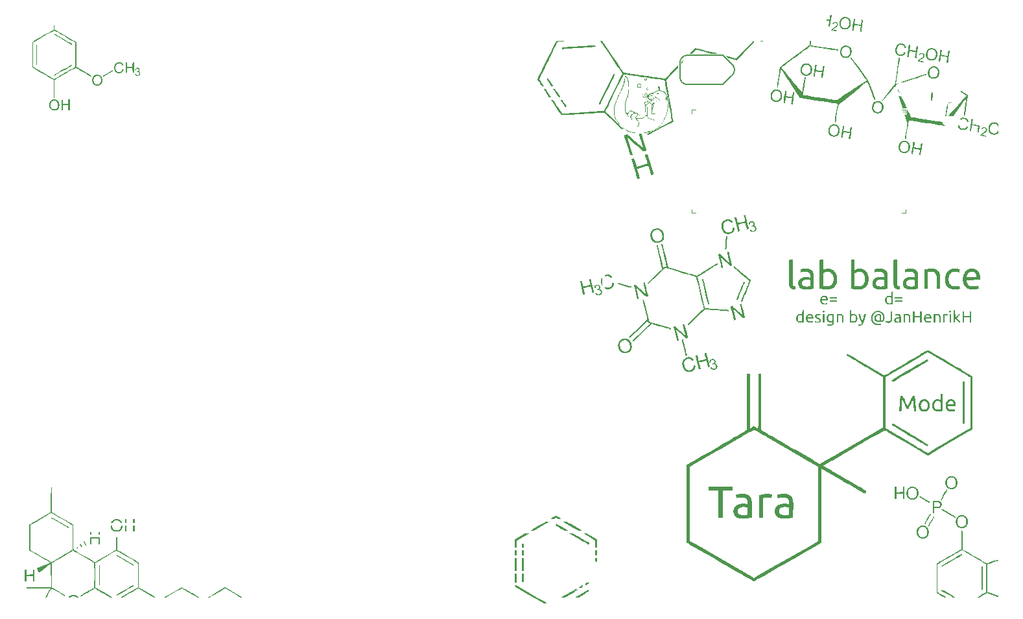
<source format=gto>
%FSLAX46Y46*%
%MOMM*%
%ADD10C,0.12*%
%ADD11C,0.127*%
D10*
%LPD*%
G01X215475000Y-124650000D02*
Y-124150001D01*
Y-124650000D02*
X214975001D01*
X187525000D02*
Y-124150001D01*
Y-124650000D02*
X188024999D01*
X187525000Y-111150000D02*
X188024999D01*
X187525000D02*
Y-111649999D01*
X215475000Y-111150000D02*
Y-111649999D01*
Y-111150000D02*
X214975001D01*
G75*
D11*
G01X185994000Y-106902500D02*
G03X186946500Y-107855000I952500J0D01*
G01Y-104045000D02*
G03X185994000Y-104997500I0J-952500D01*
G01Y-106902500D02*
Y-104997500D01*
G01X192813900Y-106673900D02*
G03Y-105226100I-723900J723900D01*
G01Y-106673900D02*
X191632800Y-107855000D01*
X192813900Y-105226100D02*
X191632800Y-104045000D01*
X186946500Y-107855000D02*
X191632800D01*
X186946500Y-104045000D02*
X191632800D01*
G36*
D10*
X205544343Y-100358434D02*
X205537044Y-100351135D01*
X205493248D01*
X205442153Y-100336537D01*
X205398358D01*
X205383759Y-100329237D01*
Y-100307340D01*
X205398358Y-100205150D01*
X205420255Y-100059164D01*
X205449453Y-99913179D01*
X205464051Y-99774493D01*
X205485949Y-99665004D01*
X205493248Y-99621208D01*
Y-99599310D01*
X205478650Y-99584712D01*
X205434854Y-99577413D01*
X205339964Y-99562814D01*
X205245073Y-99548215D01*
X205201277D01*
X205193978Y-99540916D01*
X205164781D01*
Y-99373033D01*
X205179380D01*
X205223175Y-99380332D01*
X205376460Y-99409529D01*
X205471350Y-99416829D01*
X205478650Y-99424128D01*
X205522445Y-99416829D01*
X205529745Y-99373033D01*
X205537044Y-99329237D01*
X205573540Y-99088361D01*
X205602737Y-98847486D01*
X205610036Y-98803690D01*
X205617336Y-98789091D01*
X205631934D01*
X205683029Y-98796391D01*
X205734124Y-98803690D01*
X205777920Y-98810989D01*
X205785219Y-98818288D01*
X205814416D01*
X205807117Y-98869383D01*
X205785219Y-99015369D01*
X205748723Y-99256245D01*
X205661131Y-99840186D01*
X205631934Y-99986172D01*
X205602737Y-100227048D01*
X205588139Y-100278142D01*
Y-100321938D01*
X205580839Y-100329237D01*
Y-100358434D01*
X205544343D01*
G37*
G36*
X207485949Y-100679602D02*
X207427555Y-100672303D01*
X207391058Y-100665004D01*
X207361861Y-100657704D01*
X207332664Y-100650405D01*
X207310766Y-100643106D01*
X207288869Y-100635807D01*
X207252372Y-100621208D01*
X207208577Y-100599310D01*
X207157482Y-100570113D01*
X207091788Y-100526318D01*
X207055292Y-100497121D01*
X206996898Y-100446026D01*
X206967701Y-100409529D01*
X206923905Y-100343836D01*
X206880109Y-100256245D01*
X206865511Y-100219748D01*
X206836314Y-100132157D01*
X206829015Y-100102960D01*
X206821715Y-100073763D01*
X206814416Y-100029967D01*
Y-99818288D01*
X206821715Y-99767194D01*
X206829015Y-99723398D01*
X206836314Y-99686902D01*
X206843613Y-99657704D01*
X206850912Y-99628507D01*
X206865511Y-99577413D01*
X206872810Y-99555515D01*
X206887409Y-99519018D01*
X206902007Y-99482522D01*
X206945803Y-99394931D01*
X206989599Y-99329237D01*
X207026095Y-99285442D01*
X207077190Y-99234347D01*
X207113686Y-99205150D01*
X207142883Y-99183252D01*
X207164781Y-99168653D01*
X207201277Y-99146756D01*
X207245073Y-99124858D01*
X207296168Y-99102960D01*
X207318066Y-99095661D01*
X207339964Y-99088361D01*
X207369161Y-99081062D01*
X207398358Y-99073763D01*
X207434854Y-99066464D01*
X207485949Y-99059164D01*
X207653832D01*
X207704927Y-99066464D01*
X207741423Y-99073763D01*
X207770620Y-99081062D01*
X207858212Y-99110259D01*
X207894708Y-99124858D01*
X207953102Y-99154055D01*
X207989599Y-99175953D01*
X208011496Y-99190551D01*
X208033394Y-99205150D01*
X208062591Y-99227048D01*
X208150182Y-99314639D01*
X208172080Y-99343836D01*
X208186679Y-99365734D01*
X208201277Y-99387631D01*
X208252372Y-99489821D01*
X208281569Y-99577413D01*
X208288869Y-99606610D01*
X208296168Y-99635807D01*
X208303467Y-99679602D01*
X208310766Y-99730697D01*
Y-99935077D01*
X208303467Y-99993471D01*
X208296168Y-100029967D01*
X208288869Y-100066464D01*
X208281569Y-100095661D01*
X208274270Y-100124858D01*
X208252372Y-100190551D01*
X208237774Y-100227048D01*
X208186679Y-100329237D01*
X208164781Y-100365734D01*
X208150182Y-100387631D01*
X208128285Y-100416829D01*
X208099088Y-100453325D01*
X208055292Y-100497121D01*
X208011496Y-100533617D01*
X207945803Y-100577413D01*
X207858212Y-100621208D01*
X207821715Y-100635807D01*
X207799818Y-100643106D01*
X207777920Y-100650405D01*
X207748723Y-100657704D01*
X207719526Y-100665004D01*
X207675730Y-100672303D01*
X207624635Y-100679602D01*
X207485949D01*
G37*
G36*
X206471350Y-100920478D02*
X206420255Y-100913179D01*
X206369161Y-100905880D01*
X206223175Y-100883982D01*
X205931204Y-100832887D01*
X205836314Y-100825588D01*
X205785219Y-100818288D01*
X205777920Y-100810989D01*
X205748723D01*
X205756022Y-100767194D01*
X205763321Y-100737996D01*
X205770620Y-100723398D01*
X205785219Y-100701500D01*
X205799818Y-100679602D01*
X205909307Y-100570113D01*
X205945803Y-100540916D01*
X205975000Y-100519018D01*
X206047993Y-100467923D01*
X206120985Y-100424128D01*
X206193978Y-100373033D01*
X206245073Y-100336537D01*
X206274270Y-100314639D01*
X206303467Y-100292741D01*
X206339964Y-100263544D01*
X206391058Y-100219748D01*
X206442153Y-100168653D01*
X206471350Y-100132157D01*
X206485949Y-100110259D01*
X206500547Y-100073763D01*
Y-99986172D01*
X206493248Y-99964274D01*
X206485949Y-99942376D01*
X206478650Y-99927777D01*
X206471350Y-99913179D01*
X206420255Y-99862084D01*
X206383759Y-99840186D01*
X206347263Y-99825588D01*
X206318066Y-99818288D01*
X206281569Y-99810989D01*
X206186679D01*
X206172080Y-99818288D01*
X206157482Y-99825588D01*
X206135584Y-99840186D01*
X206099088Y-99869383D01*
X206069891Y-99898580D01*
X206055292Y-99920478D01*
X206047993Y-99935077D01*
X206040693Y-99986172D01*
X206033394Y-100000770D01*
X205982299D01*
X205953102Y-99993471D01*
X205931204Y-99986172D01*
X205916606Y-99978872D01*
X205909307Y-99964274D01*
Y-99935077D01*
X205916606Y-99913179D01*
X205945803Y-99854785D01*
X205960401Y-99832887D01*
X205975000Y-99810989D01*
X206018796Y-99767194D01*
X206040693Y-99752595D01*
X206062591Y-99737996D01*
X206077190Y-99730697D01*
X206113686Y-99716099D01*
X206142883Y-99708799D01*
X206179380Y-99701500D01*
X206296168D01*
X206339964Y-99708799D01*
X206376460Y-99716099D01*
X206442153Y-99737996D01*
X206485949Y-99759894D01*
X206507847Y-99774493D01*
X206529745Y-99789091D01*
X206573540Y-99832887D01*
X206588139Y-99854785D01*
X206610036Y-99898580D01*
X206617336Y-99920478D01*
X206624635Y-99942376D01*
X206631934Y-100000770D01*
Y-100037267D01*
X206624635Y-100095661D01*
X206617336Y-100132157D01*
X206610036Y-100154055D01*
X206580839Y-100212449D01*
X206566241Y-100234347D01*
X206537044Y-100263544D01*
Y-100270843D01*
X206515146Y-100292741D01*
X206464051Y-100336537D01*
X206376460Y-100402230D01*
X206281569Y-100467923D01*
X206135584Y-100562814D01*
X205989599Y-100665004D01*
X205960401Y-100686902D01*
X205945803Y-100701500D01*
X205975000Y-100716099D01*
X206018796D01*
X206113686Y-100730697D01*
X206310766Y-100759894D01*
X206456752Y-100789091D01*
X206500547D01*
X206522445Y-100796391D01*
X206515146Y-100840186D01*
X206507847Y-100891281D01*
X206500547Y-100898580D01*
Y-100920478D01*
X206471350D01*
G37*
G36*
X209668431Y-100978872D02*
X209617336Y-100971573D01*
X209566241Y-100956975D01*
X209522445D01*
X209507847Y-100949675D01*
Y-100913179D01*
X209515146Y-100854785D01*
X209544343Y-100694201D01*
X209573540Y-100482522D01*
X209595438Y-100321938D01*
Y-100270843D01*
X209602737Y-100263544D01*
X209595438Y-100212449D01*
X209551642Y-100205150D01*
X209449453Y-100190551D01*
X209405657Y-100183252D01*
X208872810Y-100102960D01*
X208821715Y-100095661D01*
X208785219Y-100102960D01*
X208777920Y-100117558D01*
X208770620Y-100161354D01*
X208763321Y-100248945D01*
X208704927Y-100562814D01*
Y-100606610D01*
X208668431Y-100789091D01*
Y-100825588D01*
X208653832D01*
X208602737Y-100818288D01*
X208551642Y-100810989D01*
X208507847Y-100803690D01*
X208500547Y-100796391D01*
X208471350D01*
Y-100767194D01*
X208478650Y-100716099D01*
X208500547Y-100613909D01*
X208566241Y-100132157D01*
X208668431Y-99453325D01*
X208697628Y-99307340D01*
X208704927Y-99256245D01*
X208741423D01*
X208792518Y-99270843D01*
X208836314D01*
X208880109Y-99278142D01*
X208894708Y-99285442D01*
Y-99329237D01*
X208880109Y-99380332D01*
X208858212Y-99526318D01*
X208814416Y-99818288D01*
X208807117Y-99869383D01*
X208814416Y-99927777D01*
X208865511D01*
X208975000Y-99949675D01*
X209551642Y-100029967D01*
X209602737Y-100037267D01*
X209624635D01*
X209639234Y-100022668D01*
Y-99986172D01*
X209653832Y-99935077D01*
X209690328Y-99716099D01*
Y-99672303D01*
X209734124Y-99446026D01*
Y-99409529D01*
X209756022D01*
X209807117Y-99416829D01*
X209858212Y-99431427D01*
X209902007D01*
X209916606Y-99438726D01*
Y-99453325D01*
X209909307Y-99497121D01*
X209894708Y-99599310D01*
X209829015Y-100037267D01*
X209726825Y-100716099D01*
X209704927Y-100862084D01*
X209690328Y-100913179D01*
Y-100956975D01*
X209683029Y-100964274D01*
Y-100978872D01*
X209668431D01*
G37*
G36*
X196544343Y-102300040D02*
X196537044Y-102285442D01*
X196529745Y-102263544D01*
X196522445Y-102241646D01*
X196500547Y-102168653D01*
X196858212D01*
Y-102183252D01*
X196865511Y-102190551D01*
Y-102205150D01*
X196836314Y-102212449D01*
X196792518Y-102227048D01*
X196624635Y-102278142D01*
X196558942Y-102292741D01*
X196544343Y-102300040D01*
G37*
G36*
X170588139Y-103241646D02*
X170580839Y-103227048D01*
X170573540Y-103154055D01*
Y-103059164D01*
X170580839Y-103051865D01*
Y-103037267D01*
X170610036D01*
X170617336Y-103029967D01*
X170690328Y-103022668D01*
X170770620Y-103015369D01*
X170850912Y-103008069D01*
X170945803Y-103000770D01*
X171040693Y-102993471D01*
X171142883Y-102986172D01*
X171354562Y-102971573D01*
X171690328Y-102949675D01*
X173456752Y-102832887D01*
X174245073Y-102781792D01*
X174471350Y-102767194D01*
X174588139Y-102759894D01*
X174829015Y-102745296D01*
X174945803D01*
Y-102774493D01*
X174953102Y-102781792D01*
X174960401Y-102847486D01*
Y-102920478D01*
X174953102Y-102935077D01*
X174945803Y-102942376D01*
X174931204Y-102949675D01*
X174872810Y-102956975D01*
X174770620Y-102964274D01*
X174675730Y-102971573D01*
X174573540Y-102978872D01*
X174471350Y-102986172D01*
X174047993Y-103015369D01*
X173829015Y-103022668D01*
X173610036Y-103044566D01*
X173164781Y-103066464D01*
X173055292Y-103081062D01*
X172719526Y-103095661D01*
X172610036Y-103102960D01*
X172500547Y-103117558D01*
X172164781Y-103139456D01*
X172047993D01*
X171829015Y-103161354D01*
X171493248Y-103183252D01*
X171266971Y-103190551D01*
X171157482Y-103205150D01*
X171047993Y-103212449D01*
X170931204D01*
X170712226Y-103234347D01*
X170602737Y-103241646D01*
X170588139D01*
G37*
G36*
X187223175Y-103832887D02*
X187537044Y-103519018D01*
Y-103511719D01*
X187953102Y-103102960D01*
X187996898Y-103110259D01*
X188062591Y-103124858D01*
X188128285Y-103139456D01*
X188223175Y-103161354D01*
X188405657Y-103205150D01*
X188734124Y-103285442D01*
X189026095Y-103358434D01*
X189551642Y-103497121D01*
X189580839D01*
X190471350Y-103723398D01*
X190500547Y-103737996D01*
X190872810Y-103825588D01*
X190880109Y-103832887D01*
X190894708D01*
X190018796D01*
X189931204Y-103810989D01*
X189792518Y-103774493D01*
X189274270Y-103643106D01*
X188617336Y-103467923D01*
X188303467Y-103394931D01*
X188274270Y-103380332D01*
X188069891Y-103329237D01*
X188047993D01*
X188018796Y-103351135D01*
X187953102Y-103409529D01*
X187529745Y-103832887D01*
X187223175D01*
G37*
G36*
X214770620Y-104124858D02*
X214719526Y-104117558D01*
X214675730Y-104110259D01*
X214639234Y-104102960D01*
X214610036Y-104095661D01*
X214558942Y-104081062D01*
X214537044Y-104073763D01*
X214515146Y-104066464D01*
X214427555Y-104022668D01*
X214405657Y-104008069D01*
X214376460Y-103986172D01*
X214281569Y-103891281D01*
X214259672Y-103862084D01*
X214245073Y-103840186D01*
X214223175Y-103803690D01*
X214193978Y-103745296D01*
X214179380Y-103708799D01*
X214157482Y-103643106D01*
X214150182Y-103613909D01*
X214142883Y-103577413D01*
X214135584Y-103540916D01*
X214128285Y-103482522D01*
Y-103278142D01*
X214135584Y-103212449D01*
X214142883Y-103168653D01*
X214150182Y-103132157D01*
X214157482Y-103095661D01*
X214164781Y-103066464D01*
X214179380Y-103015369D01*
X214186679Y-102993471D01*
X214208577Y-102935077D01*
X214252372Y-102847486D01*
X214274270Y-102810989D01*
X214288869Y-102789091D01*
X214310766Y-102759894D01*
X214412956Y-102657704D01*
X214442153Y-102635807D01*
X214464051Y-102621208D01*
X214485949Y-102606610D01*
X214515146Y-102592011D01*
X214558942Y-102570113D01*
X214595438Y-102555515D01*
X214617336Y-102548215D01*
X214639234Y-102540916D01*
X214668431Y-102533617D01*
X214697628Y-102526318D01*
X214741423Y-102519018D01*
X214814416Y-102511719D01*
X214850912D01*
X214945803Y-102519018D01*
X214989599Y-102526318D01*
X215033394Y-102533617D01*
X215120985Y-102555515D01*
X215142883Y-102562814D01*
X215164781Y-102570113D01*
X215201277Y-102584712D01*
X215259672Y-102613909D01*
X215281569Y-102628507D01*
X215318066Y-102657704D01*
X215376460Y-102716099D01*
X215405657Y-102752595D01*
X215449453Y-102818288D01*
X215464051Y-102847486D01*
X215485949Y-102891281D01*
X215500547Y-102927777D01*
X215507847Y-102949675D01*
X215515146Y-102978872D01*
X215522445Y-103008069D01*
X215515146Y-103051865D01*
X215493248Y-103059164D01*
X215427555Y-103066464D01*
X215361861D01*
X215332664Y-103051865D01*
X215325365Y-103037267D01*
X215318066Y-103022668D01*
X215296168Y-102942376D01*
X215281569Y-102905880D01*
X215274270Y-102891281D01*
X215252372Y-102854785D01*
X215230474Y-102825588D01*
X215179380Y-102774493D01*
X215150182Y-102752595D01*
X215120985Y-102737996D01*
X215077190Y-102716099D01*
X215055292Y-102708799D01*
X215026095Y-102701500D01*
X214996898Y-102694201D01*
X214960401Y-102686902D01*
X214909307Y-102679602D01*
X214792518D01*
X214748723Y-102686902D01*
X214719526Y-102694201D01*
X214690328Y-102701500D01*
X214653832Y-102716099D01*
X214610036Y-102737996D01*
X214588139Y-102752595D01*
X214558942Y-102774493D01*
X214493248Y-102840186D01*
X214471350Y-102869383D01*
X214456752Y-102891281D01*
X214442153Y-102913179D01*
X214398358Y-103000770D01*
X214383759Y-103044566D01*
X214361861Y-103110259D01*
X214354562Y-103139456D01*
X214347263Y-103168653D01*
X214339964Y-103205150D01*
X214332664Y-103248945D01*
X214325365Y-103300040D01*
Y-103519018D01*
X214332664Y-103562814D01*
X214339964Y-103592011D01*
X214347263Y-103621208D01*
X214354562Y-103643106D01*
X214369161Y-103679602D01*
X214391058Y-103723398D01*
X214405657Y-103745296D01*
X214420255Y-103767194D01*
X214515146Y-103862084D01*
X214537044Y-103876683D01*
X214558942Y-103891281D01*
X214602737Y-103913179D01*
X214639234Y-103927777D01*
X214661131Y-103935077D01*
X214683029Y-103942376D01*
X214712226Y-103949675D01*
X214748723Y-103956975D01*
X214792518Y-103964274D01*
X214880109D01*
X214916606Y-103956975D01*
X214967701Y-103942376D01*
X214996898Y-103927777D01*
X215055292Y-103898580D01*
X215077190Y-103883982D01*
X215099088Y-103869383D01*
X215193978Y-103774493D01*
X215208577Y-103752595D01*
X215223175Y-103730697D01*
X215252372Y-103665004D01*
X215259672Y-103650405D01*
X215288869Y-103643106D01*
X215354562Y-103665004D01*
X215391058Y-103686902D01*
X215427555Y-103701500D01*
X215442153D01*
X215456752Y-103708799D01*
X215449453Y-103730697D01*
X215412956Y-103803690D01*
X215398358Y-103825588D01*
X215383759Y-103847486D01*
X215361861Y-103876683D01*
X215332664Y-103913179D01*
X215266971Y-103978872D01*
X215230474Y-104008069D01*
X215201277Y-104029967D01*
X215179380Y-104044566D01*
X215157482Y-104059164D01*
X215128285Y-104073763D01*
X215084489Y-104095661D01*
X215047993Y-104110259D01*
X215018796Y-104117558D01*
X214989599Y-104124858D01*
X214902007Y-104132157D01*
X214770620Y-104124858D01*
G37*
G36*
X186719526Y-104351135D02*
X186785219Y-104278142D01*
X186799818D01*
X186807117Y-104270843D01*
X186836314Y-104263544D01*
X186887409Y-104256245D01*
X187113686D01*
X187069891Y-104300040D01*
X186938504D01*
X186858212Y-104307340D01*
X186821715Y-104314639D01*
X186792518Y-104321938D01*
X186741423Y-104343836D01*
X186719526Y-104351135D01*
G37*
G36*
X207573540Y-104394931D02*
X207522445Y-104387631D01*
X207485949Y-104380332D01*
X207456752Y-104373033D01*
X207427555Y-104365734D01*
X207405657Y-104358434D01*
X207383759Y-104351135D01*
X207347263Y-104336537D01*
X207259672Y-104292741D01*
X207237774Y-104278142D01*
X207215876Y-104263544D01*
X207186679Y-104241646D01*
X207150182Y-104212449D01*
X207099088Y-104161354D01*
X207062591Y-104117558D01*
X207018796Y-104051865D01*
X206996898Y-104015369D01*
X206989599Y-104000770D01*
X206982299Y-103986172D01*
X206967701Y-103949675D01*
X206953102Y-103913179D01*
X206945803Y-103891281D01*
X206938504Y-103869383D01*
X206931204Y-103840186D01*
X206923905Y-103810989D01*
X206916606Y-103767194D01*
X206909307Y-103716099D01*
Y-103540916D01*
X206916606Y-103482522D01*
X206923905Y-103438726D01*
X206931204Y-103402230D01*
X206938504Y-103373033D01*
X206953102Y-103321938D01*
X206975000Y-103256245D01*
X206989599Y-103219748D01*
X207040693Y-103117558D01*
X207084489Y-103051865D01*
X207113686Y-103015369D01*
X207193978Y-102935077D01*
X207223175Y-102913179D01*
X207252372Y-102891281D01*
X207274270Y-102876683D01*
X207376460Y-102825588D01*
X207464051Y-102796391D01*
X207500547Y-102789091D01*
X207544343Y-102781792D01*
X207617336Y-102774493D01*
X207690328D01*
X207770620Y-102781792D01*
X207814416Y-102789091D01*
X207850912Y-102796391D01*
X207880109Y-102803690D01*
X207945803Y-102825588D01*
X207982299Y-102840186D01*
X208011496Y-102854785D01*
X208055292Y-102876683D01*
X208120985Y-102920478D01*
X208150182Y-102942376D01*
X208208577Y-102993471D01*
X208223175Y-103008069D01*
X208266971Y-103059164D01*
X208288869Y-103088361D01*
X208303467Y-103110259D01*
X208325365Y-103146756D01*
X208347263Y-103190551D01*
X208361861Y-103227048D01*
X208369161Y-103248945D01*
X208376460Y-103270843D01*
X208391058Y-103321938D01*
X208398358Y-103358434D01*
X208405657Y-103402230D01*
X208412956Y-103482522D01*
Y-103592011D01*
X208405657Y-103672303D01*
X208398358Y-103716099D01*
X208391058Y-103752595D01*
X208383759Y-103789091D01*
X208376460Y-103818288D01*
X208361861Y-103869383D01*
X208354562Y-103891281D01*
X208339964Y-103927777D01*
X208325365Y-103964274D01*
X208310766Y-103993471D01*
X208288869Y-104037267D01*
X208266971Y-104073763D01*
X208252372Y-104095661D01*
X208237774Y-104117558D01*
X208215876Y-104146756D01*
X208120985Y-104241646D01*
X208091788Y-104263544D01*
X208069891Y-104278142D01*
X208047993Y-104292741D01*
X207960401Y-104336537D01*
X207923905Y-104351135D01*
X207902007Y-104358434D01*
X207880109Y-104365734D01*
X207850912Y-104373033D01*
X207821715Y-104380332D01*
X207785219Y-104387631D01*
X207726825Y-104394931D01*
X207573540D01*
G37*
G36*
X216858212Y-104424128D02*
X216807117Y-104416829D01*
X216756022Y-104409529D01*
X216712226Y-104402230D01*
X216704927Y-104394931D01*
X216675730D01*
Y-104380332D01*
X216683029Y-104329237D01*
X216690328Y-104278142D01*
X216712226Y-104132157D01*
X216741423Y-103986172D01*
X216785219Y-103694201D01*
X216777920Y-103650405D01*
X216748723Y-103643106D01*
X216697628Y-103635807D01*
X216653832Y-103628507D01*
X216507847Y-103606610D01*
X216215876Y-103562814D01*
X216018796Y-103533617D01*
X215975000Y-103526318D01*
X215967701Y-103540916D01*
X215960401Y-103548215D01*
Y-103592011D01*
X215945803Y-103686902D01*
X215902007Y-103935077D01*
X215872810Y-104175953D01*
X215858212Y-104227048D01*
Y-104270843D01*
X215836314D01*
X215792518Y-104263544D01*
X215741423Y-104256245D01*
X215734124Y-104248945D01*
X215690328D01*
X215683029Y-104241646D01*
X215661131D01*
Y-104205150D01*
X215668431Y-104197850D01*
Y-104154055D01*
X215683029Y-104102960D01*
X215690328Y-104008069D01*
X215741423Y-103716099D01*
X215792518Y-103329237D01*
X215821715Y-103183252D01*
X215850912Y-102942376D01*
X215872810Y-102796391D01*
X215887409Y-102745296D01*
Y-102701500D01*
X215894708Y-102679602D01*
X215945803Y-102686902D01*
X215996898Y-102694201D01*
X216040693Y-102701500D01*
X216091788Y-102708799D01*
X216084489Y-102767194D01*
X216077190Y-102818288D01*
X216055292Y-102964274D01*
X216026095Y-103110259D01*
X216018796Y-103205150D01*
X216004197Y-103256245D01*
Y-103300040D01*
X215996898Y-103307340D01*
X216004197Y-103351135D01*
X216033394Y-103358434D01*
X216077190Y-103365734D01*
X216172080Y-103373033D01*
X216318066Y-103402230D01*
X216464051Y-103424128D01*
X216610036Y-103438726D01*
X216756022Y-103467923D01*
X216807117Y-103475223D01*
X216821715Y-103446026D01*
X216829015Y-103402230D01*
X216836314Y-103307340D01*
X216865511Y-103161354D01*
X216894708Y-102920478D01*
X216909307Y-102869383D01*
Y-102832887D01*
X216967701Y-102840186D01*
X217018796Y-102854785D01*
X217062591D01*
X217069891Y-102862084D01*
X217106387D01*
Y-102891281D01*
X217099088Y-102942376D01*
X217077190Y-103088361D01*
X217018796Y-103431427D01*
X216953102Y-103913179D01*
X216923905Y-104059164D01*
X216894708Y-104300040D01*
X216880109Y-104351135D01*
Y-104394931D01*
X216872810Y-104402230D01*
Y-104424128D01*
X216858212D01*
G37*
G36*
X193361861Y-104686902D02*
X193354562Y-104679602D01*
X193245073Y-104657704D01*
X193106387Y-104621208D01*
X193099088Y-104613909D01*
X192902007Y-104562814D01*
X192588139Y-104489821D01*
X192361861Y-104431427D01*
X192332664Y-104424128D01*
X192033394Y-104124858D01*
X192047993D01*
X192055292Y-104132157D01*
X192084489Y-104139456D01*
X192193978Y-104161354D01*
X192223175Y-104175953D01*
X192427555Y-104227048D01*
X193245073Y-104431427D01*
X193281569Y-104438726D01*
X193310766D01*
X193617336Y-104132157D01*
X193989599Y-103752595D01*
X194274270Y-103460624D01*
X194558942Y-103168653D01*
X195113686Y-102592011D01*
X195456752Y-102241646D01*
X195507847Y-102190551D01*
X195522445D01*
X195537044Y-102197850D01*
X195551642Y-102205150D01*
X195573540Y-102219748D01*
X195653832Y-102300040D01*
X195661131Y-102314639D01*
Y-102336537D01*
X195529745Y-102475223D01*
X195325365Y-102686902D01*
X195069891Y-102949675D01*
X194558942Y-103475223D01*
X194281569Y-103759894D01*
X193712226Y-104343836D01*
X193434854Y-104628507D01*
X193376460Y-104686902D01*
X193361861D01*
G37*
G36*
X218792518Y-104730697D02*
X218726825Y-104723398D01*
X218683029Y-104716099D01*
X218653832Y-104708799D01*
X218624635Y-104701500D01*
X218558942Y-104679602D01*
X218522445Y-104665004D01*
X218464051Y-104635807D01*
X218398358Y-104592011D01*
X218361861Y-104562814D01*
X218296168Y-104497121D01*
X218266971Y-104460624D01*
X218245073Y-104431427D01*
X218230474Y-104409529D01*
X218193978Y-104343836D01*
X218172080Y-104292741D01*
X218142883Y-104205150D01*
X218135584Y-104175953D01*
X218128285Y-104146756D01*
X218120985Y-104102960D01*
X218113686Y-104037267D01*
Y-103898580D01*
X218120985Y-103832887D01*
X218128285Y-103789091D01*
X218135584Y-103752595D01*
X218142883Y-103716099D01*
X218150182Y-103686902D01*
X218179380Y-103599310D01*
X218193978Y-103562814D01*
X218215876Y-103519018D01*
X218252372Y-103446026D01*
X218266971Y-103424128D01*
X218281569Y-103402230D01*
X218303467Y-103373033D01*
X218412956Y-103263544D01*
X218442153Y-103241646D01*
X218464051Y-103227048D01*
X218485949Y-103212449D01*
X218529745Y-103190551D01*
X218602737Y-103154055D01*
X218690328Y-103124858D01*
X218719526Y-103117558D01*
X218858212D01*
X219011496Y-103139456D01*
X219055292Y-103146756D01*
X219099088Y-103154055D01*
X219135584Y-103161354D01*
X219164781Y-103168653D01*
X219186679Y-103175953D01*
X219223175Y-103190551D01*
X219259672Y-103212449D01*
X219325365Y-103256245D01*
X219361861Y-103285442D01*
X219471350Y-103394931D01*
X219493248Y-103424128D01*
X219507847Y-103446026D01*
X219558942Y-103548215D01*
X219588139Y-103635807D01*
X219595438Y-103665004D01*
X219602737Y-103701500D01*
X219610036Y-103737996D01*
X219617336Y-103803690D01*
Y-103956975D01*
X219610036Y-104022668D01*
X219602737Y-104066464D01*
X219595438Y-104102960D01*
X219588139Y-104132157D01*
X219580839Y-104161354D01*
X219551642Y-104248945D01*
X219529745Y-104300040D01*
X219515146Y-104329237D01*
X219493248Y-104373033D01*
X219471350Y-104409529D01*
X219456752Y-104431427D01*
X219434854Y-104460624D01*
X219412956Y-104489821D01*
X219310766Y-104592011D01*
X219281569Y-104613909D01*
X219259672Y-104628507D01*
X219223175Y-104650405D01*
X219179380Y-104672303D01*
X219142883Y-104686902D01*
X219120985Y-104694201D01*
X219069891Y-104708799D01*
X219033394Y-104716099D01*
X218996898Y-104723398D01*
X218931204Y-104730697D01*
X218792518D01*
G37*
G36*
X217792518Y-104978872D02*
X217734124Y-104971573D01*
X217631934Y-104956975D01*
X217150182Y-104883982D01*
X217099088D01*
X217091788Y-104876683D01*
X217047993D01*
Y-104840186D01*
X217055292Y-104810989D01*
X217077190Y-104767194D01*
X217091788Y-104745296D01*
X217186679Y-104650405D01*
X217223175Y-104621208D01*
X217259672Y-104592011D01*
X217288869Y-104570113D01*
X217318066Y-104548215D01*
X217369161Y-104511719D01*
X217420255Y-104475223D01*
X217471350Y-104446026D01*
X217522445Y-104409529D01*
X217610036Y-104343836D01*
X217646533Y-104314639D01*
X217690328Y-104278142D01*
X217734124Y-104234347D01*
X217763321Y-104197850D01*
X217785219Y-104154055D01*
X217792518Y-104132157D01*
X217799818Y-104095661D01*
Y-104066464D01*
X217792518Y-104059164D01*
Y-104022668D01*
X217777920Y-103986172D01*
X217763321Y-103964274D01*
X217741423Y-103935077D01*
X217719526Y-103913179D01*
X217690328Y-103891281D01*
X217675730Y-103883982D01*
X217661131Y-103876683D01*
X217639234Y-103869383D01*
X217610036Y-103862084D01*
X217537044D01*
X217507847Y-103869383D01*
X217485949Y-103876683D01*
X217442153Y-103898580D01*
X217420255Y-103913179D01*
X217361861Y-103971573D01*
X217347263Y-103993471D01*
X217339964Y-104015369D01*
Y-104037267D01*
X217332664Y-104051865D01*
X217303467Y-104059164D01*
X217274270Y-104051865D01*
X217237774Y-104037267D01*
X217208577Y-104022668D01*
Y-104000770D01*
X217215876Y-103978872D01*
X217230474Y-103949675D01*
X217252372Y-103905880D01*
X217266971Y-103883982D01*
X217288869Y-103854785D01*
X217310766Y-103832887D01*
X217339964Y-103810989D01*
X217361861Y-103796391D01*
X217376460Y-103789091D01*
X217412956Y-103774493D01*
X217434854Y-103767194D01*
X217471350Y-103759894D01*
X217617336D01*
X217653832Y-103767194D01*
X217683029Y-103774493D01*
X217748723Y-103796391D01*
X217763321Y-103803690D01*
X217777920Y-103810989D01*
X217814416Y-103832887D01*
X217887409Y-103905880D01*
X217909307Y-103942376D01*
X217923905Y-103978872D01*
X217931204Y-104008069D01*
Y-104139456D01*
X217923905Y-104175953D01*
X217916606Y-104197850D01*
X217909307Y-104219748D01*
X217887409Y-104263544D01*
X217872810Y-104285442D01*
X217843613Y-104321938D01*
X217807117Y-104358434D01*
X217763321Y-104394931D01*
X217726825Y-104424128D01*
X217697628Y-104446026D01*
X217646533Y-104482522D01*
X217595438Y-104519018D01*
X217434854Y-104621208D01*
X217361861Y-104672303D01*
X217332664Y-104694201D01*
X217303467Y-104716099D01*
X217274270Y-104767194D01*
X217296168Y-104774493D01*
X217325365Y-104781792D01*
X217361861Y-104789091D01*
X217398358Y-104796391D01*
X217529745Y-104818288D01*
X217624635Y-104832887D01*
X217719526Y-104847486D01*
X217763321D01*
X217770620Y-104854785D01*
X217814416D01*
X217829015Y-104862084D01*
Y-104883982D01*
X217821715Y-104913179D01*
X217814416Y-104942376D01*
X217807117Y-104978872D01*
X217792518D01*
G37*
G36*
X220982299Y-105044566D02*
X220931204Y-105037267D01*
X220880109Y-105022668D01*
X220836314D01*
X220829015Y-105015369D01*
X220799818D01*
Y-104986172D01*
X220807117Y-104935077D01*
X220814416Y-104883982D01*
X220836314Y-104737996D01*
X220865511Y-104592011D01*
X220880109Y-104453325D01*
X220902007Y-104343836D01*
X220909307Y-104300040D01*
X220902007Y-104270843D01*
X220872810Y-104263544D01*
X220821715Y-104256245D01*
X220726825Y-104241646D01*
X220339964Y-104183252D01*
X220193978Y-104161354D01*
X220142883Y-104154055D01*
X220084489Y-104161354D01*
X220077190Y-104205150D01*
X220062591Y-104300040D01*
X220047993Y-104394931D01*
X220018796Y-104635807D01*
X219996898Y-104781792D01*
X219982299Y-104832887D01*
Y-104876683D01*
X219975000Y-104891281D01*
X219960401D01*
X219916606Y-104883982D01*
X219865511Y-104876683D01*
X219814416Y-104869383D01*
X219807117Y-104862084D01*
X219777920D01*
X219785219Y-104810989D01*
X219792518Y-104759894D01*
X219814416Y-104613909D01*
X219865511Y-104278142D01*
X219938504Y-103789091D01*
X219967701Y-103643106D01*
X219996898Y-103402230D01*
X220011496Y-103351135D01*
X220018796Y-103300040D01*
X220069891Y-103307340D01*
X220120985Y-103321938D01*
X220164781D01*
X220172080Y-103329237D01*
X220208577D01*
Y-103373033D01*
X220201277Y-103424128D01*
X220179380Y-103570113D01*
X220150182Y-103716099D01*
X220128285Y-103862084D01*
X220120985Y-103913179D01*
X220128285Y-103971573D01*
X220150182Y-103978872D01*
X220201277Y-103986172D01*
X220296168Y-104000770D01*
X220829015Y-104081062D01*
X220880109Y-104088361D01*
X220938504Y-104081062D01*
X220945803Y-104051865D01*
X220953102Y-104008069D01*
X220960401Y-103913179D01*
X220989599Y-103767194D01*
X221018796Y-103526318D01*
X221026095Y-103482522D01*
X221033394Y-103475223D01*
Y-103453325D01*
X221084489Y-103460624D01*
X221186679Y-103475223D01*
X221193978Y-103482522D01*
X221230474D01*
Y-103497121D01*
X221223175Y-103548215D01*
X221201277Y-103694201D01*
X221164781Y-103935077D01*
X221077190Y-104519018D01*
X221047993Y-104665004D01*
X221018796Y-104905880D01*
X221004197Y-104956975D01*
Y-105000770D01*
X220996898Y-105008069D01*
Y-105044566D01*
X220982299D01*
G37*
G36*
X186201277Y-105183252D02*
Y-104942376D01*
X186208577Y-104891281D01*
X186215876Y-104862084D01*
X186420255Y-104657704D01*
X186412956Y-104672303D01*
X186405657Y-104679602D01*
X186398358Y-104701500D01*
X186391058Y-104730697D01*
X186383759Y-104767194D01*
X186376460Y-104810989D01*
Y-105008069D01*
X186201277Y-105183252D01*
G37*
G36*
X113580839Y-106358434D02*
X113588139Y-104971573D01*
X113756022D01*
X113763321Y-105548215D01*
X114274270D01*
X114500547Y-105533617D01*
Y-105124858D01*
X114507847Y-105117558D01*
Y-104971573D01*
X114683029Y-104978872D01*
Y-106358434D01*
X114507847D01*
X114500547Y-105708799D01*
X113756022Y-105716099D01*
Y-106358434D01*
X113580839D01*
G37*
G36*
X112712226Y-106387631D02*
X112617336Y-106380332D01*
X112573540Y-106373033D01*
X112485949Y-106343836D01*
X112456752Y-106329237D01*
X112412956Y-106307340D01*
X112391058Y-106292741D01*
X112369161Y-106278142D01*
X112332664Y-106248945D01*
X112274270Y-106190551D01*
X112252372Y-106161354D01*
X112237774Y-106139456D01*
X112223175Y-106117558D01*
X112201277Y-106081062D01*
X112193978Y-106066464D01*
X112172080Y-106015369D01*
X112150182Y-105949675D01*
X112142883Y-105920478D01*
X112135584Y-105891281D01*
X112128285Y-105854785D01*
X112120985Y-105803690D01*
X112113686Y-105730697D01*
Y-105592011D01*
X112120985Y-105519018D01*
X112128285Y-105467923D01*
X112150182Y-105380332D01*
X112157482Y-105358434D01*
X112164781Y-105336537D01*
X112179380Y-105300040D01*
X112201277Y-105256245D01*
X112223175Y-105219748D01*
X112237774Y-105197850D01*
X112259672Y-105168653D01*
X112332664Y-105095661D01*
X112369161Y-105066464D01*
X112442153Y-105022668D01*
X112493248Y-105000770D01*
X112529745Y-104986172D01*
X112551642Y-104978872D01*
X112602737Y-104964274D01*
X112639234Y-104956975D01*
X112683029Y-104949675D01*
X112850912D01*
X112894708Y-104956975D01*
X112923905Y-104964274D01*
X112989599Y-104986172D01*
X113026095Y-105000770D01*
X113040693Y-105008069D01*
X113055292Y-105015369D01*
X113091788Y-105037267D01*
X113120985Y-105059164D01*
X113157482Y-105088361D01*
X113172080Y-105102960D01*
X113215876Y-105154055D01*
X113230474Y-105175953D01*
X113245073Y-105197850D01*
X113266971Y-105234347D01*
X113288869Y-105278142D01*
X113296168Y-105300040D01*
Y-105343836D01*
X113281569Y-105351135D01*
X113252372Y-105365734D01*
X113223175Y-105373033D01*
X113186679Y-105380332D01*
X113135584D01*
Y-105365734D01*
X113084489Y-105263544D01*
X113069891Y-105241646D01*
X112989599Y-105161354D01*
X112967701Y-105146756D01*
X112953102Y-105139456D01*
X112938504Y-105132157D01*
X112902007Y-105117558D01*
X112872810Y-105110259D01*
X112836314Y-105102960D01*
X112683029D01*
X112639234Y-105110259D01*
X112610036Y-105117558D01*
X112588139Y-105124858D01*
X112551642Y-105139456D01*
X112537044Y-105146756D01*
X112500547Y-105168653D01*
X112471350Y-105190551D01*
X112405657Y-105256245D01*
X112361861Y-105321938D01*
X112339964Y-105365734D01*
X112325365Y-105402230D01*
X112318066Y-105424128D01*
X112310766Y-105453325D01*
X112303467Y-105489821D01*
X112296168Y-105562814D01*
Y-105737996D01*
X112303467Y-105818288D01*
X112310766Y-105862084D01*
X112318066Y-105898580D01*
X112325365Y-105927777D01*
X112332664Y-105949675D01*
X112339964Y-105971573D01*
X112369161Y-106029967D01*
X112383759Y-106051865D01*
X112398358Y-106073763D01*
X112464051Y-106139456D01*
X112493248Y-106161354D01*
X112544343Y-106190551D01*
X112558942Y-106197850D01*
X112610036Y-106219748D01*
X112631934Y-106227048D01*
X112661131Y-106234347D01*
X112821715D01*
X112858212Y-106227048D01*
X112923905Y-106205150D01*
X112938504Y-106197850D01*
X112953102Y-106190551D01*
X112975000Y-106175953D01*
X112996898Y-106161354D01*
X113069891Y-106088361D01*
X113084489Y-106066464D01*
X113099088Y-106044566D01*
X113113686Y-106015369D01*
X113135584Y-105971573D01*
X113150182Y-105920478D01*
X113157482Y-105905880D01*
X113172080Y-105891281D01*
X113201277D01*
X113259672Y-105905880D01*
X113281569Y-105913179D01*
X113303467Y-105920478D01*
X113318066Y-105927777D01*
X113332664Y-105942376D01*
Y-105964274D01*
X113318066Y-106000770D01*
X113303467Y-106029967D01*
X113281569Y-106073763D01*
X113259672Y-106110259D01*
X113237774Y-106146756D01*
X113223175Y-106168653D01*
X113201277Y-106197850D01*
X113120985Y-106278142D01*
X113099088Y-106292741D01*
X113077190Y-106307340D01*
X112989599Y-106351135D01*
X112967701Y-106358434D01*
X112938504Y-106365734D01*
X112909307Y-106373033D01*
X112865511Y-106380332D01*
X112785219Y-106387631D01*
X112712226D01*
G37*
G36*
X202376460Y-106716099D02*
X202332664Y-106708799D01*
X202303467Y-106701500D01*
X202274270Y-106694201D01*
X202252372Y-106686902D01*
X202230474Y-106679602D01*
X202193978Y-106665004D01*
X202091788Y-106613909D01*
X202055292Y-106592011D01*
X202026095Y-106570113D01*
X201989599Y-106540916D01*
X201923905Y-106475223D01*
X201894708Y-106438726D01*
X201872810Y-106409529D01*
X201850912Y-106373033D01*
X201807117Y-106285442D01*
X201792518Y-106248945D01*
X201785219Y-106227048D01*
X201770620Y-106175953D01*
X201763321Y-106146756D01*
X201756022Y-106102960D01*
X201748723Y-106059164D01*
Y-105847486D01*
X201756022Y-105789091D01*
X201763321Y-105752595D01*
X201770620Y-105716099D01*
X201785219Y-105665004D01*
X201807117Y-105599310D01*
X201821715Y-105562814D01*
X201843613Y-105511719D01*
X201850912Y-105497121D01*
X201880109Y-105446026D01*
X201923905Y-105380332D01*
X201945803Y-105351135D01*
X202047993Y-105248945D01*
X202077190Y-105227048D01*
X202099088Y-105212449D01*
X202120985Y-105197850D01*
X202157482Y-105175953D01*
X202201277Y-105154055D01*
X202237774Y-105139456D01*
X202259672Y-105132157D01*
X202310766Y-105117558D01*
X202347263Y-105110259D01*
X202405657Y-105102960D01*
X202551642D01*
X202610036Y-105110259D01*
X202653832Y-105117558D01*
X202690328Y-105124858D01*
X202719526Y-105132157D01*
X202748723Y-105139456D01*
X202770620Y-105146756D01*
X202792518Y-105154055D01*
X202829015Y-105168653D01*
X202916606Y-105212449D01*
X202982299Y-105256245D01*
X203040693Y-105307340D01*
X203047993Y-105314639D01*
X203091788Y-105365734D01*
X203113686Y-105394931D01*
X203128285Y-105416829D01*
X203150182Y-105453325D01*
X203164781Y-105482522D01*
X203186679Y-105526318D01*
X203201277Y-105562814D01*
X203223175Y-105628507D01*
X203230474Y-105657704D01*
X203237774Y-105694201D01*
X203245073Y-105730697D01*
X203252372Y-105796391D01*
Y-105935077D01*
X203245073Y-106008069D01*
X203237774Y-106051865D01*
X203230474Y-106088361D01*
X203223175Y-106117558D01*
X203208577Y-106168653D01*
X203186679Y-106234347D01*
X203164781Y-106285442D01*
X203120985Y-106373033D01*
X203062591Y-106460624D01*
X203026095Y-106504420D01*
X202975000Y-106555515D01*
X202938504Y-106584712D01*
X202909307Y-106606610D01*
X202872810Y-106628507D01*
X202829015Y-106650405D01*
X202777920Y-106672303D01*
X202756022Y-106679602D01*
X202734124Y-106686902D01*
X202704927Y-106694201D01*
X202675730Y-106701500D01*
X202639234Y-106708799D01*
X202595438Y-106716099D01*
X202376460D01*
G37*
G36*
X115106387Y-106752595D02*
X115062591Y-106745296D01*
X115040693Y-106737996D01*
X115018796Y-106730697D01*
X114960401Y-106701500D01*
X114938504Y-106686902D01*
X114872810Y-106621208D01*
X114858212Y-106592011D01*
X114836314Y-106548215D01*
X114829015Y-106526318D01*
X114821715Y-106504420D01*
Y-106482522D01*
X114829015Y-106467923D01*
X114843613Y-106460624D01*
X114872810Y-106453325D01*
X114923905D01*
X114945803Y-106475223D01*
X114953102Y-106497121D01*
Y-106511719D01*
X114960401Y-106533617D01*
X114989599Y-106577413D01*
X115018796Y-106606610D01*
X115040693Y-106621208D01*
X115084489Y-106643106D01*
X115113686Y-106650405D01*
X115186679D01*
X115215876Y-106643106D01*
X115274270Y-106613909D01*
X115325365Y-106562814D01*
X115339964Y-106540916D01*
X115347263Y-106526318D01*
X115354562Y-106511719D01*
X115361861Y-106489821D01*
X115369161Y-106453325D01*
Y-106416829D01*
X115361861Y-106373033D01*
X115354562Y-106351135D01*
X115347263Y-106336537D01*
X115339964Y-106321938D01*
X115325365Y-106300040D01*
X115288869Y-106263544D01*
X115266971Y-106248945D01*
X115252372Y-106241646D01*
X115237774Y-106234347D01*
X115208577Y-106227048D01*
X115150182D01*
X115084489Y-106212449D01*
Y-106197850D01*
X115077190Y-106183252D01*
X115091788Y-106139456D01*
X115106387Y-106132157D01*
X115135584Y-106124858D01*
X115164781D01*
X115193978Y-106117558D01*
X115215876Y-106110259D01*
X115230474Y-106102960D01*
X115252372Y-106088361D01*
X115303467Y-106037267D01*
X115310766Y-106022668D01*
X115318066Y-105971573D01*
Y-105927777D01*
X115310766Y-105883982D01*
X115303467Y-105869383D01*
X115252372Y-105818288D01*
X115230474Y-105803690D01*
X115215876Y-105796391D01*
X115201277Y-105789091D01*
X115164781Y-105781792D01*
X115120985D01*
X115091788Y-105789091D01*
X115047993Y-105810989D01*
X115026095Y-105825588D01*
X115004197Y-105847486D01*
X114982299Y-105876683D01*
X114967701Y-105905880D01*
X114960401Y-105935077D01*
X114953102Y-105949675D01*
X114938504Y-105964274D01*
X114894708D01*
X114858212Y-105956975D01*
X114850912Y-105949675D01*
X114829015D01*
Y-105935077D01*
X114843613Y-105891281D01*
X114858212Y-105862084D01*
X114880109Y-105818288D01*
X114945803Y-105752595D01*
X114967701Y-105737996D01*
X114989599Y-105723398D01*
X115004197Y-105716099D01*
X115040693Y-105701500D01*
X115062591Y-105694201D01*
X115099088Y-105686902D01*
X115186679D01*
X115223175Y-105694201D01*
X115245073Y-105701500D01*
X115281569Y-105716099D01*
X115296168Y-105723398D01*
X115332664Y-105745296D01*
X115361861Y-105767194D01*
X115391058Y-105796391D01*
X115405657Y-105818288D01*
X115427555Y-105862084D01*
X115434854Y-105883982D01*
Y-105993471D01*
X115427555Y-106022668D01*
X115420255Y-106044566D01*
X115412956Y-106059164D01*
X115405657Y-106073763D01*
X115391058Y-106095661D01*
X115325365Y-106183252D01*
X115347263D01*
X115361861Y-106190551D01*
X115376460Y-106197850D01*
X115398358Y-106219748D01*
X115405657D01*
X115420255Y-106234347D01*
X115449453Y-106270843D01*
X115478650Y-106329237D01*
X115485949Y-106351135D01*
X115493248Y-106380332D01*
Y-106475223D01*
X115485949Y-106504420D01*
X115478650Y-106526318D01*
X115471350Y-106548215D01*
X115464051Y-106562814D01*
X115456752Y-106577413D01*
X115442153Y-106599310D01*
X115420255Y-106628507D01*
X115376460Y-106672303D01*
X115347263Y-106694201D01*
X115318066Y-106708799D01*
X115274270Y-106730697D01*
X115252372Y-106737996D01*
X115230474Y-106745296D01*
X115193978Y-106752595D01*
X115106387D01*
G37*
G36*
X110675730Y-106840186D02*
X110661131Y-106818288D01*
X110646533Y-106796391D01*
X110624635Y-106752595D01*
X110631934Y-106723398D01*
X110639234D01*
X110653832Y-106708799D01*
X110690328Y-106686902D01*
X110763321Y-106643106D01*
X110850912Y-106592011D01*
X111040693Y-106482522D01*
X111230474Y-106373033D01*
X111741423Y-106081062D01*
X111858212Y-106015369D01*
X111902007Y-105993471D01*
X111923905D01*
X111938504Y-106015369D01*
X111967701Y-106073763D01*
X111960401Y-106102960D01*
X111953102D01*
X111938504Y-106117558D01*
X111902007Y-106139456D01*
X111814416Y-106190551D01*
X111376460Y-106446026D01*
X110960401Y-106686902D01*
X110704927Y-106832887D01*
X110690328Y-106840186D01*
X110675730D01*
G37*
G36*
X204588139Y-107022668D02*
X204537044Y-107008069D01*
X204493248D01*
X204434854Y-106993471D01*
Y-106964274D01*
X204442153Y-106913179D01*
X204449453Y-106862084D01*
X204471350Y-106716099D01*
X204500547Y-106570113D01*
X204537044Y-106321938D01*
X204544343Y-106278142D01*
Y-106263544D01*
X204529745Y-106248945D01*
X204485949D01*
X204339964Y-106219748D01*
X204193978Y-106205150D01*
X203763321Y-106139456D01*
X203756022Y-106132157D01*
X203719526Y-106139456D01*
X203712226Y-106183252D01*
X203697628Y-106278142D01*
X203661131Y-106519018D01*
X203631934Y-106759894D01*
X203617336Y-106810989D01*
Y-106854785D01*
X203610036Y-106869383D01*
X203573540D01*
X203566241Y-106862084D01*
X203471350Y-106854785D01*
X203412956Y-106840186D01*
X203420255Y-106789091D01*
X203427555Y-106737996D01*
X203449453Y-106592011D01*
X203493248Y-106307340D01*
X203551642Y-105913179D01*
X203580839Y-105767194D01*
X203631934Y-105380332D01*
X203646533Y-105329237D01*
Y-105285442D01*
X203675730D01*
X203726825Y-105292741D01*
X203777920Y-105300040D01*
X203821715Y-105307340D01*
X203829015Y-105314639D01*
X203843613D01*
Y-105351135D01*
X203836314Y-105358434D01*
Y-105402230D01*
X203821715Y-105453325D01*
X203814416Y-105548215D01*
X203785219Y-105694201D01*
X203763321Y-105840186D01*
X203756022Y-105891281D01*
X203748723Y-105942376D01*
X203756022Y-105971573D01*
X203792518Y-105978872D01*
X203887409Y-105993471D01*
X204128285Y-106029967D01*
X204274270Y-106051865D01*
X204420255Y-106066464D01*
X204471350Y-106081062D01*
X204522445Y-106088361D01*
X204573540Y-106081062D01*
Y-106037267D01*
X204602737Y-105891281D01*
X204653832Y-105504420D01*
X204661131Y-105460624D01*
X204668431Y-105453325D01*
Y-105438726D01*
X204697628D01*
X204748723Y-105446026D01*
X204799818Y-105460624D01*
X204843613D01*
X204850912Y-105467923D01*
X204865511D01*
X204858212Y-105526318D01*
X204843613Y-105621208D01*
X204836314Y-105672303D01*
X204814416Y-105818288D01*
X204712226Y-106497121D01*
X204683029Y-106643106D01*
X204653832Y-106883982D01*
X204639234Y-106935077D01*
Y-106978872D01*
X204631934Y-106986172D01*
Y-107022668D01*
X204588139D01*
G37*
G36*
X219004197Y-107110259D02*
X218960401Y-107102960D01*
X218923905Y-107095661D01*
X218894708Y-107088361D01*
X218829015Y-107066464D01*
X218741423Y-107022668D01*
X218719526Y-107008069D01*
X218697628Y-106993471D01*
X218668431Y-106971573D01*
X218631934Y-106942376D01*
X218544343Y-106854785D01*
X218515146Y-106818288D01*
X218471350Y-106752595D01*
X218442153Y-106694201D01*
X218427555Y-106657704D01*
X218398358Y-106570113D01*
X218391058Y-106533617D01*
X218383759Y-106497121D01*
X218376460Y-106446026D01*
Y-106241646D01*
X218383759Y-106183252D01*
X218391058Y-106146756D01*
X218398358Y-106110259D01*
X218405657Y-106081062D01*
X218420255Y-106037267D01*
X218442153Y-105971573D01*
X218464051Y-105920478D01*
X218485949Y-105876683D01*
X218529745Y-105803690D01*
X218551642Y-105774493D01*
X218573540Y-105745296D01*
X218675730Y-105643106D01*
X218704927Y-105621208D01*
X218726825Y-105606610D01*
X218748723Y-105592011D01*
X218836314Y-105548215D01*
X218894708Y-105526318D01*
X218923905Y-105519018D01*
X218982299Y-105504420D01*
X219033394Y-105497121D01*
X219215876D01*
X219266971Y-105504420D01*
X219303467Y-105511719D01*
X219332664Y-105519018D01*
X219420255Y-105548215D01*
X219456752Y-105562814D01*
X219515146Y-105592011D01*
X219551642Y-105613909D01*
X219573540Y-105628507D01*
X219595438Y-105643106D01*
X219624635Y-105665004D01*
X219719526Y-105759894D01*
X219748723Y-105796391D01*
X219763321Y-105818288D01*
X219785219Y-105854785D01*
X219807117Y-105898580D01*
X219821715Y-105935077D01*
X219843613Y-106000770D01*
X219850912Y-106029967D01*
X219858212Y-106059164D01*
X219865511Y-106095661D01*
X219872810Y-106146756D01*
X219880109Y-106248945D01*
Y-106278142D01*
X219872810Y-106380332D01*
X219865511Y-106431427D01*
X219858212Y-106475223D01*
X219836314Y-106562814D01*
X219829015Y-106584712D01*
X219821715Y-106606610D01*
X219799818Y-106665004D01*
X219748723Y-106767194D01*
X219690328Y-106854785D01*
X219631934Y-106913179D01*
X219588139Y-106949675D01*
X219544343Y-106986172D01*
X219507847Y-107015369D01*
X219478650Y-107029967D01*
X219420255Y-107059164D01*
X219332664Y-107088361D01*
X219303467Y-107095661D01*
X219266971Y-107102960D01*
X219215876Y-107110259D01*
X219004197D01*
G37*
G36*
X181405657Y-107321938D02*
X181391058Y-107314639D01*
X181376460Y-107307340D01*
X181339964Y-107270843D01*
X181332664Y-107256245D01*
X181325365Y-107241646D01*
X181318066Y-107219748D01*
X181310766Y-107183252D01*
Y-107095661D01*
X181325365D01*
X181354562Y-107081062D01*
X181391058Y-107066464D01*
X181434854Y-107051865D01*
X181500547Y-107029967D01*
X181529745D01*
X181537044Y-107022668D01*
X181558942D01*
X181580839Y-107029967D01*
X181602737Y-107044566D01*
X181624635Y-107066464D01*
X181639234Y-107088361D01*
X181646533Y-107102960D01*
X181653832Y-107117558D01*
X181661131Y-107146756D01*
Y-107197850D01*
X181653832Y-107219748D01*
X181639234Y-107234347D01*
Y-107241646D01*
X181631934Y-107248945D01*
X181602737Y-107270843D01*
X181573540Y-107285442D01*
X181529745Y-107307340D01*
X181507847Y-107314639D01*
X181478650Y-107321938D01*
X181405657D01*
G37*
G36*
X109821715Y-108008069D02*
X109763321Y-108000770D01*
X109726825Y-107993471D01*
X109675730Y-107978872D01*
X109639234Y-107964274D01*
X109551642Y-107920478D01*
X109529745Y-107905880D01*
X109500547Y-107883982D01*
X109471350Y-107862084D01*
X109398358Y-107789091D01*
X109369161Y-107752595D01*
X109354562Y-107730697D01*
X109339964Y-107708799D01*
X109318066Y-107672303D01*
X109296168Y-107628507D01*
X109281569Y-107592011D01*
X109274270Y-107570113D01*
X109266971Y-107540916D01*
X109259672Y-107511719D01*
X109252372Y-107467923D01*
X109245073Y-107409529D01*
X109237774Y-107278142D01*
X109245073Y-107139456D01*
X109252372Y-107095661D01*
X109259672Y-107066464D01*
X109288869Y-106978872D01*
X109303467Y-106942376D01*
X109310766Y-106927777D01*
X109318066Y-106913179D01*
X109347263Y-106862084D01*
X109361861Y-106840186D01*
X109383759Y-106810989D01*
X109412956Y-106774493D01*
X109471350Y-106716099D01*
X109500547Y-106694201D01*
X109522445Y-106679602D01*
X109544343Y-106665004D01*
X109580839Y-106643106D01*
X109595438Y-106635807D01*
X109668431Y-106606610D01*
X109697628Y-106599310D01*
X109756022Y-106584712D01*
X109799818Y-106577413D01*
X109996898D01*
X110040693Y-106584712D01*
X110069891Y-106592011D01*
X110099088Y-106599310D01*
X110164781Y-106621208D01*
X110201277Y-106635807D01*
X110215876Y-106643106D01*
X110266971Y-106672303D01*
X110288869Y-106686902D01*
X110318066Y-106708799D01*
X110412956Y-106803690D01*
X110434854Y-106832887D01*
X110449453Y-106854785D01*
X110471350Y-106891281D01*
X110493248Y-106935077D01*
X110522445Y-107008069D01*
X110537044Y-107059164D01*
X110544343Y-107095661D01*
X110551642Y-107132157D01*
X110558942Y-107175953D01*
Y-107402230D01*
X110551642Y-107453325D01*
X110544343Y-107489821D01*
X110537044Y-107526318D01*
X110522445Y-107577413D01*
X110500547Y-107635807D01*
X110485949Y-107665004D01*
X110464051Y-107708799D01*
X110449453Y-107730697D01*
X110434854Y-107752595D01*
X110412956Y-107781792D01*
X110325365Y-107869383D01*
X110296168Y-107891281D01*
X110274270Y-107905880D01*
X110237774Y-107927777D01*
X110179380Y-107956975D01*
X110142883Y-107971573D01*
X110120985Y-107978872D01*
X110091788Y-107986172D01*
X110062591Y-107993471D01*
X110026095Y-108000770D01*
X109975000Y-108008069D01*
X109821715D01*
G37*
G36*
X169193978Y-108081062D02*
X169179380Y-108059164D01*
X169150182Y-108015369D01*
X169077190Y-107905880D01*
X168953102Y-107716099D01*
X168872810Y-107592011D01*
X168792518Y-107467923D01*
X168726825Y-107365734D01*
X168675730Y-107285442D01*
X168639234Y-107227048D01*
X168617336Y-107190551D01*
X168602737Y-107161354D01*
Y-107146756D01*
X168631934Y-107117558D01*
X168653832Y-107102960D01*
X168675730Y-107088361D01*
X168712226Y-107066464D01*
X168726825Y-107059164D01*
X168741423D01*
X168756022Y-107051865D01*
X168770620Y-107066464D01*
Y-107073763D01*
X168792518Y-107095661D01*
X168836314Y-107161354D01*
X168923905Y-107292741D01*
X169420255Y-108037267D01*
X169427555Y-108059164D01*
X169442153Y-108081062D01*
X169193978D01*
G37*
G36*
X167967701D02*
X167953102Y-108066464D01*
X167938504Y-108044566D01*
X167909307Y-108000770D01*
X167734124Y-107737996D01*
X167726825Y-107716099D01*
X167478650Y-107351135D01*
X167398358Y-107227048D01*
X167376460Y-107190551D01*
X167383759Y-107175953D01*
X167398358Y-107139456D01*
X167464051Y-107000770D01*
X167566241Y-106789091D01*
X167675730Y-106562814D01*
X167799818Y-106307340D01*
X167938504Y-106022668D01*
X168077190Y-105737996D01*
X168230474Y-105424128D01*
X168391058Y-105095661D01*
X168558942Y-104752595D01*
X168741423Y-104380332D01*
X169128285Y-103592011D01*
X169332664Y-103175953D01*
X169734124Y-102373033D01*
X169799818Y-102248945D01*
X169836314Y-102183252D01*
X169850912Y-102168653D01*
X171748723D01*
X171661131D01*
X171653832Y-102175953D01*
X171544343D01*
X171230474Y-102197850D01*
X171128285Y-102212449D01*
X171018796D01*
X170712226Y-102234347D01*
X170412956Y-102263544D01*
X170310766D01*
X170215876Y-102270843D01*
X170120985Y-102278142D01*
X170033394Y-102285442D01*
X170004197Y-102300040D01*
X169996898Y-102314639D01*
X169982299Y-102343836D01*
X169953102Y-102402230D01*
X169748723Y-102810989D01*
X169522445Y-103270843D01*
X169332664Y-103657704D01*
X168960401Y-104416829D01*
X168785219Y-104774493D01*
X168631934Y-105088361D01*
X168186679Y-106000770D01*
X168040693Y-106300040D01*
X167916606Y-106555515D01*
X167799818Y-106796391D01*
X167697628Y-107008069D01*
X167631934Y-107146756D01*
Y-107161354D01*
X167624635Y-107175953D01*
X167639234Y-107205150D01*
X167690328Y-107285442D01*
X167792518Y-107431427D01*
X167902007Y-107606610D01*
X168208577Y-108066464D01*
X168223175Y-108081062D01*
X167967701D01*
G37*
G36*
X180610036Y-108285442D02*
X180566241Y-108278142D01*
X180537044Y-108270843D01*
X180515146Y-108263544D01*
X180500547Y-108256245D01*
X180485949Y-108248945D01*
X180449453Y-108212449D01*
X180434854Y-108190551D01*
X180412956Y-108146756D01*
X180405657Y-108124858D01*
X180398358Y-108088361D01*
Y-107964274D01*
X180405657Y-107913179D01*
X180412956Y-107891281D01*
X180420255Y-107876683D01*
X180427555Y-107862084D01*
X180464051Y-107825588D01*
X180478650Y-107818288D01*
X180493248Y-107810989D01*
X180515146Y-107803690D01*
X180537044Y-107796391D01*
X180566241Y-107789091D01*
X180595438Y-107781792D01*
X180639234Y-107774493D01*
X180748723D01*
X180770620Y-107781792D01*
X180792518Y-107789091D01*
X180807117Y-107796391D01*
X180821715Y-107803690D01*
X180843613Y-107818288D01*
X180865511Y-107832887D01*
X180916606Y-107883982D01*
X180945803Y-107942376D01*
X180953102Y-107964274D01*
X180960401Y-107993471D01*
Y-108081062D01*
X180953102Y-108102960D01*
X180931204Y-108146756D01*
X180916606Y-108168653D01*
X180902007Y-108190551D01*
X180850912Y-108241646D01*
X180829015Y-108256245D01*
X180785219Y-108278142D01*
X180756022Y-108285442D01*
X180610036D01*
G37*
G36*
X183201277Y-108592011D02*
X183193978Y-108577413D01*
X183186679Y-108540916D01*
X183179380Y-108460624D01*
X183142883Y-108256245D01*
X183120985Y-108175953D01*
Y-108124858D01*
X183135584Y-108117558D01*
X183157482Y-108110259D01*
X183193978Y-108102960D01*
X183230474Y-108095661D01*
X183274270Y-108088361D01*
X183325365D01*
Y-108110259D01*
X183332664Y-108117558D01*
X183339964Y-108154055D01*
X183347263Y-108190551D01*
X183354562Y-108234347D01*
X183361861Y-108278142D01*
X183383759Y-108431427D01*
X183391058Y-108489821D01*
X183398358Y-108555515D01*
Y-108592011D01*
X183383759Y-108599310D01*
X183201277Y-108592011D01*
G37*
G36*
X181734124Y-108613909D02*
X181690328Y-108592011D01*
X181668431Y-108577413D01*
X181653832Y-108562814D01*
X181639234Y-108540916D01*
X181631934Y-108526318D01*
X181624635Y-108504420D01*
Y-108424128D01*
X181631934Y-108394931D01*
X181661131Y-108336537D01*
X181704927Y-108292741D01*
X181726825Y-108285442D01*
X181785219D01*
X181814416Y-108292741D01*
X181858212Y-108314639D01*
X181880109Y-108336537D01*
X181887409Y-108351135D01*
X181894708Y-108380332D01*
Y-108409529D01*
X181887409Y-108446026D01*
X181880109Y-108467923D01*
X181872810Y-108489821D01*
X181850912Y-108540916D01*
X181829015Y-108577413D01*
X181792518Y-108613909D01*
X181734124D01*
G37*
G36*
X214668431Y-108949675D02*
X214661131D01*
X214624635Y-108913179D01*
X214617336D01*
X214588139Y-108883982D01*
X214544343Y-108832887D01*
X214500547Y-108767194D01*
X214478650Y-108730697D01*
X214471350Y-108716099D01*
X214449453Y-108665004D01*
X214442153Y-108643106D01*
X214434854Y-108621208D01*
X214427555Y-108592011D01*
X214420255Y-108548215D01*
Y-108453325D01*
X214427555Y-108409529D01*
X214434854Y-108394931D01*
X214442153Y-108409529D01*
X214464051Y-108453325D01*
Y-108467923D01*
X214500547Y-108548215D01*
X214573540Y-108708799D01*
X214617336Y-108789091D01*
X214690328Y-108949675D01*
X214697628Y-108971573D01*
X214668431Y-108949675D01*
G37*
G36*
X183033394Y-109110259D02*
X183018796Y-109102960D01*
X182989599Y-109073763D01*
X182982299Y-109051865D01*
Y-109008069D01*
X182989599Y-108993471D01*
X183011496Y-108971573D01*
X183033394Y-108956975D01*
X183047993Y-108949675D01*
X183069891Y-108942376D01*
X183091788Y-108935077D01*
X183150182D01*
X183179380Y-108964274D01*
X183186679Y-108978872D01*
Y-109000770D01*
X183193978Y-109008069D01*
Y-109022668D01*
X183186679Y-109044566D01*
X183179380Y-109059164D01*
X183157482Y-109081062D01*
X183113686Y-109102960D01*
X183077190Y-109110259D01*
X183033394D01*
G37*
G36*
X170179380Y-109577413D02*
X170164781Y-109555515D01*
X170135584Y-109511719D01*
X170062591Y-109402230D01*
X169938504Y-109212449D01*
X169777920Y-108971573D01*
X169551642Y-108628507D01*
X169544343Y-108606610D01*
X169442153Y-108460624D01*
X169427555Y-108438726D01*
X169420255Y-108424128D01*
X169675730D01*
X169690328Y-108446026D01*
X169719526Y-108489821D01*
X169777920Y-108577413D01*
X169996898Y-108905880D01*
X170339964Y-109424128D01*
X170347263Y-109446026D01*
X170420255Y-109548215D01*
X170434854Y-109577413D01*
X170179380D01*
G37*
G36*
X168960401D02*
X168945803Y-109555515D01*
X168916606Y-109511719D01*
X168858212Y-109424128D01*
X168741423Y-109248945D01*
X168215876Y-108460624D01*
X168201277Y-108438726D01*
X168193978Y-108424128D01*
X168456752Y-108431427D01*
Y-108438726D01*
X168485949Y-108475223D01*
Y-108482522D01*
X168544343Y-108562814D01*
Y-108570113D01*
X168661131Y-108737996D01*
Y-108745296D01*
X169201277Y-109548215D01*
X169215876Y-109577413D01*
X168960401D01*
G37*
G36*
X104215876Y-109613909D02*
Y-107263544D01*
X104201277Y-107248945D01*
X104179380Y-107234347D01*
X104128285Y-107205150D01*
X104018796Y-107146756D01*
X103902007Y-107073763D01*
X103573540Y-106883982D01*
X103383759Y-106781792D01*
X103055292Y-106592011D01*
X102916606Y-106504420D01*
X102726825Y-106402230D01*
X102398358Y-106212449D01*
X101602737Y-105752595D01*
X101464051Y-105665004D01*
X101427555Y-105650405D01*
X101412956Y-105635807D01*
X101405657Y-105431427D01*
X101412956Y-102314639D01*
X101434854Y-102307340D01*
X101485949Y-102270843D01*
X101624635Y-102190551D01*
X102040693Y-101949675D01*
X102558942Y-101657704D01*
X103077190Y-101351135D01*
X103266971Y-101241646D01*
X104077190Y-100781792D01*
X104164781Y-100730697D01*
X104201277Y-100708799D01*
X104215876Y-100694201D01*
Y-100168653D01*
X104347263D01*
Y-100694201D01*
X104361861Y-100708799D01*
X104398358Y-100730697D01*
X104537044Y-100810989D01*
X104967701Y-101059164D01*
X105741423Y-101497121D01*
X105982299Y-101635807D01*
X106464051Y-101920478D01*
X106704927Y-102051865D01*
X106945803Y-102190551D01*
X107135584Y-102300040D01*
X107157482Y-102314639D01*
Y-103059164D01*
X107164781Y-103066464D01*
Y-105555515D01*
X107186679Y-105577413D01*
X107208577Y-105592011D01*
X107259672Y-105621208D01*
X107383759Y-105686902D01*
X107646533Y-105840186D01*
X108215876Y-106168653D01*
X108580839Y-106380332D01*
X108807117Y-106511719D01*
X109157482Y-106716099D01*
X109179380Y-106730697D01*
Y-106752595D01*
X109172080Y-106767194D01*
X109164781Y-106781792D01*
X109142883Y-106818288D01*
X109128285Y-106840186D01*
X109113686D01*
X109099088Y-106832887D01*
X109062591Y-106810989D01*
X109047993Y-106803690D01*
X108741423Y-106628507D01*
X108551642Y-106519018D01*
X108361861Y-106402230D01*
X108069891Y-106234347D01*
X107726825Y-106037267D01*
X107573540Y-105949675D01*
X107339964Y-105818288D01*
X107259672Y-105774493D01*
X107099088Y-105694201D01*
X107084489D01*
X107069891Y-105686902D01*
X107055292Y-105701500D01*
X106996898Y-105730697D01*
X106894708Y-105789091D01*
X106661131Y-105920478D01*
X106040693Y-106278142D01*
X105850912Y-106394931D01*
X105661131Y-106497121D01*
X105471350Y-106606610D01*
X104763321Y-107015369D01*
X104485949Y-107175953D01*
X104398358Y-107227048D01*
X104361861Y-107248945D01*
X104347263Y-107263544D01*
Y-109613909D01*
X104215876D01*
G37*
G36*
X218902007Y-109935077D02*
X218894708Y-109927777D01*
X218850912D01*
X218799818Y-109913179D01*
X218756022D01*
X218741423Y-109905880D01*
Y-109869383D01*
X218763321Y-109723398D01*
X218814416Y-109431427D01*
X218887409Y-108898580D01*
X218916606Y-108752595D01*
X218923905Y-108657704D01*
X218931204Y-108613909D01*
X218938504Y-108606610D01*
Y-108577413D01*
Y-108650405D01*
X218945803Y-108708799D01*
X218953102Y-108752595D01*
X218960401Y-108796391D01*
X218967701Y-108832887D01*
X218996898Y-108949675D01*
X219011496Y-109000770D01*
X219033394Y-109066464D01*
X219055292Y-109124858D01*
X219091788Y-109197850D01*
X219099088Y-109219748D01*
X219069891D01*
X219062591Y-109212449D01*
X219040693Y-109219748D01*
X219033394Y-109263544D01*
X219026095Y-109358434D01*
X218996898Y-109504420D01*
X218953102Y-109796391D01*
X218945803Y-109891281D01*
X218938504Y-109898580D01*
Y-109935077D01*
X218902007D01*
G37*
G36*
X183420255Y-109942376D02*
X183383759Y-109927777D01*
X183318066Y-109883982D01*
X183091788Y-109716099D01*
X183047993Y-109686902D01*
X182982299Y-109643106D01*
X182902007Y-109592011D01*
X182785219Y-109526318D01*
X182697628Y-109467923D01*
X182653832Y-109416829D01*
X182668431Y-109402230D01*
X182683029D01*
X182726825Y-109416829D01*
X182785219Y-109446026D01*
X182821715Y-109467923D01*
X182858212Y-109489821D01*
X182938504Y-109540916D01*
X183011496Y-109592011D01*
X183128285Y-109679602D01*
X183164781Y-109708799D01*
X183208577Y-109745296D01*
X183303467Y-109825588D01*
X183354562Y-109869383D01*
X183434854Y-109949675D01*
X183420255Y-109942376D01*
G37*
G36*
X212485949Y-110015369D02*
X212471350Y-110008069D01*
X212449453Y-109993471D01*
X212391058Y-109935077D01*
X212398358Y-109920478D01*
X212420255Y-109891281D01*
X212478650Y-109818288D01*
X212595438Y-109679602D01*
Y-109672303D01*
X212821715Y-109387631D01*
X213361861Y-108708799D01*
X214026095Y-107883982D01*
X214047993Y-107854785D01*
X214062591Y-107832887D01*
X214069891Y-107789091D01*
X214084489Y-107694201D01*
X214113686Y-107497121D01*
X214164781Y-107161354D01*
X214266971Y-106482522D01*
X214369161Y-105803690D01*
X214464051Y-105124858D01*
X214493248Y-104978872D01*
X214544343Y-104592011D01*
X214566241Y-104446026D01*
X214580839Y-104394931D01*
Y-104351135D01*
X214588139Y-104343836D01*
Y-104321938D01*
X214624635D01*
X214675730Y-104336537D01*
X214712226D01*
Y-104387631D01*
X214697628Y-104482522D01*
X214668431Y-104679602D01*
X214610036Y-105066464D01*
X214537044Y-105504420D01*
X214493248Y-105796391D01*
X214427555Y-106234347D01*
X214376460Y-106577413D01*
X214339964Y-106825588D01*
X214310766Y-107029967D01*
X214259672Y-107387631D01*
X214230474Y-107599310D01*
X214223175Y-107708799D01*
X214215876Y-107716099D01*
X214223175Y-107767194D01*
X214237774D01*
X214245073Y-107759894D01*
X214266971D01*
X214332664Y-107737996D01*
X214464051Y-107694201D01*
X214756022Y-107592011D01*
X215245073Y-107438726D01*
X216223175Y-107110259D01*
X216624635Y-106978872D01*
X217004197Y-106854785D01*
X217500547Y-106694201D01*
X217661131Y-106643106D01*
X217821715Y-106592011D01*
X217960401Y-106548215D01*
X218106387Y-106504420D01*
X218135584D01*
X218142883Y-106519018D01*
X218150182Y-106540916D01*
X218157482Y-106562814D01*
X218164781Y-106592011D01*
Y-106621208D01*
X218150182D01*
X218120985Y-106635807D01*
X218055292Y-106657704D01*
X217923905Y-106701500D01*
X217201277Y-106935077D01*
X217179380Y-106949675D01*
X217157482D01*
X217135584Y-106964274D01*
X216427555Y-107190551D01*
X215631934Y-107460624D01*
X215208577Y-107599310D01*
X215179380D01*
X215106387Y-107584712D01*
X214887409D01*
X214821715Y-107592011D01*
X214777920Y-107599310D01*
X214741423Y-107606610D01*
X214712226Y-107613909D01*
X214661131Y-107628507D01*
X214639234Y-107635807D01*
X214602737Y-107650405D01*
X214500547Y-107701500D01*
X214464051Y-107723398D01*
X214442153Y-107737996D01*
X214412956Y-107759894D01*
X214376460Y-107789091D01*
X214288869Y-107876683D01*
X214259672Y-107920478D01*
X214237774Y-107927777D01*
X214230474Y-107956975D01*
X214223175Y-107971573D01*
X214186679Y-108022668D01*
X214157482Y-108081062D01*
X214142883Y-108132157D01*
X214135584Y-108146756D01*
X214128285Y-108161354D01*
Y-108146756D01*
X214120985Y-108139456D01*
X214106387Y-108081062D01*
X214099088Y-108066464D01*
X214084489Y-108059164D01*
X214062591Y-108081062D01*
X213975000Y-108183252D01*
X213938504Y-108227048D01*
X213902007Y-108270843D01*
X213836314Y-108351135D01*
X213770620Y-108431427D01*
X213675730Y-108548215D01*
X213580839Y-108665004D01*
X213434854Y-108847486D01*
X212537044Y-109978872D01*
X212500547Y-110015369D01*
X212485949D01*
G37*
G36*
X219923905Y-110088361D02*
X219916606Y-110081062D01*
X219872810D01*
X219821715Y-110073763D01*
X219777920Y-110066464D01*
X219770620Y-110059164D01*
X219756022D01*
Y-110044566D01*
X219770620Y-109986172D01*
X219785219Y-109993471D01*
X219799818Y-110000770D01*
X219850912Y-110037267D01*
X219931204Y-110073763D01*
X219953102Y-110088361D01*
X219923905D01*
G37*
G36*
X198588139Y-110132157D02*
X198522445Y-110124858D01*
X198464051Y-110117558D01*
X198420255Y-110110259D01*
X198376460Y-110102960D01*
X198339964Y-110095661D01*
X198310766Y-110088361D01*
X198245073Y-110066464D01*
X198230474Y-110059164D01*
X198179380Y-110029967D01*
X198157482Y-110015369D01*
X198135584Y-110000770D01*
X198106387Y-109978872D01*
X198069891Y-109949675D01*
X198011496Y-109891281D01*
X197975000Y-109847486D01*
X197960401Y-109825588D01*
X197945803Y-109803690D01*
X197923905Y-109767194D01*
X197894708Y-109708799D01*
X197880109Y-109672303D01*
X197858212Y-109606610D01*
X197850912Y-109577413D01*
X197843613Y-109540916D01*
X197836314Y-109497121D01*
X197829015Y-109424128D01*
Y-109314639D01*
X197836314Y-109234347D01*
X197843613Y-109183252D01*
X197850912Y-109146756D01*
X197872810Y-109059164D01*
X197880109Y-109037267D01*
X197887409Y-109015369D01*
X197902007Y-108978872D01*
X197923905Y-108927777D01*
X197931204Y-108913179D01*
X197960401Y-108862084D01*
X198004197Y-108796391D01*
X198033394Y-108759894D01*
X198120985Y-108672303D01*
X198150182Y-108650405D01*
X198179380Y-108628507D01*
X198215876Y-108606610D01*
X198303467Y-108562814D01*
X198339964Y-108548215D01*
X198361861Y-108540916D01*
X198383759Y-108533617D01*
X198412956Y-108526318D01*
X198442153Y-108519018D01*
X198478650Y-108511719D01*
X198551642D01*
X198617336Y-108519018D01*
X198668431Y-108526318D01*
X198719526Y-108533617D01*
X198763321Y-108540916D01*
X198807117Y-108548215D01*
X198843613Y-108555515D01*
X198872810Y-108562814D01*
X198894708Y-108570113D01*
X198916606Y-108577413D01*
X198960401Y-108599310D01*
X198996898Y-108621208D01*
X199026095Y-108643106D01*
X199055292Y-108665004D01*
X199091788Y-108694201D01*
X199164781Y-108767194D01*
X199193978Y-108803690D01*
X199208577Y-108825588D01*
X199223175Y-108847486D01*
X199245073Y-108883982D01*
X199252372Y-108898580D01*
X199259672Y-108913179D01*
X199281569Y-108964274D01*
X199303467Y-109029967D01*
X199310766Y-109059164D01*
X199318066Y-109088361D01*
X199325365Y-109124858D01*
X199332664Y-109175953D01*
Y-109336537D01*
X199325365Y-109409529D01*
X199318066Y-109453325D01*
X199310766Y-109497121D01*
X199296168Y-109562814D01*
X199288869Y-109592011D01*
X199259672Y-109679602D01*
X199208577Y-109781792D01*
X199150182Y-109869383D01*
X199113686Y-109913179D01*
X199069891Y-109956975D01*
X199033394Y-109986172D01*
X199004197Y-110008069D01*
X198982299Y-110022668D01*
X198945803Y-110044566D01*
X198902007Y-110066464D01*
X198865511Y-110081062D01*
X198829015Y-110095661D01*
X198807117Y-110102960D01*
X198756022Y-110117558D01*
X198726825Y-110124858D01*
X198683029Y-110132157D01*
X198588139D01*
G37*
G36*
X182931204Y-110139456D02*
X182880109Y-110059164D01*
X182858212Y-110029967D01*
X182836314Y-110000770D01*
X182785219Y-109935077D01*
X182756022Y-109898580D01*
X182726825Y-109862084D01*
X182690328Y-109818288D01*
X182646533Y-109767194D01*
X182573540Y-109686902D01*
X182449453Y-109562814D01*
X182427555Y-109533617D01*
X182412956Y-109511719D01*
Y-109482522D01*
X182427555Y-109489821D01*
X182442153D01*
X182456752Y-109497121D01*
X182544343Y-109584712D01*
X182595438Y-109643106D01*
X182631934Y-109686902D01*
X182719526Y-109796391D01*
X182850912Y-109971573D01*
X182938504Y-110102960D01*
X182975000Y-110175953D01*
X182931204Y-110139456D01*
G37*
G36*
X221069891Y-110285442D02*
X220996898Y-110278142D01*
X220945803Y-110270843D01*
X220938504Y-110263544D01*
X220909307D01*
X220989599D01*
X221055292Y-110256245D01*
X221113686Y-110248945D01*
X221157482Y-110241646D01*
X221201277Y-110234347D01*
X221266971Y-110219748D01*
X221354562Y-110197850D01*
X221507847Y-110146756D01*
X221544343Y-110132157D01*
X221566241Y-110117558D01*
X221580839Y-110110259D01*
X221551642Y-110139456D01*
X221522445Y-110161354D01*
X221500547Y-110175953D01*
X221478650Y-110190551D01*
X221391058Y-110234347D01*
X221354562Y-110248945D01*
X221332664Y-110256245D01*
X221310766Y-110263544D01*
X221281569Y-110270843D01*
X221245073Y-110278142D01*
X221186679Y-110285442D01*
X221069891D01*
G37*
G36*
X200683029Y-110438726D02*
X200675730Y-110431427D01*
X200588139Y-110424128D01*
X200580839Y-110416829D01*
X200537044D01*
X200529745Y-110409529D01*
X200515146D01*
Y-110387631D01*
X200522445Y-110343836D01*
X200544343Y-110234347D01*
X200610036Y-109803690D01*
X200617336Y-109752595D01*
X200624635Y-109701500D01*
X200617336Y-109665004D01*
X200573540Y-109657704D01*
X200529745Y-109650405D01*
X200383759Y-109628507D01*
X200142883Y-109592011D01*
X199850912Y-109548215D01*
X199814416D01*
X199799818Y-109562814D01*
Y-109606610D01*
X199770620Y-109752595D01*
X199704927Y-110190551D01*
X199697628Y-110241646D01*
Y-110285442D01*
X199668431D01*
X199617336Y-110278142D01*
X199566241Y-110270843D01*
X199522445Y-110263544D01*
X199515146Y-110256245D01*
X199500547D01*
Y-110219748D01*
X199507847Y-110212449D01*
X199515146Y-110117558D01*
X199537044Y-109971573D01*
X199558942Y-109825588D01*
X199588139Y-109679602D01*
X199661131Y-109146756D01*
X199690328Y-109000770D01*
X199719526Y-108759894D01*
X199726825Y-108716099D01*
X199734124Y-108701500D01*
X199777920D01*
X199872810Y-108716099D01*
X199931204Y-108730697D01*
X199923905Y-108781792D01*
X199909307Y-108876683D01*
X199858212Y-109175953D01*
X199836314Y-109321938D01*
X199829015Y-109373033D01*
X199843613Y-109387631D01*
X199887409Y-109394931D01*
X199982299Y-109402230D01*
X200128285Y-109431427D01*
X200566241Y-109497121D01*
X200617336Y-109504420D01*
X200653832Y-109497121D01*
X200661131Y-109460624D01*
X200675730Y-109365734D01*
X200712226Y-109124858D01*
X200734124Y-108978872D01*
Y-108935077D01*
X200741423Y-108927777D01*
Y-108883982D01*
X200748723Y-108876683D01*
Y-108854785D01*
X200792518D01*
X200843613Y-108862084D01*
X200894708Y-108876683D01*
X200945803Y-108883982D01*
Y-108905880D01*
X200938504Y-108949675D01*
X200923905Y-109051865D01*
X200894708Y-109241646D01*
X200858212Y-109446026D01*
X200792518Y-109876683D01*
X200726825Y-110314639D01*
Y-110358434D01*
X200719526Y-110365734D01*
Y-110409529D01*
X200712226Y-110416829D01*
Y-110438726D01*
X200683029D01*
G37*
G36*
X175551642Y-110475223D02*
X175507847Y-110453325D01*
X175456752Y-110424128D01*
X175420255Y-110394931D01*
X175412956D01*
X175405657Y-110387631D01*
X175398358Y-110373033D01*
Y-110351135D01*
X175412956Y-110314639D01*
X175442153Y-110256245D01*
X175500547Y-110132157D01*
X175602737Y-109927777D01*
X175829015Y-109467923D01*
X176748723Y-107628507D01*
X177113686Y-106905880D01*
X177281569Y-106577413D01*
X177296168Y-106562814D01*
X177325365Y-106497121D01*
X177332664Y-106482522D01*
X177354562Y-106475223D01*
X177376460Y-106482522D01*
X177478650Y-106533617D01*
X177515146Y-106555515D01*
X177507847Y-106577413D01*
X177493248Y-106606610D01*
X177464051Y-106665004D01*
X177354562Y-106876683D01*
Y-106891281D01*
X177040693Y-107526318D01*
X176683029Y-108248945D01*
X176296168Y-109029967D01*
X175865511Y-109898580D01*
X175573540Y-110482522D01*
X175551642Y-110475223D01*
G37*
G36*
X170996898Y-110810989D02*
Y-110803690D01*
X170967701Y-110759894D01*
X170945803Y-110737996D01*
X170931204Y-110716099D01*
X170850912Y-110592011D01*
Y-110584712D01*
X170646533Y-110285442D01*
X170420255Y-109935077D01*
X170405657Y-109920478D01*
X170668431D01*
X170683029Y-109942376D01*
X170697628Y-109964274D01*
X170734124Y-110022668D01*
X170807117Y-110132157D01*
X170938504Y-110329237D01*
X171091788Y-110562814D01*
X171157482Y-110665004D01*
X171172080Y-110694201D01*
X171164781Y-110708799D01*
X171128285Y-110745296D01*
X171040693Y-110803690D01*
X171011496Y-110818288D01*
X170996898Y-110810989D01*
G37*
G36*
X215602737Y-110971573D02*
X215580839Y-110964274D01*
X215551642Y-110956975D01*
X215500547Y-110949675D01*
X215369161Y-110942376D01*
X215077190Y-110949675D01*
X215047993D01*
X215040693Y-110935077D01*
X215033394Y-110913179D01*
X215018796Y-110869383D01*
X214923905Y-110584712D01*
Y-110562814D01*
X214617336Y-109650405D01*
Y-109628507D01*
X214515146Y-109321938D01*
X214507847Y-109314639D01*
Y-109300040D01*
X214522445Y-109307340D01*
X214588139Y-109343836D01*
X214624635Y-109358434D01*
X214690328Y-109380332D01*
X214719526Y-109387631D01*
X214748723Y-109394931D01*
X214785219Y-109402230D01*
X214829015Y-109409529D01*
X214902007Y-109416829D01*
X214909307Y-109431427D01*
X214938504Y-109489821D01*
X214975000Y-109584712D01*
X215099088Y-109854785D01*
X215266971Y-110219748D01*
X215442153Y-110584712D01*
X215478650Y-110679602D01*
X215610036Y-110949675D01*
Y-110964274D01*
X215624635Y-110986172D01*
X215602737Y-110971573D01*
G37*
G36*
X215631934Y-111000770D02*
G37*
G36*
X215653832Y-111044566D02*
G37*
G36*
X105201277Y-111234347D02*
Y-110329237D01*
X105208577Y-110321938D01*
Y-109840186D01*
X105383759D01*
Y-110227048D01*
X105398358Y-110409529D01*
X106120985Y-110402230D01*
Y-109832887D01*
X106296168D01*
Y-111234347D01*
X106120985Y-111227048D01*
X106113686Y-110562814D01*
X105391058Y-110570113D01*
X105383759Y-111234347D01*
X105201277D01*
G37*
G36*
X104245073Y-111256245D02*
X104164781Y-111248945D01*
X104128285Y-111241646D01*
X104099088Y-111234347D01*
X104069891Y-111227048D01*
X104011496Y-111205150D01*
X103953102Y-111175953D01*
X103887409Y-111132157D01*
X103843613Y-111095661D01*
X103799818Y-111051865D01*
X103763321Y-111008069D01*
X103719526Y-110942376D01*
X103675730Y-110854785D01*
X103653832Y-110796391D01*
X103639234Y-110745296D01*
X103631934Y-110708799D01*
X103624635Y-110672303D01*
X103617336Y-110613909D01*
Y-110475223D01*
X103624635Y-110409529D01*
X103631934Y-110365734D01*
X103639234Y-110329237D01*
X103646533Y-110300040D01*
X103661131Y-110248945D01*
X103668431Y-110227048D01*
X103683029Y-110190551D01*
X103697628Y-110161354D01*
X103719526Y-110117558D01*
X103741423Y-110081062D01*
X103763321Y-110051865D01*
X103858212Y-109956975D01*
X103887409Y-109935077D01*
X103909307Y-109920478D01*
X103931204Y-109905880D01*
X103975000Y-109883982D01*
X104047993Y-109847486D01*
X104069891Y-109840186D01*
X104091788Y-109832887D01*
X104128285Y-109825588D01*
X104427555D01*
X104471350Y-109832887D01*
X104493248Y-109840186D01*
X104515146Y-109847486D01*
X104617336Y-109898580D01*
X104653832Y-109920478D01*
X104683029Y-109942376D01*
X104712226Y-109964274D01*
X104799818Y-110051865D01*
X104821715Y-110081062D01*
X104836314Y-110102960D01*
X104858212Y-110139456D01*
X104865511Y-110154055D01*
X104872810Y-110168653D01*
X104894708Y-110219748D01*
X104916606Y-110285442D01*
X104923905Y-110314639D01*
X104931204Y-110343836D01*
X104938504Y-110380332D01*
X104945803Y-110438726D01*
Y-110628507D01*
X104938504Y-110679602D01*
X104931204Y-110716099D01*
X104923905Y-110745296D01*
X104916606Y-110774493D01*
X104887409Y-110862084D01*
X104836314Y-110964274D01*
X104814416Y-111000770D01*
X104792518Y-111029967D01*
X104712226Y-111110259D01*
X104646533Y-111154055D01*
X104558942Y-111197850D01*
X104471350Y-111227048D01*
X104442153Y-111234347D01*
X104405657Y-111241646D01*
X104361861Y-111248945D01*
X104274270Y-111256245D01*
X104245073D01*
G37*
G36*
X215266971Y-111628507D02*
Y-111613909D01*
X215259672Y-111606610D01*
X215252372Y-111570113D01*
X215245073Y-111562814D01*
X215186679Y-111373033D01*
X215179380Y-111358434D01*
X215266971D01*
Y-111628507D01*
G37*
G36*
X211829015D02*
X211726825Y-111621208D01*
X211675730Y-111613909D01*
X211631934Y-111606610D01*
X211544343Y-111584712D01*
X211522445Y-111577413D01*
X211500547Y-111570113D01*
X211412956Y-111526318D01*
X211391058Y-111511719D01*
X211369161Y-111497121D01*
X211339964Y-111475223D01*
X211245073Y-111380332D01*
X211223175Y-111351135D01*
X211201277Y-111321938D01*
X211186679Y-111300040D01*
X211172080Y-111278142D01*
X211120985Y-111175953D01*
X211106387Y-111139456D01*
X211099088Y-111117558D01*
X211091788Y-111088361D01*
X211084489Y-111059164D01*
X211077190Y-111022668D01*
X211069891Y-110956975D01*
Y-110840186D01*
X211077190Y-110759894D01*
X211084489Y-110708799D01*
X211091788Y-110665004D01*
X211099088Y-110628507D01*
X211120985Y-110540916D01*
X211142883Y-110475223D01*
X211157482Y-110438726D01*
X211172080Y-110409529D01*
X211193978Y-110365734D01*
X211237774Y-110300040D01*
X211259672Y-110270843D01*
X211354562Y-110175953D01*
X211383759Y-110154055D01*
X211412956Y-110132157D01*
X211434854Y-110117558D01*
X211456752Y-110102960D01*
X211558942Y-110051865D01*
X211624635Y-110029967D01*
X211653832Y-110022668D01*
X211697628Y-110015369D01*
X211872810D01*
X211938504Y-110022668D01*
X211982299Y-110029967D01*
X212018796Y-110037267D01*
X212047993Y-110044566D01*
X212099088Y-110059164D01*
X212120985Y-110066464D01*
X212157482Y-110081062D01*
X212186679Y-110095661D01*
X212230474Y-110117558D01*
X212266971Y-110139456D01*
X212296168Y-110161354D01*
X212325365Y-110183252D01*
X212391058Y-110248945D01*
X212420255Y-110285442D01*
X212442153Y-110314639D01*
X212456752Y-110336537D01*
X212478650Y-110373033D01*
X212500547Y-110416829D01*
X212529745Y-110489821D01*
X212544343Y-110540916D01*
X212551642Y-110570113D01*
X212558942Y-110606610D01*
X212566241Y-110650405D01*
X212573540Y-110723398D01*
Y-110832887D01*
X212566241Y-110913179D01*
X212558942Y-110956975D01*
X212551642Y-110993471D01*
X212544343Y-111029967D01*
X212529745Y-111081062D01*
X212507847Y-111146756D01*
X212493248Y-111183252D01*
X212442153Y-111285442D01*
X212420255Y-111321938D01*
X212405657Y-111343836D01*
X212383759Y-111373033D01*
X212288869Y-111467923D01*
X212259672Y-111489821D01*
X212193978Y-111533617D01*
X212157482Y-111555515D01*
X212099088Y-111584712D01*
X212062591Y-111599310D01*
X212040693Y-111606610D01*
X212011496Y-111613909D01*
X211975000Y-111621208D01*
X211887409Y-111628507D01*
X211829015D01*
G37*
G36*
X215274270Y-111643106D02*
G37*
G36*
X221018796Y-111986172D02*
X221084489Y-111913179D01*
X221208577Y-111774493D01*
X221515146Y-111424128D01*
X221894708Y-111008069D01*
X222018796Y-110869383D01*
X222325365Y-110526318D01*
X222507847Y-110321938D01*
X222748723Y-110051865D01*
X222865511Y-109920478D01*
X223040693Y-109723398D01*
X223150182Y-109599310D01*
X223259672Y-109475223D01*
X223310766Y-109416829D01*
X223361861Y-109358434D01*
Y-109351135D01*
X223398358Y-109314639D01*
X223369161Y-109285442D01*
X223310766Y-109248945D01*
X223259672Y-109205150D01*
X222850912Y-108913179D01*
X222675730Y-108796391D01*
X222646533Y-108774493D01*
X222631934Y-108759894D01*
X222646533Y-108708799D01*
X222653832Y-108650405D01*
Y-108599310D01*
X222668431Y-108606610D01*
X222690328Y-108628507D01*
X222741423Y-108657704D01*
X222763321Y-108679602D01*
X223106387Y-108913179D01*
X223303467Y-109051865D01*
X223427555Y-109139456D01*
X223529745Y-109212449D01*
X223558942Y-109234347D01*
X223588139Y-109256245D01*
Y-109314639D01*
X223580839Y-109321938D01*
Y-109387631D01*
X223558942Y-109562814D01*
X223537044Y-109716099D01*
X223500547Y-109971573D01*
X223471350Y-110168653D01*
X223420255Y-110511719D01*
X223332664Y-111095661D01*
X223230474Y-111774493D01*
X223201277Y-111920478D01*
X223193978Y-111971573D01*
X223179380D01*
X223128285Y-111964274D01*
X223120985Y-111956975D01*
X223077190D01*
X223069891Y-111949675D01*
X223055292D01*
Y-111913179D01*
X223062591Y-111905880D01*
X223077190Y-111759894D01*
X223091788Y-111708799D01*
X223172080Y-111161354D01*
X223281569Y-110365734D01*
X223332664Y-110066464D01*
X223361861Y-109818288D01*
X223376460Y-109767194D01*
X223383759Y-109672303D01*
X223391058Y-109665004D01*
X223383759Y-109621208D01*
X223361861Y-109643106D01*
X223325365Y-109694201D01*
X223259672Y-109796391D01*
X223120985Y-109993471D01*
X222850912Y-110365734D01*
X221821715Y-111832887D01*
X221748723Y-111935077D01*
X221712226Y-111986172D01*
X221018796D01*
G37*
G36*
X220639234Y-112029967D02*
X220646533Y-111978872D01*
X220653832Y-111927777D01*
X220683029Y-111781792D01*
X220719526Y-111497121D01*
X220777920Y-111102960D01*
X220807117Y-110956975D01*
X220858212Y-110570113D01*
X220865511Y-110526318D01*
X220872810Y-110519018D01*
Y-110489821D01*
X220916606D01*
X220967701Y-110497121D01*
X220975000Y-110504420D01*
X221004197D01*
X220996898Y-110555515D01*
X220982299Y-110657704D01*
X220953102Y-110862084D01*
X220836314Y-111665004D01*
X220799818Y-111913179D01*
X220792518Y-111964274D01*
X220777920Y-112000770D01*
X220741423D01*
X220704927Y-112008069D01*
X220675730Y-112015369D01*
X220653832Y-112022668D01*
X220639234Y-112029967D01*
G37*
G36*
X223493248Y-112752595D02*
Y-112730697D01*
X223485949Y-112723398D01*
Y-112694201D01*
X223464051Y-112628507D01*
X223434854Y-112570113D01*
X223420255Y-112548215D01*
X223405657Y-112526318D01*
X223376460Y-112489821D01*
X223332664Y-112446026D01*
X223303467Y-112424128D01*
X223245073Y-112394931D01*
X223223175Y-112387631D01*
X223172080Y-112373033D01*
X223128285Y-112365734D01*
X223077190Y-112358434D01*
X222945803D01*
X222909307Y-112365734D01*
X222880109Y-112373033D01*
X222858212Y-112380332D01*
X222836314Y-112387631D01*
X222792518Y-112409529D01*
X222770620Y-112424128D01*
X222748723Y-112438726D01*
X222712226Y-112467923D01*
X222661131Y-112526318D01*
X222646533Y-112540916D01*
Y-112489821D01*
X222639234Y-112453325D01*
X222631934Y-112416829D01*
X222595438Y-112329237D01*
X222624635Y-112307340D01*
X222668431Y-112278142D01*
X222756022Y-112234347D01*
X222821715Y-112212449D01*
X222850912Y-112205150D01*
X222887409Y-112197850D01*
X223055292D01*
X223106387Y-112205150D01*
X223157482Y-112212449D01*
X223252372Y-112227048D01*
X223288869Y-112234347D01*
X223318066Y-112241646D01*
X223339964Y-112248945D01*
X223361861Y-112256245D01*
X223376460Y-112263544D01*
X223391058Y-112270843D01*
X223427555Y-112292741D01*
X223456752Y-112314639D01*
X223558942Y-112416829D01*
X223580839Y-112446026D01*
X223595438Y-112467923D01*
X223610036Y-112489821D01*
X223653832Y-112577413D01*
X223668431Y-112613909D01*
X223675730Y-112635807D01*
X223683029Y-112665004D01*
X223690328Y-112694201D01*
X223683029Y-112730697D01*
X223661131Y-112737996D01*
X223595438Y-112745296D01*
X223522445Y-112752595D01*
X223493248D01*
G37*
G36*
X206281569Y-112832887D02*
X206230474Y-112825588D01*
X206223175Y-112818288D01*
X206201277D01*
Y-112803690D01*
X206208577Y-112752595D01*
X206230474Y-112606610D01*
X206266971Y-112365734D01*
X206354562Y-111781792D01*
X206485949Y-110956975D01*
X206551642Y-110519018D01*
X206566241Y-110416829D01*
X206558942Y-110365734D01*
X206522445Y-110358434D01*
X206427555Y-110343836D01*
X206186679Y-110307340D01*
X205894708Y-110270843D01*
X205215876Y-110161354D01*
X204391058Y-110044566D01*
X203712226Y-109942376D01*
X202887409Y-109818288D01*
X202646533Y-109774493D01*
X202354562Y-109737996D01*
X202208577Y-109716099D01*
X201821715Y-109650405D01*
X201719526Y-109635807D01*
X201675730D01*
X201661131Y-109621208D01*
X201646533Y-109599310D01*
X201617336Y-109555515D01*
X201610036Y-109533617D01*
X201500547Y-109365734D01*
X201266971Y-109008069D01*
X200223175Y-107409529D01*
X199982299Y-107051865D01*
X199288869Y-105978872D01*
X199215876Y-105869383D01*
X199193978Y-105847486D01*
X199179380Y-105891281D01*
X199172080Y-105935077D01*
X199157482Y-106029967D01*
X199128285Y-106219748D01*
X199069891Y-106643106D01*
X198989599Y-107117558D01*
X198814416Y-108256245D01*
Y-108300040D01*
X198777920D01*
X198726825Y-108285442D01*
X198683029D01*
X198668431Y-108278142D01*
Y-108248945D01*
X198675730Y-108197850D01*
X198683029Y-108146756D01*
X198704927Y-108000770D01*
X198748723Y-107708799D01*
X198872810Y-106883982D01*
X198975000Y-106205150D01*
X199004197Y-106059164D01*
X199055292Y-105672303D01*
X199069891Y-105621208D01*
Y-105584712D01*
X199091788Y-105570113D01*
X199150182Y-105526318D01*
X199318066Y-105402230D01*
X199624635Y-105175953D01*
X200266971Y-104701500D01*
X202529745Y-103037267D01*
X202865511Y-102789091D01*
X202894708Y-102767194D01*
X202909307Y-102723398D01*
X202916606Y-102679602D01*
X202931204Y-102577413D01*
X202938504Y-102533617D01*
X202945803Y-102438726D01*
X202967701Y-102292741D01*
X202982299Y-102241646D01*
Y-102197850D01*
X202989599Y-102190551D01*
Y-102168653D01*
X203135584D01*
Y-102205150D01*
X203120985Y-102300040D01*
X203113686Y-102307340D01*
X203069891Y-102643106D01*
X203055292Y-102694201D01*
X203062591Y-102745296D01*
X203099088Y-102752595D01*
X203142883Y-102759894D01*
X203245073Y-102774493D01*
X203288869Y-102781792D01*
X203537044Y-102818288D01*
X203580839Y-102825588D01*
X204157482Y-102905880D01*
X206150182Y-103212449D01*
X206296168Y-103234347D01*
X206442153Y-103248945D01*
X206588139Y-103278142D01*
X206631934D01*
X206639234Y-103285442D01*
X206683029D01*
X206690328Y-103292741D01*
X206704927D01*
Y-103329237D01*
X206697628Y-103336537D01*
Y-103380332D01*
X206675730Y-103438726D01*
X206624635Y-103431427D01*
X206529745Y-103416829D01*
X206478650Y-103409529D01*
X206332664Y-103387631D01*
X205902007Y-103321938D01*
X205077190Y-103197850D01*
X203179380Y-102905880D01*
X203033394Y-102883982D01*
X202982299Y-102876683D01*
X202967701D01*
X202945803Y-102891281D01*
X202865511Y-102956975D01*
X202748723Y-103037267D01*
X202493248Y-103234347D01*
X202150182Y-103482522D01*
X201208577Y-104183252D01*
X200865511Y-104438726D01*
X200493248Y-104716099D01*
X199916606Y-105146756D01*
X199829015Y-105212449D01*
X199653832Y-105351135D01*
X199624635Y-105365734D01*
X199325365Y-105592011D01*
X199288869Y-105621208D01*
X199266971Y-105643106D01*
X199281569Y-105657704D01*
Y-105665004D01*
X199303467Y-105694201D01*
X199420255Y-105840186D01*
X199544343Y-105993471D01*
X199807117Y-106314639D01*
X199975000Y-106519018D01*
X200077190Y-106643106D01*
X200215876Y-106810989D01*
X200391058Y-107022668D01*
X200566241Y-107234347D01*
X200777920Y-107489821D01*
X201354562Y-108175953D01*
X201631934Y-108519018D01*
X201916606Y-108862084D01*
X201960401Y-108905880D01*
X201975000Y-108876683D01*
Y-108832887D01*
X201996898Y-108737996D01*
X202018796Y-108555515D01*
X202128285Y-107891281D01*
X202186679Y-107467923D01*
X202252372Y-107044566D01*
X202259672Y-107000770D01*
X202266971Y-106956975D01*
X202274270Y-106949675D01*
Y-106927777D01*
X202288869D01*
X202332664Y-106935077D01*
X202383759Y-106942376D01*
X202391058Y-106949675D01*
X202420255D01*
X202412956Y-107008069D01*
X202398358Y-107102960D01*
X202391058Y-107154055D01*
X202369161Y-107300040D01*
X202237774Y-108124858D01*
X202113686Y-108949675D01*
X202091788Y-109095661D01*
X202077190Y-109197850D01*
X202084489Y-109248945D01*
X202128285Y-109256245D01*
X202230474Y-109270843D01*
X202369161Y-109285442D01*
X202515146Y-109314639D01*
X203047993Y-109387631D01*
X203193978Y-109416829D01*
X203872810Y-109519018D01*
X204697628Y-109643106D01*
X204843613Y-109657704D01*
X205522445Y-109767194D01*
X205668431Y-109781792D01*
X206201277Y-109869383D01*
X206347263Y-109891281D01*
X206398358Y-109898580D01*
X206442153D01*
X206456752Y-109891281D01*
X206493248Y-109869383D01*
X206558942Y-109825588D01*
X206661131Y-109759894D01*
X206894708Y-109606610D01*
X207376460Y-109292741D01*
X208405657Y-108621208D01*
X208763321Y-108387631D01*
X208953102Y-108256245D01*
X209310766Y-108029967D01*
X209500547Y-107905880D01*
X209690328Y-107781792D01*
X209902007Y-107643106D01*
X210135584Y-107489821D01*
X210376460Y-107329237D01*
X210391058Y-107314639D01*
X210376460Y-107300040D01*
Y-107292741D01*
X210332664Y-107241646D01*
X210318066Y-107212449D01*
X210230474Y-107095661D01*
X210084489Y-106905880D01*
X209734124Y-106431427D01*
X208354562Y-104562814D01*
X208274270Y-104453325D01*
X208259672Y-104424128D01*
X208288869Y-104409529D01*
X208339964Y-104373033D01*
X208361861Y-104351135D01*
X208369161D01*
X208383759Y-104336537D01*
X208434854Y-104402230D01*
X208449453Y-104431427D01*
X208529745Y-104540916D01*
X208690328Y-104759894D01*
X208777920Y-104869383D01*
X209434854Y-105767194D01*
X210405657Y-107088361D01*
X210485949Y-107197850D01*
X210544343Y-107278142D01*
X210558942Y-107300040D01*
X210566241Y-107314639D01*
X210580839Y-107351135D01*
X210624635Y-107460624D01*
X210704927Y-107665004D01*
X210880109Y-108110259D01*
X211047993Y-108555515D01*
X211398358Y-109446026D01*
X211485949Y-109650405D01*
X211493248Y-109686902D01*
X211537044Y-109781792D01*
Y-109796391D01*
Y-109818288D01*
X211522445D01*
X211464051Y-109847486D01*
X211427555Y-109854785D01*
X211412956Y-109862084D01*
X211405657Y-109832887D01*
X211391058Y-109810989D01*
X211361861Y-109737996D01*
X211274270Y-109519018D01*
X211099088Y-109073763D01*
X210770620Y-108219748D01*
X210617336Y-107832887D01*
X210602737Y-107796391D01*
X210493248Y-107526318D01*
X210471350Y-107482522D01*
X210449453Y-107467923D01*
X210412956Y-107497121D01*
X210339964Y-107562814D01*
X210252372Y-107628507D01*
X210040693Y-107803690D01*
X209741423Y-108051865D01*
X209179380Y-108519018D01*
X208573540Y-109022668D01*
X208529745Y-109066464D01*
X208310766Y-109248945D01*
X206697628Y-110592011D01*
X206690328D01*
X206661131Y-110621208D01*
X206653832Y-110665004D01*
X206646533Y-110708799D01*
X206631934Y-110803690D01*
X206602737Y-111000770D01*
X206529745Y-111482522D01*
X206434854Y-112161354D01*
X206405657Y-112307340D01*
X206376460Y-112548215D01*
X206354562Y-112694201D01*
X206339964Y-112745296D01*
Y-112789091D01*
X206332664Y-112796391D01*
Y-112832887D01*
X206281569D01*
G37*
G36*
X222975000Y-113803690D02*
X222902007Y-113796391D01*
X222850912Y-113789091D01*
X222807117Y-113781792D01*
X222770620Y-113774493D01*
X222741423Y-113767194D01*
X222675730Y-113745296D01*
X222617336Y-113716099D01*
X222595438Y-113701500D01*
X222573540Y-113686902D01*
X222544343Y-113665004D01*
X222507847Y-113635807D01*
X222471350Y-113599310D01*
X222434854Y-113555515D01*
X222391058Y-113489821D01*
X222361861Y-113431427D01*
X222347263Y-113394931D01*
X222325365Y-113329237D01*
X222318066Y-113300040D01*
X222310766Y-113270843D01*
X222303467Y-113234347D01*
Y-113219748D01*
X222318066Y-113212449D01*
X222369161Y-113190551D01*
X222434854Y-113146756D01*
X222493248Y-113088361D01*
Y-113205150D01*
X222500547Y-113248945D01*
X222507847Y-113278142D01*
X222515146Y-113300040D01*
X222522445Y-113321938D01*
X222537044Y-113358434D01*
X222544343Y-113373033D01*
X222551642Y-113387631D01*
X222566241Y-113409529D01*
X222580839Y-113431427D01*
X222602737Y-113460624D01*
X222675730Y-113533617D01*
X222704927Y-113555515D01*
X222726825Y-113570113D01*
X222756022Y-113584712D01*
X222799818Y-113606610D01*
X222865511Y-113628507D01*
X222894708Y-113635807D01*
X222945803Y-113643106D01*
X223033394D01*
X223077190Y-113635807D01*
X223106387Y-113628507D01*
X223135584Y-113621208D01*
X223172080Y-113606610D01*
X223215876Y-113584712D01*
X223237774Y-113570113D01*
X223259672Y-113555515D01*
X223296168Y-113526318D01*
X223332664Y-113489821D01*
X223361861Y-113453325D01*
X223376460Y-113431427D01*
X223405657Y-113373033D01*
X223427555Y-113351135D01*
Y-113343836D01*
X223442153Y-113329237D01*
X223478650D01*
X223500547Y-113336537D01*
X223537044Y-113351135D01*
X223551642Y-113358434D01*
X223566241Y-113365734D01*
X223602737Y-113387631D01*
X223617336Y-113409529D01*
X223602737Y-113438726D01*
X223580839Y-113475223D01*
X223522445Y-113562814D01*
X223493248Y-113599310D01*
X223420255Y-113672303D01*
X223383759Y-113701500D01*
X223361861Y-113716099D01*
X223339964Y-113730697D01*
X223303467Y-113752595D01*
X223288869Y-113759894D01*
X223274270Y-113767194D01*
X223237774Y-113781792D01*
X223215876Y-113789091D01*
X223193978Y-113796391D01*
X223157482Y-113803690D01*
X222975000D01*
G37*
G36*
X225033394Y-114102960D02*
X224982299Y-114095661D01*
X224931204Y-114081062D01*
X224887409D01*
X224880109Y-114073763D01*
X224850912D01*
Y-114044566D01*
X224858212Y-113993471D01*
X224880109Y-113891281D01*
X224902007Y-113701500D01*
X224953102Y-113409529D01*
X224960401Y-113358434D01*
X224953102Y-113329237D01*
X224923905Y-113321938D01*
X224872810Y-113314639D01*
X224734124Y-113292741D01*
X224193978Y-113212449D01*
X224150182Y-113205150D01*
X224135584Y-113219748D01*
X224128285Y-113263544D01*
X224113686Y-113358434D01*
X224040693Y-113891281D01*
X224033394Y-113935077D01*
X224026095Y-113949675D01*
X224011496D01*
X223967701Y-113942376D01*
X223916606Y-113935077D01*
X223865511Y-113920478D01*
X223829015D01*
X223836314Y-113869383D01*
X223850912Y-113774493D01*
X223902007Y-113431427D01*
X224026095Y-112606610D01*
X224055292Y-112460624D01*
Y-112416829D01*
X224077190Y-112358434D01*
X224120985Y-112365734D01*
X224172080Y-112373033D01*
X224223175Y-112380332D01*
X224230474Y-112387631D01*
X224259672D01*
Y-112431427D01*
X224252372Y-112482522D01*
X224230474Y-112628507D01*
X224172080Y-112971573D01*
X224164781Y-113022668D01*
X224172080Y-113044566D01*
X224186679Y-113051865D01*
X224230474D01*
X224281569Y-113066464D01*
X224427555Y-113088361D01*
X224668431Y-113117558D01*
X224814416Y-113139456D01*
X224909307Y-113154055D01*
X224945803Y-113161354D01*
X224982299Y-113190551D01*
X225011496Y-113205150D01*
X225055292Y-113227048D01*
X225120985Y-113248945D01*
X225150182Y-113256245D01*
X225172080D01*
Y-113285442D01*
X225164781Y-113336537D01*
X225150182Y-113431427D01*
X225142883Y-113438726D01*
X225062591Y-114015369D01*
X225047993Y-114066464D01*
Y-114102960D01*
X225033394D01*
G37*
G36*
X180442153Y-114234347D02*
X180310766Y-114227048D01*
X180208577Y-114219748D01*
X180128285Y-114212449D01*
X180062591Y-114205150D01*
X180004197Y-114197850D01*
X179945803Y-114190551D01*
X179894708Y-114183252D01*
X179843613Y-114175953D01*
X179799818Y-114168653D01*
X179763321Y-114161354D01*
X179726825Y-114154055D01*
X179661131Y-114139456D01*
X179580839Y-114117558D01*
X179507847Y-114095661D01*
X179485949Y-114088361D01*
X179405657Y-114059164D01*
X179369161Y-114044566D01*
X179318066Y-114022668D01*
X179252372Y-113993471D01*
X179150182Y-113942376D01*
X179084489Y-113905880D01*
X179047993Y-113883982D01*
X179011496Y-113862084D01*
X178953102Y-113825588D01*
X178865511Y-113767194D01*
X178814416Y-113730697D01*
X178734124Y-113672303D01*
X178675730Y-113628507D01*
X178588139Y-113562814D01*
X178522445Y-113511719D01*
X178478650Y-113475223D01*
X178310766Y-113307340D01*
X178237774Y-113219748D01*
X178128285Y-113117558D01*
X178077190Y-113066464D01*
X178040693Y-113022668D01*
X177989599Y-112942376D01*
X177843613Y-112796391D01*
X177821715Y-112767194D01*
X177799818Y-112737996D01*
X177712226Y-112606610D01*
X177675730Y-112548215D01*
X177617336Y-112453325D01*
X177595438Y-112416829D01*
X177573540Y-112380332D01*
X177522445Y-112278142D01*
X177507847Y-112241646D01*
X177493248Y-112197850D01*
X177471350Y-112132157D01*
X177456752Y-112081062D01*
X177442153Y-112029967D01*
X177398358Y-111854785D01*
X177369161Y-111708799D01*
X177361861Y-111657704D01*
X177354562Y-111606610D01*
Y-110862084D01*
X177361861Y-110832887D01*
X177376460Y-110781792D01*
X177405657Y-110723398D01*
X177434854Y-110635807D01*
X177442153Y-110606610D01*
X177449453Y-110540916D01*
X177464051Y-110497121D01*
X177493248Y-110409529D01*
X177507847Y-110373033D01*
X177566241Y-110256245D01*
X177588139Y-110205150D01*
X177610036Y-110154055D01*
X177624635Y-110117558D01*
X177639234Y-110081062D01*
X177661131Y-110022668D01*
X177704927Y-109876683D01*
X177726825Y-109818288D01*
X177770620Y-109723398D01*
X177792518Y-109665004D01*
X177821715Y-109584712D01*
X177829015Y-109562814D01*
X177836314Y-109519018D01*
X177843613Y-109497121D01*
X177858212Y-109460624D01*
X177872810Y-109424128D01*
X177909307Y-109343836D01*
X178026095Y-109110259D01*
X178135584Y-108913179D01*
X178157482Y-108869383D01*
X178193978Y-108796391D01*
X178223175Y-108730697D01*
X178245073Y-108679602D01*
X178266971Y-108621208D01*
X178318066Y-108467923D01*
X178332664Y-108431427D01*
X178369161Y-108343836D01*
X178434854Y-108205150D01*
X178493248Y-108059164D01*
X178515146Y-108000770D01*
X178544343Y-107920478D01*
X178566241Y-107854785D01*
X178602737Y-107745296D01*
X178631934Y-107650405D01*
X178646533Y-107599310D01*
X178661131Y-107548215D01*
X178683029Y-107467923D01*
X178704927Y-107380332D01*
X178719526Y-107314639D01*
X178734124Y-107248945D01*
X178741423Y-107212449D01*
X178756022Y-107132157D01*
X178763321Y-107081062D01*
X178770620Y-107029967D01*
X178777920Y-106964274D01*
Y-106883982D01*
X178785219Y-106832887D01*
X178792518Y-106803690D01*
X178799818Y-106781792D01*
X178829015Y-106752595D01*
X178850912Y-106745296D01*
X178872810D01*
X178894708Y-106752595D01*
X178916606Y-106759894D01*
X178953102Y-106781792D01*
X178982299Y-106803690D01*
X179055292Y-106876683D01*
X179084489Y-106913179D01*
X179099088Y-106935077D01*
X179113686Y-106956975D01*
X179135584Y-106993471D01*
X179164781Y-107051865D01*
X179186679Y-107102960D01*
X179208577Y-107161354D01*
X179230474Y-107227048D01*
X179245073Y-107278142D01*
X179259672Y-107329237D01*
X179266971Y-107358434D01*
X179281569Y-107424128D01*
X179288869Y-107460624D01*
X179296168Y-107497121D01*
X179303467Y-107540916D01*
X179310766Y-107584712D01*
X179318066Y-107635807D01*
X179325365Y-107694201D01*
X179332664Y-107759894D01*
X179339964Y-107854785D01*
X179347263Y-107993471D01*
Y-108117558D01*
X179361861Y-108241646D01*
Y-108416829D01*
X179354562Y-108497121D01*
X179347263Y-108555515D01*
X179325365Y-108665004D01*
X179318066Y-108723398D01*
X179310766Y-108781792D01*
X179296168Y-108971573D01*
X179288869Y-109037267D01*
X179281569Y-109088361D01*
X179274270Y-109139456D01*
X179266971Y-109175953D01*
X179259672Y-109212449D01*
X179230474Y-109329237D01*
X179215876Y-109380332D01*
X179208577Y-109402230D01*
X179201277Y-109424128D01*
X179172080Y-109504420D01*
X179150182Y-109562814D01*
X179062591Y-109767194D01*
X179018796Y-109898580D01*
X179004197Y-109949675D01*
X178982299Y-110037267D01*
X178967701Y-110132157D01*
X178931204Y-110256245D01*
X178902007Y-110380332D01*
X178894708Y-110416829D01*
X178880109Y-110497121D01*
X178872810Y-110548215D01*
X178865511Y-110606610D01*
X178858212Y-110679602D01*
Y-110986172D01*
X178865511Y-111059164D01*
X178872810Y-111110259D01*
X178880109Y-111154055D01*
X178887409Y-111190551D01*
X178894708Y-111227048D01*
X178916606Y-111314639D01*
X178931204Y-111365734D01*
X178938504Y-111387631D01*
X178945803Y-111409529D01*
X178960401Y-111446026D01*
X178975000Y-111482522D01*
X179018796Y-111570113D01*
X179033394Y-111592011D01*
X179077190Y-111635807D01*
X179091788Y-111643106D01*
X179106387D01*
X179120985Y-111635807D01*
X179135584Y-111628507D01*
X179157482Y-111613909D01*
X179230474Y-111540916D01*
X179266971Y-111497121D01*
X179296168Y-111460624D01*
X179339964Y-111394931D01*
X179369161Y-111358434D01*
X179412956Y-111307340D01*
X179471350Y-111248945D01*
X179507847Y-111219748D01*
X179529745Y-111205150D01*
X179544343Y-111197850D01*
X179558942Y-111190551D01*
X179588139D01*
X179617336Y-111219748D01*
X179639234Y-111263544D01*
X179668431Y-111292741D01*
X179712226Y-111314639D01*
X179763321D01*
X179799818Y-111300040D01*
X179850912Y-111292741D01*
X179887409Y-111300040D01*
X179902007Y-111307340D01*
X179938504Y-111343836D01*
X179975000Y-111416829D01*
X180011496Y-111453325D01*
X180026095Y-111460624D01*
X180040693Y-111467923D01*
X180069891Y-111475223D01*
X180113686D01*
X180135584Y-111482522D01*
X180150182Y-111489821D01*
X180164781Y-111497121D01*
X180193978Y-111526318D01*
X180208577Y-111555515D01*
X180230474Y-111577413D01*
X180245073Y-111584712D01*
X180303467D01*
X180361861Y-111570113D01*
X180427555D01*
X180456752Y-111577413D01*
X180478650Y-111584712D01*
X180500547Y-111599310D01*
X180515146Y-111613909D01*
X180529745Y-111635807D01*
X180537044Y-111650405D01*
X180544343Y-111665004D01*
X180551642Y-111701500D01*
X180558942Y-111716099D01*
X180580839Y-111737996D01*
Y-111745296D01*
X180595438Y-111759894D01*
X180602737D01*
X180624635Y-111781792D01*
X180675730Y-111810989D01*
X180719526Y-111854785D01*
Y-111869383D01*
X180690328Y-111898580D01*
X180646533Y-111920478D01*
X180595438Y-111942376D01*
X180456752Y-111986172D01*
X180420255Y-112000770D01*
X180383759Y-112015369D01*
X180354562Y-112029967D01*
X180310766Y-112051865D01*
X180252372Y-112110259D01*
X180245073Y-112124858D01*
X180237774Y-112146756D01*
Y-112168653D01*
X180245073Y-112190551D01*
X180288869Y-112234347D01*
X180332664Y-112256245D01*
X180354562Y-112263544D01*
X180383759Y-112270843D01*
X180412956Y-112278142D01*
X180456752Y-112285442D01*
X180595438Y-112292741D01*
X180610036D01*
X180719526Y-112285442D01*
X180777920Y-112278142D01*
X180829015Y-112270843D01*
X180938504Y-112248945D01*
X180967701Y-112241646D01*
X181018796Y-112227048D01*
X181069891Y-112212449D01*
X181135584Y-112190551D01*
X181172080Y-112175953D01*
X181259672Y-112132157D01*
X181296168Y-112110259D01*
X181391058Y-112044566D01*
X181412956Y-112022668D01*
X181442153Y-112008069D01*
X181449453Y-111978872D01*
Y-111964274D01*
X181412956Y-111898580D01*
X181405657Y-111869383D01*
X181398358Y-111818288D01*
Y-111737996D01*
X181405657Y-111621208D01*
X181412956Y-111519018D01*
X181420255Y-111431427D01*
X181434854Y-111263544D01*
X181456752Y-111110259D01*
X181464051Y-111022668D01*
Y-110942376D01*
X181456752Y-110818288D01*
X181449453Y-110752595D01*
X181442153Y-110686902D01*
X181434854Y-110635807D01*
X181420255Y-110548215D01*
X181412956Y-110504420D01*
X181398358Y-110438726D01*
X181391058Y-110409529D01*
X181383759Y-110380332D01*
X181347263Y-110278142D01*
X181339964Y-110248945D01*
X181332664Y-110205150D01*
Y-110190551D01*
X181339964Y-110168653D01*
X181347263Y-110154055D01*
X181354562Y-110146756D01*
X181369161Y-110139456D01*
X181383759Y-110132157D01*
X181420255Y-110124858D01*
X181500547D01*
X181551642Y-110117558D01*
X181566241Y-110110259D01*
X181580839Y-110102960D01*
X181675730Y-110008069D01*
X181704927Y-109993471D01*
X181719526D01*
X181734124Y-110000770D01*
X181770620Y-110044566D01*
X181785219Y-110059164D01*
X181792518D01*
X181814416Y-110081062D01*
X181829015Y-110088361D01*
X181850912Y-110095661D01*
X181880109Y-110102960D01*
X181982299D01*
X182069891Y-110088361D01*
X182077190Y-110081062D01*
X182106387D01*
X182113686Y-110095661D01*
X182120985Y-110117558D01*
Y-110139456D01*
X182142883Y-110212449D01*
X182164781Y-110278142D01*
X182186679Y-110321938D01*
X182223175Y-110358434D01*
X182237774Y-110365734D01*
X182252372Y-110373033D01*
X182318066Y-110394931D01*
X182405657Y-110416829D01*
X182442153Y-110424128D01*
X182500547Y-110409529D01*
X182493248Y-110380332D01*
X182478650Y-110343836D01*
Y-110263544D01*
X182485949Y-110241646D01*
X182500547Y-110227048D01*
X182522445Y-110234347D01*
X182529745Y-110248945D01*
X182537044Y-110278142D01*
X182544343Y-110329237D01*
X182551642Y-110424128D01*
Y-110621208D01*
X182544343Y-110723398D01*
X182537044Y-110767194D01*
X182529745Y-110803690D01*
X182522445Y-110832887D01*
X182515146Y-110862084D01*
X182493248Y-110935077D01*
X182485949Y-110956975D01*
X182478650Y-110978872D01*
X182456752Y-111037267D01*
X182427555Y-111095661D01*
X182405657Y-111154055D01*
X182391058Y-111205150D01*
X182383759Y-111234347D01*
X182376460Y-111263544D01*
X182369161Y-111321938D01*
X182361861Y-111431427D01*
Y-111577413D01*
X182369161Y-111628507D01*
X182376460Y-111650405D01*
X182383759Y-111665004D01*
X182398358Y-111679602D01*
X182412956Y-111686902D01*
X182442153Y-111694201D01*
X182595438D01*
X182734124Y-111679602D01*
X182763321D01*
X182785219Y-111686902D01*
X182829015Y-111708799D01*
X182850912Y-111723398D01*
X182865511Y-111737996D01*
X182872810Y-111752595D01*
Y-111767194D01*
X182821715D01*
X182478650D01*
X182456752D01*
X182376460Y-111759894D01*
X182354562Y-111752595D01*
X182339964Y-111745296D01*
X182332664Y-111737996D01*
X182325365Y-111723398D01*
X182318066Y-111708799D01*
X182310766Y-111672303D01*
X182303467Y-111613909D01*
Y-111321938D01*
X182318066Y-111234347D01*
Y-111022668D01*
X182303467Y-110956975D01*
X182296168Y-110883982D01*
X182288869Y-110803690D01*
Y-110650405D01*
X182296168Y-110613909D01*
X182310766Y-110584712D01*
X182347263Y-110519018D01*
Y-110497121D01*
X182325365Y-110475223D01*
X182310766Y-110467923D01*
X182223175Y-110438726D01*
X182193978Y-110431427D01*
X182164781Y-110424128D01*
X182128285Y-110416829D01*
X182084489Y-110409529D01*
X181967701D01*
X181953102Y-110402230D01*
X181902007Y-110351135D01*
X181887409Y-110343836D01*
X181865511D01*
X181850912Y-110351135D01*
X181807117Y-110394931D01*
X181792518Y-110416829D01*
X181785219Y-110438726D01*
X181763321Y-110467923D01*
X181719526Y-110511719D01*
X181704927Y-110519018D01*
X181675730Y-110526318D01*
X181661131Y-110533617D01*
X181631934Y-110562814D01*
Y-110599310D01*
X181639234Y-110621208D01*
X181646533Y-110635807D01*
X181690328Y-110701500D01*
X181719526Y-110759894D01*
X181734124Y-110796391D01*
X181741423Y-110818288D01*
X181748723Y-110840186D01*
X181756022Y-110869383D01*
X181763321Y-110898580D01*
X181770620Y-110942376D01*
X181777920Y-110986172D01*
X181785219Y-111051865D01*
X181792518Y-111161354D01*
Y-111489821D01*
X181777920Y-111686902D01*
Y-111927777D01*
X181785219Y-111978872D01*
X181807117Y-112066464D01*
X181829015Y-112132157D01*
X181850912Y-112183252D01*
X181858212Y-112197850D01*
X181865511Y-112212449D01*
X181880109Y-112234347D01*
X181909307Y-112263544D01*
X181923905Y-112270843D01*
X181989599Y-112292741D01*
X182018796Y-112300040D01*
X182164781Y-112329237D01*
X182245073Y-112336537D01*
X182281569Y-112343836D01*
X182369161Y-112365734D01*
X182456752Y-112394931D01*
X182507847Y-112416829D01*
X182595438Y-112460624D01*
X182675730Y-112504420D01*
X182719526Y-112533617D01*
X182748723Y-112570113D01*
X182734124Y-112562814D01*
X182712226D01*
X182690328Y-112555515D01*
X182639234Y-112533617D01*
X182558942Y-112489821D01*
X182493248Y-112460624D01*
X182434854Y-112438726D01*
X182412956Y-112431427D01*
X182391058Y-112424128D01*
X182274270Y-112394931D01*
X182237774Y-112387631D01*
X182201277Y-112380332D01*
X182084489Y-112365734D01*
X181975000Y-112343836D01*
X181938504Y-112336537D01*
X181872810Y-112314639D01*
X181829015Y-112292741D01*
X181799818Y-112263544D01*
X181770620Y-112205150D01*
X181763321Y-112183252D01*
X181748723Y-112132157D01*
X181741423Y-112102960D01*
X181734124Y-112066464D01*
X181726825Y-112029967D01*
X181719526Y-111978872D01*
Y-111898580D01*
X181697628Y-111876683D01*
X181675730D01*
X181661131Y-111883982D01*
X181646533Y-111891281D01*
X181588139Y-111942376D01*
X181566241Y-111956975D01*
X181544343Y-111971573D01*
X181515146Y-111978872D01*
X181500547Y-111986172D01*
X181478650Y-112000770D01*
X181420255Y-112059164D01*
X181391058Y-112102960D01*
X181339964Y-112154055D01*
X181310766Y-112175953D01*
X181288869Y-112190551D01*
X181252372Y-112212449D01*
X181237774Y-112219748D01*
X181223175Y-112227048D01*
X181157482Y-112256245D01*
X181120985Y-112270843D01*
X181033394Y-112300040D01*
X180945803Y-112321938D01*
X180836314Y-112343836D01*
X180785219Y-112351135D01*
X180734124Y-112358434D01*
X180653832Y-112365734D01*
X180515146Y-112358434D01*
X180398358D01*
X180383759Y-112365734D01*
X180369161Y-112380332D01*
Y-112394931D01*
X180376460Y-112409529D01*
X180464051Y-112497121D01*
X180522445Y-112540916D01*
X180595438Y-112613909D01*
X180610036Y-112635807D01*
X180631934Y-112672303D01*
X180661131Y-112737996D01*
X180675730Y-112774493D01*
X180704927Y-112862084D01*
Y-112964274D01*
X180697628Y-113008069D01*
X180690328Y-113037267D01*
X180668431Y-113102960D01*
X180646533Y-113154055D01*
X180617336Y-113212449D01*
X180595438Y-113248945D01*
X180551642Y-113314639D01*
X180485949Y-113380332D01*
X180471350Y-113387631D01*
X180412956D01*
X180398358Y-113380332D01*
X180383759Y-113358434D01*
X180391058Y-113343836D01*
X180456752Y-113270843D01*
X180529745Y-113197850D01*
X180551642Y-113168653D01*
X180566241Y-113146756D01*
X180588139Y-113102960D01*
X180602737Y-113066464D01*
X180610036Y-113037267D01*
X180617336Y-113008069D01*
X180624635Y-112971573D01*
X180631934Y-112898580D01*
Y-112869383D01*
X180624635Y-112810989D01*
X180617336Y-112774493D01*
X180595438Y-112708799D01*
X180588139Y-112694201D01*
X180580839Y-112679602D01*
X180485949Y-112584712D01*
X180442153Y-112548215D01*
X180361861Y-112489821D01*
X180318066Y-112453325D01*
X180237774Y-112373033D01*
X180223175Y-112351135D01*
X180208577Y-112321938D01*
X180186679Y-112278142D01*
X180157482Y-112205150D01*
X180150182Y-112175953D01*
Y-112146756D01*
X180157482Y-112124858D01*
X180164781Y-112110259D01*
X180186679Y-112073763D01*
X180201277Y-112051865D01*
X180245073Y-112008069D01*
X180266971Y-111993471D01*
X180288869Y-111978872D01*
X180303467Y-111971573D01*
X180318066Y-111964274D01*
X180339964Y-111956975D01*
X180361861Y-111949675D01*
X180391058Y-111942376D01*
X180427555Y-111935077D01*
X180478650Y-111927777D01*
X180537044D01*
X180595438Y-111920478D01*
X180639234Y-111913179D01*
X180661131Y-111905880D01*
X180675730Y-111883982D01*
X180646533Y-111854785D01*
X180602737Y-111832887D01*
X180580839Y-111825588D01*
X180551642Y-111818288D01*
X180485949Y-111810989D01*
X180449453Y-111803690D01*
X180405657Y-111789091D01*
X180391058Y-111774493D01*
Y-111752595D01*
X180398358Y-111737996D01*
X180449453Y-111686902D01*
Y-111665004D01*
X180434854Y-111650405D01*
X180420255Y-111643106D01*
X180376460D01*
X180339964Y-111650405D01*
X180310766Y-111665004D01*
X180281569Y-111672303D01*
X180215876D01*
X180179380Y-111628507D01*
X180150182Y-111599310D01*
X180113686D01*
X180084489Y-111613909D01*
X179975000Y-111665004D01*
X179945803Y-111679602D01*
X179902007Y-111701500D01*
X179865511Y-111723398D01*
X179843613Y-111737996D01*
X179807117Y-111767194D01*
X179726825Y-111847486D01*
X179697628Y-111883982D01*
X179653832Y-111949675D01*
X179624635Y-112008069D01*
X179617336Y-112037267D01*
Y-112073763D01*
X179624635Y-112102960D01*
X179631934Y-112117558D01*
X179639234Y-112132157D01*
X179653832Y-112154055D01*
X179697628Y-112197850D01*
X179734124Y-112241646D01*
X179756022Y-112278142D01*
X179763321Y-112300040D01*
X179770620Y-112321938D01*
Y-112380332D01*
X179763321Y-112402230D01*
X179756022Y-112416829D01*
X179748723Y-112431427D01*
X179726825Y-112460624D01*
X179683029Y-112504420D01*
X179653832Y-112526318D01*
X179631934Y-112533617D01*
X179624635Y-112504420D01*
X179631934Y-112482522D01*
X179639234Y-112460624D01*
X179683029Y-112380332D01*
Y-112336537D01*
X179675730Y-112314639D01*
X179668431Y-112300040D01*
X179653832Y-112278142D01*
X179639234Y-112256245D01*
X179602737Y-112219748D01*
X179573540Y-112197850D01*
X179544343Y-112183252D01*
X179485949Y-112154055D01*
X179449453Y-112139456D01*
X179376460Y-112117558D01*
X179339964Y-112102960D01*
X179288869Y-112081062D01*
X179274270Y-112073763D01*
X179237774Y-112051865D01*
X179215876Y-112037267D01*
X179179380Y-112008069D01*
X179164781Y-111993471D01*
X179128285Y-111949675D01*
X179113686Y-111927777D01*
X179099088Y-111905880D01*
X179077190Y-111869383D01*
X179040693Y-111803690D01*
X178975000Y-111672303D01*
X178931204Y-111577413D01*
X178909307Y-111526318D01*
X178887409Y-111475223D01*
X178807117Y-111278142D01*
X178792518Y-111241646D01*
X178785219Y-111095661D01*
X178777920Y-110920478D01*
Y-110716099D01*
X178785219Y-110606610D01*
X178792518Y-110540916D01*
X178799818Y-110489821D01*
X178814416Y-110402230D01*
X178821715Y-110358434D01*
X178850912Y-110219748D01*
X178865511Y-110154055D01*
X178880109Y-110088361D01*
X178894708Y-110029967D01*
X178916606Y-109942376D01*
X178931204Y-109891281D01*
X178945803Y-109840186D01*
X178996898Y-109686902D01*
X179018796Y-109628507D01*
X179040693Y-109577413D01*
X179062591Y-109526318D01*
X179099088Y-109460624D01*
X179120985Y-109409529D01*
X179142883Y-109351135D01*
X179150182Y-109329237D01*
X179172080Y-109241646D01*
X179179380Y-109205150D01*
X179186679Y-109154055D01*
X179193978Y-109102960D01*
X179201277Y-109037267D01*
Y-108971573D01*
X179208577Y-108905880D01*
X179215876Y-108847486D01*
X179223175Y-108796391D01*
X179230474Y-108745296D01*
X179252372Y-108613909D01*
X179274270Y-108533617D01*
X179281569Y-108482522D01*
X179288869Y-108424128D01*
Y-108241646D01*
X179266971Y-108044566D01*
Y-107891281D01*
X179259672Y-107825588D01*
X179252372Y-107774493D01*
X179237774Y-107679602D01*
X179223175Y-107599310D01*
X179208577Y-107519018D01*
X179186679Y-107409529D01*
X179164781Y-107314639D01*
X179157482Y-107285442D01*
X179150182Y-107256245D01*
X179135584Y-107205150D01*
X179113686Y-107139456D01*
X179099088Y-107102960D01*
X179069891Y-107044566D01*
X179047993Y-107008069D01*
X179026095Y-106971573D01*
X178982299Y-106905880D01*
X178960401Y-106883982D01*
Y-106876683D01*
X178945803Y-106862084D01*
X178923905Y-106847486D01*
X178887409D01*
X178872810Y-106854785D01*
X178843613Y-106883982D01*
X178836314Y-106898580D01*
X178829015Y-106913179D01*
X178821715Y-106935077D01*
X178814416Y-106964274D01*
X178807117Y-107008069D01*
X178799818Y-107088361D01*
Y-107329237D01*
X178792518Y-107431427D01*
X178785219Y-107475223D01*
X178777920Y-107511719D01*
X178770620Y-107540916D01*
X178763321Y-107570113D01*
X178748723Y-107621208D01*
X178734124Y-107672303D01*
X178704927Y-107767194D01*
X178683029Y-107832887D01*
X178639234Y-107956975D01*
X178610036Y-108037267D01*
X178558942Y-108168653D01*
X178544343Y-108205150D01*
X178507847Y-108292741D01*
X178449453Y-108431427D01*
X178383759Y-108570113D01*
X178259672Y-108883982D01*
X178201277Y-109008069D01*
X178172080Y-109066464D01*
X178047993Y-109292741D01*
X177960401Y-109467923D01*
X177916606Y-109562814D01*
X177894708Y-109613909D01*
X177872810Y-109686902D01*
X177843613Y-109759894D01*
X177814416Y-109825588D01*
X177734124Y-109978872D01*
X177719526Y-110015369D01*
X177704927Y-110051865D01*
X177675730Y-110132157D01*
X177631934Y-110263544D01*
X177566241Y-110467923D01*
X177529745Y-110584712D01*
X177515146Y-110635807D01*
X177500547Y-110686902D01*
X177493248Y-110716099D01*
X177485949Y-110745296D01*
X177478650Y-110781792D01*
X177471350Y-110818288D01*
X177464051Y-110869383D01*
X177456752Y-110927777D01*
X177449453Y-111029967D01*
X177442153Y-111234347D01*
Y-111511719D01*
X177449453Y-111635807D01*
X177456752Y-111701500D01*
X177464051Y-111752595D01*
X177471350Y-111803690D01*
X177478650Y-111840186D01*
X177485949Y-111876683D01*
X177537044Y-112081062D01*
X177551642Y-112132157D01*
X177580839Y-112219748D01*
X177602737Y-112270843D01*
X177624635Y-112314639D01*
X177661131Y-112387631D01*
X177690328Y-112438726D01*
X177712226Y-112475223D01*
X177748723Y-112533617D01*
X177850912Y-112686902D01*
X177887409Y-112737996D01*
X177923905Y-112789091D01*
X178055292Y-112964274D01*
X178084489Y-113000770D01*
X178113686Y-113037267D01*
X178164781Y-113095661D01*
X178412956Y-113343836D01*
X178471350Y-113394931D01*
X178522445Y-113438726D01*
X178631934Y-113526318D01*
X178726825Y-113599310D01*
X178799818Y-113650405D01*
X178931204Y-113737996D01*
X178989599Y-113774493D01*
X179026095Y-113796391D01*
X179062591Y-113818288D01*
X179128285Y-113854785D01*
X179318066Y-113949675D01*
X179369161Y-113971573D01*
X179405657Y-113986172D01*
X179442153Y-114000770D01*
X179595438Y-114051865D01*
X179712226Y-114081062D01*
X179777920Y-114095661D01*
X179814416Y-114102960D01*
X179850912Y-114110259D01*
X179894708Y-114117558D01*
X179938504Y-114124858D01*
X179989599Y-114132157D01*
X180040693Y-114139456D01*
X180099088Y-114146756D01*
X180157482Y-114154055D01*
X180230474Y-114161354D01*
X180318066Y-114168653D01*
X180434854Y-114175953D01*
X180661131Y-114183252D01*
X180792518D01*
X181004197Y-114175953D01*
X181113686Y-114168653D01*
X181186679Y-114161354D01*
X181237774Y-114154055D01*
X181281569Y-114146756D01*
X181318066Y-114139456D01*
X181354562Y-114132157D01*
X181471350Y-114102960D01*
X181522445Y-114088361D01*
X181573540Y-114073763D01*
X181799818Y-114000770D01*
X181850912Y-113986172D01*
X181902007Y-113971573D01*
X181982299Y-113956975D01*
X181989599Y-113949675D01*
X182004197D01*
X181975000Y-113993471D01*
X181989599D01*
X182033394Y-113986172D01*
X182113686Y-113964274D01*
X182164781Y-113949675D01*
X182383759Y-113876683D01*
X182464051Y-113847486D01*
X182500547Y-113832887D01*
X182537044Y-113818288D01*
X182588139Y-113796391D01*
X182631934Y-113774493D01*
X182734124Y-113716099D01*
X182829015Y-113657704D01*
X182916606Y-113599310D01*
X182989599Y-113548215D01*
X183077190Y-113482522D01*
X183113686Y-113453325D01*
X183157482Y-113416829D01*
X183325365Y-113248945D01*
X183376460Y-113190551D01*
X183420255Y-113139456D01*
X183485949Y-113059164D01*
X183537044Y-112993471D01*
X183558942Y-112964274D01*
X183580839Y-112935077D01*
X183617336Y-112883982D01*
X183653832Y-112832887D01*
X183683029Y-112789091D01*
X183726825Y-112723398D01*
X183777920Y-112643106D01*
X183799818Y-112606610D01*
X183821715Y-112570113D01*
X183850912Y-112519018D01*
X183880109Y-112467923D01*
X183931204Y-112373033D01*
X183960401Y-112314639D01*
X184011496Y-112212449D01*
X184055292Y-112117558D01*
X184084489Y-112051865D01*
X184113686Y-111978872D01*
X184157482Y-111869383D01*
X184193978Y-111767194D01*
X184215876Y-111701500D01*
X184237774Y-111628507D01*
X184252372Y-111577413D01*
X184266971Y-111526318D01*
X184281569Y-111467923D01*
X184303467Y-111380332D01*
X184332664Y-111234347D01*
X184339964Y-111190551D01*
X184347263Y-111146756D01*
X184354562Y-111095661D01*
X184361861Y-111044566D01*
X184369161Y-110978872D01*
X184376460Y-110905880D01*
X184383759Y-110818288D01*
X184391058Y-110650405D01*
Y-110467923D01*
X184383759Y-110300040D01*
X184376460Y-110197850D01*
X184369161Y-110117558D01*
X184361861Y-110044566D01*
X184354562Y-109971573D01*
X184347263Y-109920478D01*
X184332664Y-109883982D01*
X184310766Y-109876683D01*
X184296168D01*
X184245073Y-109883982D01*
X184128285Y-109913179D01*
X184084489Y-109920478D01*
X184026095D01*
X184018796Y-109905880D01*
Y-109869383D01*
X184026095Y-109832887D01*
X184033394Y-109810989D01*
X184040693Y-109789091D01*
X184047993Y-109774493D01*
X184062591Y-109752595D01*
X184091788Y-109759894D01*
X184099088Y-109774493D01*
X184106387Y-109825588D01*
X184113686Y-109840186D01*
X184128285Y-109854785D01*
X184142883D01*
X184186679Y-109832887D01*
X184215876Y-109803690D01*
Y-109774493D01*
X184193978Y-109752595D01*
X184179380Y-109745296D01*
X184120985Y-109737996D01*
X184106387Y-109723398D01*
X184091788Y-109694201D01*
X184069891Y-109650405D01*
X184062591Y-109628507D01*
Y-109592011D01*
X184106387Y-109584712D01*
X184142883Y-109592011D01*
X184157482Y-109599310D01*
X184172080Y-109606610D01*
X184208577Y-109643106D01*
X184223175Y-109665004D01*
X184230474Y-109686902D01*
Y-109723398D01*
X184237774Y-109752595D01*
X184259672Y-109774493D01*
X184296168D01*
X184310766Y-109767194D01*
X184318066Y-109759894D01*
X184325365Y-109745296D01*
Y-109694201D01*
X184318066Y-109672303D01*
X184310766Y-109657704D01*
X184303467Y-109643106D01*
X184288869Y-109621208D01*
X184274270Y-109599310D01*
X184208577Y-109533617D01*
X184172080Y-109489821D01*
Y-109460624D01*
X184274270D01*
X184296168Y-109453325D01*
X184310766Y-109438726D01*
Y-109394931D01*
X184303467Y-109373033D01*
X184288869Y-109343836D01*
X184266971Y-109300040D01*
X184223175Y-109234347D01*
X184186679Y-109183252D01*
X184157482Y-109146756D01*
X184113686Y-109095661D01*
X184055292Y-109029967D01*
X183953102Y-108927777D01*
X183916606Y-108898580D01*
X183894708Y-108883982D01*
X183865511Y-108869383D01*
X183821715Y-108847486D01*
X183770620Y-108825588D01*
X183734124Y-108810989D01*
X183697628Y-108796391D01*
X183639234Y-108774493D01*
X183551642Y-108745296D01*
X183522445Y-108737996D01*
X183485949Y-108730697D01*
X183442153Y-108723398D01*
X183339964Y-108716099D01*
X183245073D01*
X183164781Y-108723398D01*
X183120985Y-108730697D01*
X183084489Y-108737996D01*
X183055292Y-108745296D01*
X183026095Y-108752595D01*
X182982299Y-108767194D01*
X182916606Y-108789091D01*
X182880109Y-108803690D01*
X182799818Y-108840186D01*
X182741423Y-108869383D01*
X182661131Y-108913179D01*
X182624635Y-108935077D01*
X182588139Y-108956975D01*
X182566241Y-108971573D01*
X182537044Y-108993471D01*
X182507847Y-109022668D01*
X182500547Y-109037267D01*
X182507847Y-109088361D01*
Y-109110259D01*
X182493248Y-109124858D01*
X182456752D01*
X182442153Y-109117558D01*
X182412956Y-109095661D01*
X182398358Y-109088361D01*
X182376460Y-109081062D01*
X182318066Y-109073763D01*
X182259672Y-109081062D01*
X182230474Y-109088361D01*
X182208577Y-109095661D01*
X182186679Y-109102960D01*
X182150182Y-109117558D01*
X182135584Y-109124858D01*
X182120985Y-109132157D01*
X182084489Y-109154055D01*
X182062591Y-109168653D01*
X182040693Y-109183252D01*
X182004197Y-109212449D01*
X181953102Y-109263544D01*
X181938504Y-109285442D01*
X181931204Y-109300040D01*
Y-109329237D01*
X181945803Y-109343836D01*
X182026095D01*
X182077190Y-109329237D01*
X182150182Y-109321938D01*
X182245073D01*
X182296168Y-109314639D01*
X182339964Y-109307340D01*
X182405657Y-109285442D01*
X182449453Y-109292741D01*
X182442153Y-109307340D01*
X182412956Y-109336537D01*
X182391058Y-109351135D01*
X182376460Y-109358434D01*
X182361861Y-109365734D01*
X182332664Y-109373033D01*
X182303467Y-109380332D01*
X182259672Y-109387631D01*
X182208577Y-109394931D01*
X182157482D01*
X182106387Y-109402230D01*
X182062591Y-109409529D01*
X182018796Y-109416829D01*
X181982299Y-109424128D01*
X181967701Y-109431427D01*
X181953102Y-109438726D01*
X181916606Y-109475223D01*
X181909307Y-109489821D01*
X181902007Y-109519018D01*
Y-109562814D01*
X181909307Y-109592011D01*
X181916606Y-109613909D01*
X181923905Y-109635807D01*
X181931204Y-109650405D01*
X181938504Y-109665004D01*
X181953102Y-109686902D01*
X181982299Y-109716099D01*
Y-109723398D01*
X182004197Y-109745296D01*
X182033394Y-109767194D01*
X182055292Y-109781792D01*
X182113686Y-109810989D01*
X182135584Y-109818288D01*
X182164781Y-109825588D01*
X182223175Y-109832887D01*
X182259672D01*
X182318066Y-109825588D01*
X182347263Y-109810989D01*
X182354562Y-109796391D01*
X182347263Y-109767194D01*
X182339964Y-109752595D01*
X182325365Y-109730697D01*
X182230474Y-109635807D01*
X182223175Y-109621208D01*
X182215876Y-109606610D01*
X182230474Y-109577413D01*
X182245073Y-109584712D01*
X182354562Y-109694201D01*
X182398358Y-109745296D01*
X182464051Y-109832887D01*
X182478650Y-109854785D01*
X182500547Y-109891281D01*
X182522445Y-109935077D01*
X182558942Y-110008069D01*
X182610036Y-110117558D01*
X182624635Y-110154055D01*
X182639234Y-110190551D01*
X182661131Y-110256245D01*
X182668431Y-110285442D01*
X182675730Y-110321938D01*
Y-110373033D01*
X182683029Y-110380332D01*
Y-110394931D01*
X182675730Y-110380332D01*
X182668431Y-110358434D01*
X182661131Y-110351135D01*
X182639234Y-110307340D01*
X182624635Y-110270843D01*
X182610036Y-110234347D01*
X182588139Y-110175953D01*
X182544343Y-110029967D01*
X182522445Y-109978872D01*
X182515146Y-109964274D01*
X182507847Y-109949675D01*
X182478650Y-109905880D01*
X182449453Y-109876683D01*
X182434854Y-109869383D01*
X182420255Y-109862084D01*
X182391058D01*
X182369161Y-109869383D01*
X182354562Y-109876683D01*
X182339964Y-109883982D01*
X182310766Y-109913179D01*
Y-109935077D01*
X182318066Y-109949675D01*
X182332664Y-109971573D01*
X182347263Y-109993471D01*
X182369161Y-110015369D01*
X182383759Y-110037267D01*
X182405657Y-110081062D01*
Y-110110259D01*
X182383759D01*
X182369161Y-110102960D01*
X182347263Y-110088361D01*
X182318066Y-110066464D01*
X182252372Y-110008069D01*
X182201277Y-109971573D01*
X182179380Y-109956975D01*
X182157482Y-109942376D01*
X182099088Y-109905880D01*
X182004197Y-109854785D01*
X181938504Y-109810989D01*
X181909307Y-109789091D01*
X181858212Y-109737996D01*
X181829015Y-109716099D01*
X181799818D01*
X181734124Y-109737996D01*
X181668431Y-109752595D01*
X181631934Y-109759894D01*
X181595438Y-109767194D01*
X181558942D01*
X181544343Y-109774493D01*
X181566241Y-109759894D01*
X181580839Y-109752595D01*
X181624635Y-109737996D01*
X181704927Y-109716099D01*
X181748723Y-109694201D01*
X181777920Y-109665004D01*
X181785219Y-109650405D01*
Y-109606610D01*
X181777920Y-109584712D01*
X181763321Y-109562814D01*
X181726825Y-109526318D01*
X181704927Y-109519018D01*
X181653832Y-109511719D01*
X181274270D01*
X181164781Y-109519018D01*
X181069891Y-109526318D01*
X181062591Y-109533617D01*
X181018796D01*
X181047993Y-109526318D01*
X181055292Y-109519018D01*
X181099088Y-109504420D01*
X181128285Y-109497121D01*
X181172080Y-109489821D01*
X181259672Y-109482522D01*
X181391058D01*
X181478650Y-109475223D01*
X181544343Y-109467923D01*
X181602737Y-109460624D01*
X181653832Y-109453325D01*
X181690328Y-109446026D01*
X181719526Y-109438726D01*
X181726825Y-109409529D01*
Y-109402230D01*
X181719526Y-109394931D01*
X181712226D01*
X181675730Y-109365734D01*
X181661131Y-109358434D01*
X181646533Y-109351135D01*
X181610036Y-109336537D01*
X181573540Y-109321938D01*
X181529745Y-109307340D01*
X181464051Y-109285442D01*
X181412956Y-109270843D01*
X181361861Y-109256245D01*
X181274270Y-109234347D01*
X181106387Y-109197850D01*
X181055292Y-109183252D01*
X181033394Y-109175953D01*
X180975000Y-109146756D01*
X180945803Y-109139456D01*
X180989599D01*
X180996898Y-109146756D01*
X181055292D01*
X181099088Y-109154055D01*
X181142883Y-109161354D01*
X181179380Y-109168653D01*
X181215876Y-109175953D01*
X181310766Y-109197850D01*
X181339964Y-109205150D01*
X181420255Y-109227048D01*
X181471350Y-109241646D01*
X181602737Y-109285442D01*
X181653832Y-109314639D01*
X181704927Y-109336537D01*
X181763321Y-109351135D01*
X181777920Y-109358434D01*
X181792518Y-109343836D01*
X181799818Y-109329237D01*
Y-109292741D01*
X181785219Y-109270843D01*
X181668431Y-109154055D01*
X181631934Y-109124858D01*
X181595438Y-109095661D01*
X181507847Y-109029967D01*
X181354562Y-108927777D01*
X181318066Y-108905880D01*
X181281569Y-108883982D01*
X181230474Y-108854785D01*
X181084489Y-108781792D01*
X181069891Y-108767194D01*
X181047993Y-108759894D01*
X181033394Y-108752595D01*
X181062591Y-108759894D01*
X181069891Y-108767194D01*
X181172080Y-108796391D01*
X181208577Y-108810989D01*
X181259672Y-108832887D01*
X181303467Y-108854785D01*
X181376460Y-108891281D01*
X181442153Y-108927777D01*
X181493248Y-108956975D01*
X181529745Y-108978872D01*
X181566241Y-109000770D01*
X181653832Y-109059164D01*
X181734124Y-109124858D01*
X181777920Y-109154055D01*
X181799818Y-109168653D01*
X181821715Y-109175953D01*
X181858212D01*
X181887409Y-109168653D01*
X181945803Y-109139456D01*
X181967701Y-109124858D01*
X182004197Y-109088361D01*
X182062591Y-109059164D01*
X182099088Y-109044566D01*
X182142883Y-109029967D01*
X182208577Y-109008069D01*
X182296168Y-108986172D01*
X182405657Y-108949675D01*
X182442153Y-108935077D01*
X182478650Y-108920478D01*
X182610036Y-108854785D01*
X182668431Y-108818288D01*
X182770620Y-108767194D01*
X182821715Y-108745296D01*
X182880109Y-108723398D01*
X182945803Y-108701500D01*
X182996898Y-108686902D01*
X183047993Y-108672303D01*
X183077190Y-108665004D01*
X183113686Y-108657704D01*
X183150182Y-108650405D01*
X183208577Y-108643106D01*
X183376460D01*
X183434854Y-108650405D01*
X183478650Y-108657704D01*
X183515146Y-108665004D01*
X183580839Y-108679602D01*
X183631934Y-108694201D01*
X183704927Y-108716099D01*
X183763321Y-108737996D01*
X183799818Y-108752595D01*
X183850912Y-108774493D01*
X183938504Y-108818288D01*
X183960401Y-108832887D01*
X183982299Y-108847486D01*
X184011496Y-108869383D01*
X184040693Y-108891281D01*
X184186679Y-109037267D01*
X184223175Y-109081062D01*
X184245073Y-109110259D01*
X184266971Y-109139456D01*
X184281569Y-109161354D01*
X184296168Y-109183252D01*
X184318066Y-109219748D01*
X184339964Y-109270843D01*
X184354562Y-109321938D01*
X184361861Y-109351135D01*
X184369161Y-109380332D01*
X184376460Y-109416829D01*
X184383759Y-109460624D01*
X184391058Y-109511719D01*
X184398358Y-109570113D01*
X184405657Y-109657704D01*
Y-109920478D01*
X184412956Y-110037267D01*
X184420255Y-110117558D01*
X184434854Y-110190551D01*
X184442153Y-110628507D01*
Y-110891281D01*
X184434854Y-110964274D01*
X184427555Y-111015369D01*
X184420255Y-111066464D01*
X184412956Y-111110259D01*
X184398358Y-111190551D01*
X184391058Y-111227048D01*
X184376460Y-111292741D01*
X184361861Y-111358434D01*
X184339964Y-111446026D01*
X184310766Y-111555515D01*
X184274270Y-111679602D01*
X184208577Y-111876683D01*
X184179380Y-111956975D01*
X184142883Y-112051865D01*
X184106387Y-112139456D01*
X184084489Y-112190551D01*
X184033394Y-112300040D01*
X184011496Y-112343836D01*
X183967701Y-112424128D01*
X183938504Y-112475223D01*
X183916606Y-112511719D01*
X183894708Y-112548215D01*
X183858212Y-112606610D01*
X183792518Y-112708799D01*
X183763321Y-112752595D01*
X183719526Y-112818288D01*
X183668431Y-112891281D01*
X183631934Y-112942376D01*
X183551642Y-113051865D01*
X183500547Y-113117558D01*
X183471350Y-113154055D01*
X183434854Y-113197850D01*
X183398358Y-113241646D01*
X183354562Y-113292741D01*
X183157482Y-113489821D01*
X183120985Y-113519018D01*
X183091788Y-113540916D01*
X182938504Y-113643106D01*
X182880109Y-113679602D01*
X182785219Y-113737996D01*
X182748723Y-113759894D01*
X182712226Y-113781792D01*
X182661131Y-113810989D01*
X182529745Y-113876683D01*
X182493248Y-113891281D01*
X182456752Y-113905880D01*
X182376460Y-113935077D01*
X182266971Y-113971573D01*
X182069891Y-114037267D01*
X181953102Y-114073763D01*
X181880109Y-114095661D01*
X181829015Y-114110259D01*
X181748723Y-114132157D01*
X181719526Y-114139456D01*
X181683029Y-114146756D01*
X181573540Y-114161354D01*
X181478650Y-114168653D01*
X181325365Y-114197850D01*
X181274270Y-114205150D01*
X181215876Y-114212449D01*
X181150182Y-114219748D01*
X181062591Y-114227048D01*
X180938504Y-114234347D01*
X180442153D01*
G37*
G36*
X226967701Y-114409529D02*
X226909307Y-114402230D01*
X226865511Y-114394931D01*
X226829015Y-114387631D01*
X226799818Y-114380332D01*
X226770620Y-114373033D01*
X226704927Y-114351135D01*
X226675730Y-114336537D01*
X226631934Y-114314639D01*
X226544343Y-114256245D01*
X226456752Y-114168653D01*
X226434854Y-114139456D01*
X226412956Y-114110259D01*
X226398358Y-114088361D01*
X226383759Y-114066464D01*
X226354562Y-114015369D01*
X226347263Y-114000770D01*
X226325365Y-113949675D01*
X226303467Y-113883982D01*
X226296168Y-113854785D01*
X226288869Y-113810989D01*
X226281569Y-113752595D01*
Y-113606610D01*
X226288869Y-113533617D01*
X226296168Y-113482522D01*
X226303467Y-113438726D01*
X226310766Y-113402230D01*
X226318066Y-113373033D01*
X226325365Y-113343836D01*
X226339964Y-113292741D01*
X226361861Y-113234347D01*
X226405657Y-113146756D01*
X226427555Y-113110259D01*
X226442153Y-113088361D01*
X226464051Y-113059164D01*
X226566241Y-112956975D01*
X226602737Y-112927777D01*
X226668431Y-112883982D01*
X226756022Y-112840186D01*
X226792518Y-112825588D01*
X226814416Y-112818288D01*
X226843613Y-112810989D01*
X226880109Y-112803690D01*
X226945803Y-112796391D01*
X227040693D01*
X227128285Y-112803690D01*
X227179380Y-112810989D01*
X227223175Y-112818288D01*
X227252372Y-112825588D01*
X227281569Y-112832887D01*
X227347263Y-112854785D01*
X227398358Y-112876683D01*
X227449453Y-112905880D01*
X227471350Y-112920478D01*
X227500547Y-112942376D01*
X227529745Y-112971573D01*
X227537044D01*
X227558942Y-112993471D01*
Y-113351135D01*
Y-113336537D01*
X227551642Y-113329237D01*
Y-113314639D01*
X227507847Y-113227048D01*
X227493248Y-113205150D01*
X227478650Y-113183252D01*
X227456752Y-113154055D01*
X227427555Y-113117558D01*
X227391058Y-113081062D01*
X227354562Y-113051865D01*
X227332664Y-113037267D01*
X227274270Y-113008069D01*
X227208577Y-112986172D01*
X227179380Y-112978872D01*
X227142883Y-112971573D01*
X227099088Y-112964274D01*
X226953102D01*
X226909307Y-112971573D01*
X226880109Y-112978872D01*
X226858212Y-112986172D01*
X226821715Y-113000770D01*
X226807117Y-113008069D01*
X226792518Y-113015369D01*
X226756022Y-113037267D01*
X226726825Y-113059164D01*
X226639234Y-113146756D01*
X226617336Y-113175953D01*
X226602737Y-113197850D01*
X226573540Y-113248945D01*
X226566241Y-113263544D01*
X226544343Y-113314639D01*
X226515146Y-113402230D01*
X226507847Y-113431427D01*
X226500547Y-113467923D01*
X226493248Y-113504420D01*
X226485949Y-113548215D01*
X226478650Y-113621208D01*
Y-113752595D01*
X226485949Y-113810989D01*
X226493248Y-113847486D01*
X226522445Y-113935077D01*
X226544343Y-113978872D01*
X226558942Y-114000770D01*
X226573540Y-114022668D01*
X226595438Y-114051865D01*
X226661131Y-114117558D01*
X226697628Y-114146756D01*
X226719526Y-114161354D01*
X226756022Y-114183252D01*
X226799818Y-114205150D01*
X226887409Y-114234347D01*
X226923905Y-114241646D01*
X226967701Y-114248945D01*
X227077190D01*
X227120985Y-114241646D01*
X227150182Y-114234347D01*
X227179380Y-114227048D01*
X227215876Y-114212449D01*
X227274270Y-114183252D01*
X227339964Y-114139456D01*
X227442153Y-114037267D01*
X227485949Y-113971573D01*
X227507847Y-113927777D01*
X227522445Y-113891281D01*
X227529745Y-113869383D01*
X227537044Y-113840186D01*
X227544343Y-113803690D01*
X227551642Y-113767194D01*
X227558942Y-113723398D01*
Y-113679602D01*
Y-114190551D01*
X227485949Y-114263544D01*
X227456752Y-114285442D01*
X227434854Y-114300040D01*
X227412956Y-114314639D01*
X227376460Y-114336537D01*
X227361861Y-114343836D01*
X227310766Y-114365734D01*
X227245073Y-114387631D01*
X227215876Y-114394931D01*
X227179380Y-114402230D01*
X227128285Y-114409529D01*
X226967701D01*
G37*
G36*
X181814416Y-114482522D02*
X181799818Y-114467923D01*
X181785219Y-114446026D01*
X181756022Y-114380332D01*
X181741423Y-114365734D01*
X181712226Y-114307340D01*
X181734124Y-114292741D01*
X181763321Y-114278142D01*
X181792518Y-114263544D01*
X181858212Y-114227048D01*
X182011496Y-114146756D01*
X182274270Y-114015369D01*
X182354562Y-113978872D01*
X182420255Y-113949675D01*
X182456752Y-113935077D01*
X182537044Y-113913179D01*
X182573540Y-113898580D01*
X182661131Y-113854785D01*
X182763321Y-113796391D01*
X182858212Y-113737996D01*
X182938504Y-113686902D01*
X183018796Y-113628507D01*
X183077190Y-113592011D01*
X183128285Y-113562814D01*
X183208577Y-113519018D01*
X183288869Y-113475223D01*
X183573540Y-113321938D01*
X183683029Y-113263544D01*
X183916606Y-113139456D01*
X184040693Y-113081062D01*
X184631934Y-112767194D01*
X184741423Y-112708799D01*
X184836314Y-112657704D01*
X184902007Y-112621208D01*
X184916606Y-112606610D01*
Y-112577413D01*
X184909307Y-112570113D01*
X184887409Y-112402230D01*
X184850912Y-112190551D01*
X184792518Y-111854785D01*
X184697628Y-111351135D01*
X184631934Y-110971573D01*
X184595438Y-110759894D01*
X184566241Y-110584712D01*
X184515146Y-110278142D01*
X184493248Y-110139456D01*
X184478650Y-110044566D01*
X184471350Y-109993471D01*
X184464051Y-109942376D01*
X184456752Y-109883982D01*
X184449453Y-109818288D01*
Y-109657704D01*
X184442153Y-109577413D01*
X184434854Y-109519018D01*
X184427555Y-109467923D01*
X184420255Y-109424128D01*
X184412956Y-109387631D01*
X184383759Y-109270843D01*
X184369161Y-109227048D01*
X184339964Y-109161354D01*
X184325365Y-109110259D01*
X184303467Y-109022668D01*
X184288869Y-108956975D01*
X184274270Y-108883982D01*
X184252372Y-108774493D01*
X184237774Y-108694201D01*
X184223175Y-108613909D01*
X184179380Y-108365734D01*
X184157482Y-108241646D01*
X184099088Y-107869383D01*
X184077190Y-107745296D01*
X184055292Y-107621208D01*
X184040693Y-107540916D01*
X184018796Y-107424128D01*
X184011496Y-107387631D01*
X184004197Y-107351135D01*
X183996898Y-107336537D01*
X183975000Y-107314639D01*
X183953102Y-107307340D01*
X183931204Y-107300040D01*
X183902007Y-107292741D01*
X183792518Y-107270843D01*
X183704927Y-107256245D01*
X183573540Y-107234347D01*
X183427555Y-107212449D01*
X183281569Y-107190551D01*
X183033394Y-107154055D01*
X182369161Y-107059164D01*
X181544343Y-106942376D01*
X181077190Y-106876683D01*
X180661131Y-106818288D01*
X180296168Y-106767194D01*
X180033394Y-106730697D01*
X179770620Y-106701500D01*
X179507847Y-106657704D01*
X179347263Y-106635807D01*
X179186679Y-106613909D01*
X178916606Y-106577413D01*
X178807117Y-106562814D01*
X178748723Y-106555515D01*
X178690328Y-106548215D01*
X178653832D01*
X178639234Y-106562814D01*
X178624635Y-106592011D01*
X178595438Y-106657704D01*
X178522445Y-106796391D01*
X178369161Y-107110259D01*
X178208577Y-107438726D01*
X177741423Y-108394931D01*
X176814416Y-110292741D01*
X176661131Y-110606610D01*
X176522445Y-110891281D01*
X176391058Y-111161354D01*
X176303467Y-111343836D01*
Y-111373033D01*
X176310766Y-111387631D01*
X176325365Y-111409529D01*
X176398358Y-111489821D01*
X176551642Y-111643106D01*
X176741423Y-111825588D01*
X177369161Y-112416829D01*
X177558942Y-112599310D01*
X177858212Y-112891281D01*
X177923905Y-112956975D01*
X178004197Y-113051865D01*
X178099088Y-113146756D01*
X178106387D01*
X178208577Y-113248945D01*
X178288869Y-113343836D01*
X178412956Y-113467923D01*
X178478650Y-113526318D01*
X178529745Y-113562814D01*
X178573540Y-113599310D01*
X178485949Y-113694201D01*
X178456752Y-113716099D01*
X178434854Y-113723398D01*
X178383759Y-113679602D01*
X178259672Y-113562814D01*
X178128285Y-113438726D01*
X177996898Y-113314639D01*
X177704927Y-113037267D01*
X177004197Y-112365734D01*
X176858212Y-112227048D01*
X176602737Y-111986172D01*
X176471350Y-111862084D01*
X176361861Y-111759894D01*
X176252372Y-111657704D01*
X176150182Y-111562814D01*
X176113686Y-111533617D01*
X175989599D01*
X175982299Y-111540916D01*
X175850912D01*
X175354562Y-111570113D01*
X175004197Y-111592011D01*
X174544343Y-111621208D01*
X174318066Y-111635807D01*
X173880109Y-111665004D01*
X173004197Y-111730697D01*
X171464051Y-111832887D01*
X170471350Y-111825588D01*
X170449453Y-111796391D01*
X170420255Y-111752595D01*
X170325365Y-111613909D01*
X170128285Y-111321938D01*
X169829015Y-110876683D01*
X169405657Y-110234347D01*
X169383759Y-110212449D01*
X169208577Y-109949675D01*
X169193978Y-109920478D01*
X169449453D01*
X169471350Y-109949675D01*
X169500547Y-109993471D01*
X169558942Y-110081062D01*
X169675730Y-110256245D01*
X169865511Y-110548215D01*
X170164781Y-110993471D01*
X170347263Y-111263544D01*
X170500547Y-111489821D01*
X170580839Y-111606610D01*
X170602737Y-111628507D01*
X170617336Y-111657704D01*
X170639234Y-111672303D01*
X170777920Y-111665004D01*
X171018796Y-111650405D01*
X171135584Y-111643106D01*
X171361861Y-111628507D01*
X171697628Y-111606610D01*
X172245073Y-111570113D01*
X173449453Y-111489821D01*
X175741423Y-111336537D01*
X175843613Y-111329237D01*
X175945803Y-111321938D01*
X176040693Y-111314639D01*
X176069891Y-111300040D01*
X176077190Y-111278142D01*
X176091788Y-111263544D01*
X176120985Y-111205150D01*
X176179380Y-111088361D01*
X176259672Y-110935077D01*
X176412956Y-110628507D01*
X176777920Y-109891281D01*
X177186679Y-109059164D01*
X177354562Y-108716099D01*
X177683029Y-108044566D01*
X178325365Y-106730697D01*
X178456752Y-106460624D01*
X178464051Y-106438726D01*
Y-106424128D01*
X178456752Y-106409529D01*
X178427555Y-106365734D01*
X178310766Y-106190551D01*
X178128285Y-105920478D01*
X177741423Y-105358434D01*
X177018796Y-104278142D01*
X176347263Y-103285442D01*
X175931204Y-102672303D01*
X175807117Y-102489821D01*
X175675730Y-102307340D01*
X175602737Y-102197850D01*
X175588139Y-102168653D01*
X175850912Y-102175953D01*
Y-102183252D01*
X175894708Y-102241646D01*
X175945803Y-102314639D01*
X176069891Y-102497121D01*
X176223175Y-102723398D01*
X176529745Y-103175953D01*
X177033394Y-103920478D01*
X177193978Y-104168653D01*
X177697628Y-104913179D01*
X178113686Y-105526318D01*
X178237774Y-105708799D01*
X178347263Y-105869383D01*
X178456752Y-106029967D01*
X178551642Y-106168653D01*
X178602737Y-106241646D01*
X178624635Y-106270843D01*
X178653832Y-106300040D01*
X178675730Y-106307340D01*
X178704927Y-106314639D01*
X178734124Y-106321938D01*
X178814416Y-106336537D01*
X178902007Y-106351135D01*
X179033394Y-106373033D01*
X179172080Y-106394931D01*
X179266971Y-106409529D01*
X179412956Y-106431427D01*
X179610036Y-106460624D01*
X179909307Y-106504420D01*
X180266971Y-106555515D01*
X180982299Y-106650405D01*
X181033394Y-106665004D01*
X181186679Y-106679602D01*
X181339964Y-106708799D01*
X181756022Y-106767194D01*
X182120985Y-106810989D01*
X182172080Y-106825588D01*
X182588139Y-106883982D01*
X182799818Y-106913179D01*
X183011496Y-106942376D01*
X183172080Y-106964274D01*
X183281569Y-106978872D01*
X183391058Y-106993471D01*
X183558942Y-107015369D01*
X183792518Y-107044566D01*
X183858212Y-107051865D01*
X183931204Y-107059164D01*
X184069891D01*
X184332664Y-106796391D01*
X184639234Y-106482522D01*
X185245073Y-105854785D01*
X185551642Y-105540916D01*
X185777920Y-105314639D01*
Y-105621208D01*
X185602737Y-105803690D01*
X185310766Y-106102960D01*
X185018796Y-106394931D01*
X184734124Y-106686902D01*
X184442153Y-106986172D01*
X184274270Y-107161354D01*
X184215876Y-107227048D01*
X184201277Y-107248945D01*
Y-107263544D01*
X184208577Y-107300040D01*
X184223175Y-107380332D01*
X184296168Y-107759894D01*
X184347263Y-108051865D01*
X184405657Y-108387631D01*
X184493248Y-108891281D01*
X184675730Y-109942376D01*
X184741423Y-110321938D01*
X184880109Y-111124858D01*
X185026095Y-111971573D01*
X185113686Y-112482522D01*
X185142883Y-112657704D01*
X185150182Y-112701500D01*
X185142883Y-112730697D01*
X185135584D01*
X185120985Y-112745296D01*
X185040693Y-112789091D01*
X184945803Y-112840186D01*
X184836314Y-112891281D01*
X184726825Y-112956975D01*
X184602737Y-113022668D01*
X183763321Y-113467923D01*
X181887409Y-114460624D01*
X181843613Y-114482522D01*
X181814416D01*
G37*
G36*
X225953102Y-114665004D02*
X225909307Y-114657704D01*
X225807117Y-114643106D01*
X225661131Y-114621208D01*
X225420255Y-114577413D01*
X225325365Y-114570113D01*
X225274270Y-114555515D01*
X225215876Y-114548215D01*
X225223175Y-114504420D01*
X225230474Y-114475223D01*
X225252372Y-114431427D01*
X225266971Y-114409529D01*
X225354562Y-114321938D01*
X225391058Y-114292741D01*
X225420255Y-114270843D01*
X225449453Y-114248945D01*
X225500547Y-114212449D01*
X225573540Y-114161354D01*
X225734124Y-114059164D01*
X225763321Y-114037267D01*
X225792518Y-114015369D01*
X225829015Y-113986172D01*
X225916606Y-113898580D01*
X225931204Y-113876683D01*
X225945803Y-113854785D01*
X225953102Y-113840186D01*
X225960401Y-113818288D01*
X225967701Y-113796391D01*
Y-113737996D01*
X225960401Y-113708799D01*
X225953102Y-113686902D01*
X225945803Y-113672303D01*
X225938504Y-113657704D01*
X225916606Y-113628507D01*
X225880109Y-113592011D01*
X225858212Y-113577413D01*
X225814416Y-113555515D01*
X225785219Y-113548215D01*
X225675730D01*
X225653832Y-113555515D01*
X225631934Y-113562814D01*
X225617336Y-113570113D01*
X225602737Y-113577413D01*
X225573540Y-113599310D01*
X225551642Y-113621208D01*
X225529745Y-113650405D01*
X225522445Y-113665004D01*
X225515146Y-113679602D01*
Y-113694201D01*
X225507847Y-113708799D01*
X225500547Y-113723398D01*
X225456752Y-113730697D01*
X225420255Y-113723398D01*
X225391058Y-113716099D01*
X225383759Y-113708799D01*
X225369161D01*
Y-113679602D01*
X225376460Y-113657704D01*
X225383759Y-113643106D01*
X225391058Y-113628507D01*
X225412956Y-113592011D01*
X225427555Y-113570113D01*
X225449453Y-113540916D01*
X225478650Y-113511719D01*
X225507847Y-113489821D01*
X225566241Y-113460624D01*
X225588139Y-113453325D01*
X225610036Y-113446026D01*
X225653832Y-113438726D01*
X225734124D01*
X225792518Y-113446026D01*
X225829015Y-113453325D01*
X225858212Y-113460624D01*
X225880109Y-113467923D01*
X225902007Y-113475223D01*
X225931204Y-113489821D01*
X225975000Y-113511719D01*
X226004197Y-113533617D01*
X226040693Y-113570113D01*
X226055292Y-113592011D01*
X226084489Y-113650405D01*
X226091788Y-113672303D01*
X226099088Y-113708799D01*
Y-113803690D01*
X226091788Y-113847486D01*
X226077190Y-113891281D01*
X226069891Y-113913179D01*
X226047993Y-113949675D01*
X226033394Y-113971573D01*
X225953102Y-114051865D01*
X225916606Y-114081062D01*
X225887409Y-114102960D01*
X225858212Y-114124858D01*
X225785219Y-114175953D01*
X225595438Y-114300040D01*
X225522445Y-114351135D01*
X225471350Y-114387631D01*
X225442153Y-114409529D01*
X225427555Y-114446026D01*
X225464051Y-114453325D01*
X225551642Y-114467923D01*
X225945803Y-114533617D01*
X225982299D01*
Y-114577413D01*
X225975000Y-114628507D01*
X225967701Y-114635807D01*
Y-114665004D01*
X225953102D01*
G37*
G36*
X206106387Y-114672303D02*
X205989599Y-114665004D01*
X205953102Y-114657704D01*
X205865511Y-114635807D01*
X205843613Y-114628507D01*
X205807117Y-114613909D01*
X205704927Y-114562814D01*
X205639234Y-114519018D01*
X205595438Y-114482522D01*
X205544343Y-114431427D01*
X205515146Y-114394931D01*
X205493248Y-114365734D01*
X205478650Y-114343836D01*
X205456752Y-114307340D01*
X205427555Y-114248945D01*
X205412956Y-114212449D01*
X205391058Y-114146756D01*
X205383759Y-114117558D01*
X205376460Y-114088361D01*
X205369161Y-114051865D01*
X205361861Y-113993471D01*
Y-113825588D01*
X205369161Y-113767194D01*
X205376460Y-113723398D01*
X205383759Y-113686902D01*
X205391058Y-113650405D01*
X205405657Y-113599310D01*
X205427555Y-113533617D01*
X205442153Y-113497121D01*
X205493248Y-113394931D01*
X205537044Y-113329237D01*
X205566241Y-113292741D01*
X205646533Y-113212449D01*
X205683029Y-113183252D01*
X205704927Y-113168653D01*
X205726825Y-113154055D01*
X205829015Y-113102960D01*
X205865511Y-113088361D01*
X205887409Y-113081062D01*
X205975000Y-113059164D01*
X206018796Y-113051865D01*
X206164781D01*
X206215876Y-113059164D01*
X206252372Y-113066464D01*
X206288869Y-113073763D01*
X206376460Y-113095661D01*
X206398358Y-113102960D01*
X206420255Y-113110259D01*
X206456752Y-113124858D01*
X206485949Y-113139456D01*
X206529745Y-113161354D01*
X206551642Y-113175953D01*
X206573540Y-113190551D01*
X206602737Y-113212449D01*
X206675730Y-113285442D01*
X206704927Y-113321938D01*
X206726825Y-113351135D01*
X206770620Y-113416829D01*
X206785219Y-113446026D01*
X206807117Y-113489821D01*
X206821715Y-113526318D01*
X206829015Y-113548215D01*
X206836314Y-113570113D01*
X206843613Y-113599310D01*
X206850912Y-113628507D01*
X206858212Y-113672303D01*
X206865511Y-113730697D01*
Y-113862084D01*
X206858212Y-113935077D01*
X206850912Y-113986172D01*
X206843613Y-114022668D01*
X206836314Y-114059164D01*
X206829015Y-114088361D01*
X206821715Y-114117558D01*
X206792518Y-114205150D01*
X206770620Y-114256245D01*
X206748723Y-114300040D01*
X206719526Y-114351135D01*
X206704927Y-114373033D01*
X206683029Y-114402230D01*
X206653832Y-114438726D01*
X206580839Y-114511719D01*
X206544343Y-114540916D01*
X206522445Y-114555515D01*
X206500547Y-114570113D01*
X206398358Y-114621208D01*
X206310766Y-114650405D01*
X206281569Y-114657704D01*
X206245073Y-114665004D01*
X206157482Y-114672303D01*
X206106387D01*
G37*
G36*
X208186679Y-114971573D02*
X208135584Y-114956975D01*
X208091788D01*
X208084489Y-114949675D01*
X208047993D01*
X208055292Y-114898580D01*
X208062591Y-114847486D01*
X208113686Y-114555515D01*
X208157482Y-114263544D01*
X208150182Y-114205150D01*
X208128285Y-114197850D01*
X208077190Y-114190551D01*
X207982299Y-114175953D01*
X207595438Y-114117558D01*
X207449453Y-114095661D01*
X207398358Y-114088361D01*
X207347263Y-114081062D01*
X207332664Y-114117558D01*
X207325365Y-114168653D01*
X207310766Y-114263544D01*
X207281569Y-114504420D01*
X207252372Y-114650405D01*
X207245073Y-114745296D01*
X207237774Y-114789091D01*
X207230474Y-114796391D01*
Y-114825588D01*
X207215876D01*
X207164781Y-114818288D01*
X207113686Y-114803690D01*
X207069891D01*
X207062591Y-114796391D01*
X207033394D01*
Y-114774493D01*
X207040693Y-114723398D01*
X207062591Y-114621208D01*
X207106387Y-114329237D01*
X207172080Y-113898580D01*
X207223175Y-113511719D01*
X207245073Y-113365734D01*
X207259672Y-113314639D01*
Y-113270843D01*
X207266971Y-113263544D01*
Y-113234347D01*
X207281569D01*
X207325365Y-113248945D01*
X207391058Y-113256245D01*
X207427555Y-113270843D01*
X207456752D01*
X207449453Y-113336537D01*
X207434854Y-113438726D01*
X207405657Y-113606610D01*
X207376460Y-113869383D01*
X207369161Y-113876683D01*
Y-113913179D01*
X207383759Y-113927777D01*
X207434854Y-113935077D01*
X207537044Y-113942376D01*
X207697628Y-113971573D01*
X207909307Y-114000770D01*
X208120985Y-114029967D01*
X208172080Y-114037267D01*
X208186679Y-114008069D01*
X208193978Y-113964274D01*
X208208577Y-113876683D01*
X208274270Y-113446026D01*
X208281569Y-113438726D01*
Y-113402230D01*
X208288869Y-113387631D01*
X208332664Y-113394931D01*
X208405657Y-113409529D01*
X208442153Y-113416829D01*
X208449453Y-113424128D01*
X208471350D01*
Y-113453325D01*
X208456752Y-113511719D01*
X208442153Y-113657704D01*
X208398358Y-113913179D01*
X208347263Y-114263544D01*
X208274270Y-114818288D01*
X208259672Y-114869383D01*
Y-114913179D01*
X208252372Y-114920478D01*
Y-114964274D01*
X208245073Y-114978872D01*
X208186679Y-114971573D01*
G37*
G36*
X215478650Y-114993471D02*
X215471350Y-114986172D01*
X215427555Y-114978872D01*
X215383759D01*
Y-114956975D01*
X215391058Y-114905880D01*
X215420255Y-114752595D01*
X215478650Y-114321938D01*
X215610036Y-113497121D01*
X215675730Y-113059164D01*
X215683029Y-113008069D01*
X215690328Y-112956975D01*
Y-112905880D01*
X215675730Y-112862084D01*
X215646533Y-112774493D01*
X215573540Y-112548215D01*
X215442153Y-112168653D01*
Y-112146756D01*
X215339964Y-111840186D01*
X215332664Y-111832887D01*
Y-111818288D01*
X215354562Y-111832887D01*
X215588139D01*
X215602737Y-111825588D01*
X215617336Y-111818288D01*
X215639234Y-111796391D01*
X215646533Y-111781792D01*
X215653832Y-111767194D01*
X215661131Y-111745296D01*
X215668431Y-111708799D01*
X215675730Y-111635807D01*
Y-111154055D01*
X215668431Y-111081062D01*
X215661131Y-111066464D01*
X215668431Y-111081062D01*
X215690328Y-111124858D01*
Y-111139456D01*
X215734124Y-111234347D01*
X215945803Y-111694201D01*
X216120985Y-112073763D01*
X216128285Y-112088361D01*
X216135584Y-112102960D01*
X216157482Y-112124858D01*
X216201277Y-112132157D01*
X216296168Y-112146756D01*
X216493248Y-112175953D01*
X216683029Y-112205150D01*
X217361861Y-112300040D01*
X218040693Y-112409529D01*
X219011496Y-112548215D01*
X219544343Y-112635807D01*
X219690328Y-112657704D01*
X219836314Y-112672303D01*
X220223175Y-112730697D01*
X220274270Y-112745296D01*
X220281569Y-112759894D01*
Y-112803690D01*
X220288869Y-112832887D01*
X220296168Y-112862084D01*
X220303467Y-112883982D01*
X220310766Y-112905880D01*
X220354562Y-112993471D01*
X220369161Y-113015369D01*
X220383759Y-113037267D01*
X220405657Y-113066464D01*
X220471350Y-113132157D01*
X220507847Y-113161354D01*
X220529745Y-113175953D01*
X220551642Y-113190551D01*
X220610036Y-113219748D01*
X220646533Y-113234347D01*
X220668431Y-113241646D01*
X220690328Y-113248945D01*
X220719526Y-113256245D01*
X220756022D01*
X220807117Y-113263544D01*
X220799818Y-113278142D01*
X220770620Y-113285442D01*
X220726825Y-113278142D01*
X220624635Y-113263544D01*
X220434854Y-113234347D01*
X220230474Y-113197850D01*
X219799818Y-113139456D01*
X219120985Y-113037267D01*
X218588139Y-112949675D01*
X218296168Y-112913179D01*
X217617336Y-112810989D01*
X217230474Y-112745296D01*
X217084489Y-112730697D01*
X216938504Y-112701500D01*
X216792518Y-112686902D01*
X216259672Y-112599310D01*
X216113686Y-112584712D01*
X215967701Y-112555515D01*
X215916606Y-112548215D01*
X215880109Y-112555515D01*
X215872810Y-112570113D01*
Y-112613909D01*
X215858212Y-112665004D01*
X215836314Y-112810989D01*
X215777920Y-113197850D01*
X215683029Y-113876683D01*
X215580839Y-114555515D01*
X215551642Y-114701500D01*
X215522445Y-114942376D01*
X215507847Y-114993471D01*
X215478650D01*
G37*
G36*
X215266971Y-116825588D02*
X215186679Y-116818288D01*
X215150182Y-116810989D01*
X215113686Y-116803690D01*
X215084489Y-116796391D01*
X215018796Y-116774493D01*
X214967701Y-116752595D01*
X214923905Y-116730697D01*
X214887409Y-116708799D01*
X214865511Y-116694201D01*
X214843613Y-116679602D01*
X214814416Y-116657704D01*
X214726825Y-116570113D01*
X214697628Y-116533617D01*
X214675730Y-116504420D01*
X214661131Y-116482522D01*
X214639234Y-116446026D01*
X214624635Y-116416829D01*
X214602737Y-116373033D01*
X214588139Y-116336537D01*
X214580839Y-116314639D01*
X214573540Y-116292741D01*
X214566241Y-116263544D01*
X214558942Y-116234347D01*
X214551642Y-116197850D01*
X214544343Y-116132157D01*
Y-116000770D01*
X214551642Y-115935077D01*
X214558942Y-115883982D01*
X214566241Y-115847486D01*
X214588139Y-115759894D01*
X214617336Y-115672303D01*
X214639234Y-115621208D01*
X214661131Y-115577413D01*
X214704927Y-115504420D01*
X214726825Y-115475223D01*
X214748723Y-115446026D01*
X214843613Y-115351135D01*
X214880109Y-115321938D01*
X214902007Y-115307340D01*
X214938504Y-115285442D01*
X214967701Y-115270843D01*
X215011496Y-115248945D01*
X215047993Y-115234347D01*
X215069891Y-115227048D01*
X215091788Y-115219748D01*
X215120985Y-115212449D01*
X215157482Y-115205150D01*
X215201277Y-115197850D01*
X215398358D01*
X215449453Y-115205150D01*
X215537044Y-115227048D01*
X215558942Y-115234347D01*
X215580839Y-115241646D01*
X215631934Y-115263544D01*
X215646533Y-115270843D01*
X215661131Y-115278142D01*
X215712226Y-115307340D01*
X215734124Y-115321938D01*
X215763321Y-115343836D01*
X215799818Y-115373033D01*
X215865511Y-115438726D01*
X215894708Y-115475223D01*
X215916606Y-115504420D01*
X215931204Y-115526318D01*
X215953102Y-115562814D01*
X215967701Y-115592011D01*
X215989599Y-115635807D01*
X216004197Y-115672303D01*
X216011496Y-115694201D01*
X216018796Y-115716099D01*
X216040693Y-115803690D01*
X216047993Y-115854785D01*
Y-116015369D01*
X216040693Y-116073763D01*
X216033394Y-116124858D01*
X216026095Y-116168653D01*
X216018796Y-116205150D01*
X215996898Y-116292741D01*
X215982299Y-116343836D01*
X215967701Y-116380332D01*
X215953102Y-116409529D01*
X215931204Y-116453325D01*
X215909307Y-116489821D01*
X215894708Y-116511719D01*
X215872810Y-116540916D01*
X215850912Y-116570113D01*
X215770620Y-116650405D01*
X215734124Y-116679602D01*
X215704927Y-116701500D01*
X215668431Y-116723398D01*
X215617336Y-116752595D01*
X215566241Y-116774493D01*
X215500547Y-116796391D01*
X215471350Y-116803690D01*
X215442153Y-116810989D01*
X215398358Y-116818288D01*
X215332664D01*
X215325365Y-116825588D01*
X215266971D01*
G37*
G36*
X217405657Y-117117558D02*
X217354562Y-117110259D01*
X217303467Y-117095661D01*
X217259672D01*
X217252372Y-117088361D01*
X217237774D01*
Y-117051865D01*
X217245073Y-117044566D01*
Y-117000770D01*
X217259672Y-116949675D01*
X217310766Y-116562814D01*
X217339964Y-116416829D01*
Y-116373033D01*
X217325365Y-116358434D01*
X217281569D01*
X217135584Y-116329237D01*
X216894708Y-116292741D01*
X216748723Y-116278142D01*
X216602737Y-116248945D01*
X216551642Y-116241646D01*
X216522445Y-116248945D01*
X216515146Y-116270843D01*
X216507847Y-116321938D01*
X216500547Y-116365734D01*
X216478650Y-116511719D01*
X216427555Y-116898580D01*
X216420255Y-116942376D01*
X216412956Y-116949675D01*
Y-116964274D01*
X216391058D01*
X216339964Y-116956975D01*
X216288869Y-116942376D01*
X216245073D01*
X216237774Y-116935077D01*
X216215876D01*
X216223175Y-116876683D01*
X216237774Y-116781792D01*
X216252372Y-116686902D01*
X216288869Y-116438726D01*
X216391058Y-115759894D01*
X216420255Y-115613909D01*
X216427555Y-115519018D01*
X216442153Y-115467923D01*
Y-115424128D01*
X216449453Y-115416829D01*
Y-115394931D01*
X216478650D01*
X216485949Y-115402230D01*
X216573540Y-115409529D01*
X216580839Y-115416829D01*
X216624635D01*
X216631934Y-115424128D01*
X216646533D01*
Y-115438726D01*
X216639234Y-115489821D01*
X216624635Y-115584712D01*
X216617336Y-115635807D01*
X216558942Y-115978872D01*
X216551642Y-116029967D01*
X216558942Y-116066464D01*
X216610036Y-116073763D01*
X216653832D01*
X216799818Y-116095661D01*
X216945803Y-116124858D01*
X217237774Y-116168653D01*
X217288869Y-116175953D01*
X217339964Y-116183252D01*
X217361861D01*
X217376460Y-116168653D01*
X217383759Y-116124858D01*
X217391058Y-116029967D01*
X217442153Y-115737996D01*
X217449453Y-115643106D01*
X217464051Y-115592011D01*
Y-115548215D01*
X217493248D01*
X217544343Y-115555515D01*
X217595438Y-115562814D01*
X217639234Y-115570113D01*
X217646533Y-115577413D01*
X217661131D01*
Y-115613909D01*
X217646533Y-115708799D01*
X217639234Y-115716099D01*
X217602737Y-115956975D01*
X217551642Y-116343836D01*
X217522445Y-116489821D01*
X217449453Y-117022668D01*
X217434854Y-117073763D01*
Y-117117558D01*
X217405657D01*
G37*
G36*
X179493248D02*
Y-117102960D01*
X179485949Y-117095661D01*
X179478650Y-117051865D01*
X179456752Y-117000770D01*
X179412956Y-116832887D01*
X179288869Y-116424128D01*
X178836314Y-114956975D01*
X178763321Y-114716099D01*
X178719526Y-114548215D01*
X178697628Y-114497121D01*
Y-114482522D01*
X178712226D01*
X178741423Y-114467923D01*
X178792518Y-114453325D01*
X179055292Y-114380332D01*
X179084489Y-114373033D01*
X179120985Y-114365734D01*
X179172080Y-114416829D01*
X179339964Y-114555515D01*
X179617336Y-114803690D01*
X179894708Y-115044566D01*
X180172080Y-115285442D01*
X180500547Y-115570113D01*
X180661131Y-115708799D01*
X180821715Y-115847486D01*
X180923905Y-115935077D01*
X181077190Y-116066464D01*
X181172080Y-116146756D01*
X181230474Y-116175953D01*
X181223175Y-116146756D01*
X181208577Y-116102960D01*
X181172080Y-115993471D01*
X181135584Y-115905880D01*
X181091788Y-115774493D01*
X181026095Y-115570113D01*
X180982299Y-115431427D01*
X180872810Y-115081062D01*
X180785219Y-114796391D01*
X180734124Y-114628507D01*
X180712226Y-114555515D01*
X180690328Y-114482522D01*
X180653832Y-114358434D01*
X180646533Y-114329237D01*
X180639234Y-114300040D01*
Y-114270843D01*
X180982299Y-114278142D01*
Y-114300040D01*
X181004197Y-114373033D01*
X181033394Y-114446026D01*
X181077190Y-114613909D01*
X181201277Y-115022668D01*
X181529745Y-116081062D01*
X181602737Y-116321938D01*
X181624635Y-116394931D01*
X181646533Y-116467923D01*
X181631934Y-116475223D01*
X181610036Y-116482522D01*
X181588139D01*
X181515146Y-116504420D01*
X181442153Y-116526318D01*
X181369161Y-116555515D01*
X181296168Y-116577413D01*
X181223175Y-116599310D01*
X181208577Y-116584712D01*
X181201277D01*
X181150182Y-116533617D01*
X181091788Y-116489821D01*
X180923905Y-116343836D01*
X180646533Y-116095661D01*
X180201277Y-115708799D01*
X179369161Y-114986172D01*
X179208577Y-114847486D01*
X179150182Y-114796391D01*
X179142883Y-114825588D01*
X179157482Y-114876683D01*
X179193978Y-115000770D01*
X179259672Y-115219748D01*
X179310766Y-115387631D01*
X179485949Y-115956975D01*
X179653832Y-116475223D01*
X179814416Y-116993471D01*
X179821715Y-117022668D01*
X179799818Y-117029967D01*
X179734124Y-117051865D01*
X179566241Y-117102960D01*
X179515146Y-117117558D01*
X179493248D01*
G37*
G36*
X180434854Y-120212449D02*
X180427555Y-120197850D01*
Y-120175953D01*
X180398358Y-120102960D01*
X180354562Y-119935077D01*
X180230474Y-119526318D01*
X179902007Y-118467923D01*
X179704927Y-117818288D01*
X179639234Y-117599310D01*
Y-117577413D01*
X179653832D01*
X179726825Y-117548215D01*
X179894708Y-117504420D01*
X179967701Y-117475223D01*
X179996898Y-117482522D01*
X180004197Y-117504420D01*
X180011496Y-117526318D01*
X180033394Y-117599310D01*
X180055292Y-117694201D01*
X180303467Y-118511719D01*
X180325365Y-118577413D01*
X180354562Y-118584712D01*
X180391058Y-118577413D01*
X180493248Y-118548215D01*
X180704927Y-118482522D01*
X181142883Y-118351135D01*
X181551642Y-118227048D01*
X181719526Y-118175953D01*
X181741423Y-118168653D01*
X181756022Y-118161354D01*
X181763321Y-118132157D01*
X181748723Y-118081062D01*
X181719526Y-117986172D01*
X181661131Y-117796391D01*
X181544343Y-117431427D01*
X181471350Y-117190551D01*
X181434854Y-117051865D01*
Y-117029967D01*
X181456752D01*
X181529745Y-117008069D01*
X181719526Y-116949675D01*
X181770620Y-116927777D01*
X181785219D01*
Y-116942376D01*
X181799818Y-116971573D01*
Y-116993471D01*
X181850912Y-117139456D01*
X181894708Y-117307340D01*
X182018796Y-117716099D01*
X182471350Y-119183252D01*
X182515146Y-119351135D01*
X182544343Y-119424128D01*
X182566241Y-119497121D01*
Y-119519018D01*
X182580839Y-119548215D01*
X182573540Y-119570113D01*
X182551642D01*
X182500547Y-119592011D01*
X182478650D01*
X182332664Y-119643106D01*
X182259672Y-119665004D01*
X182230474Y-119672303D01*
X182215876Y-119643106D01*
Y-119621208D01*
X182193978Y-119548215D01*
X182113686Y-119307340D01*
X181996898Y-118898580D01*
X181916606Y-118657704D01*
X181872810Y-118511719D01*
Y-118489821D01*
X181858212Y-118460624D01*
X181843613D01*
X181821715Y-118467923D01*
X181792518Y-118482522D01*
X181770620D01*
X181675730Y-118511719D01*
X181529745Y-118555515D01*
X180471350Y-118876683D01*
X180449453Y-118883982D01*
X180434854Y-118891281D01*
X180427555Y-118920478D01*
X180456752Y-118993471D01*
X180500547Y-119161354D01*
X180704927Y-119810989D01*
X180777920Y-120051865D01*
X180792518Y-120102960D01*
X180763321Y-120117558D01*
X180697628Y-120139456D01*
X180529745Y-120190551D01*
X180456752Y-120212449D01*
X180434854D01*
G37*
G36*
X193588139Y-127059164D02*
X193580839Y-127037267D01*
X193573540Y-127008069D01*
X193558942Y-126949675D01*
X193529745Y-126832887D01*
X193471350Y-126562814D01*
X193223175Y-125540916D01*
X193157482Y-125300040D01*
Y-125270843D01*
X193150182Y-125263544D01*
Y-125241646D01*
X193172080D01*
X193208577Y-125227048D01*
X193296168Y-125205150D01*
X193369161Y-125190551D01*
Y-125212449D01*
X193383759Y-125248945D01*
X193427555Y-125424128D01*
Y-125453325D01*
X193493248Y-125694201D01*
Y-125723398D01*
X193537044Y-125898580D01*
X193551642Y-125935077D01*
X193580839D01*
X193639234Y-125920478D01*
X193792518Y-125883982D01*
X194303467Y-125759894D01*
X194478650Y-125716099D01*
X194485949Y-125708799D01*
X194500547Y-125701500D01*
X194493248Y-125672303D01*
X194471350Y-125577413D01*
X194434854Y-125431427D01*
X194354562Y-125124858D01*
X194325365Y-124978872D01*
X194318066Y-124971573D01*
Y-124956975D01*
X194354562Y-124949675D01*
X194412956Y-124935077D01*
X194529745Y-124905880D01*
X194558942D01*
Y-124920478D01*
X194566241Y-124927777D01*
X194573540Y-124956975D01*
X194588139Y-125015369D01*
Y-125044566D01*
X194646533Y-125285442D01*
X194836314Y-126037267D01*
X194953102Y-126519018D01*
X194989599Y-126694201D01*
X194996898Y-126701500D01*
Y-126716099D01*
X194982299D01*
X194975000Y-126723398D01*
X194945803Y-126730697D01*
X194916606D01*
X194792518Y-126767194D01*
X194756022Y-126774493D01*
Y-126752595D01*
X194741423Y-126716099D01*
X194719526Y-126628507D01*
X194675730Y-126446026D01*
X194595438Y-126088361D01*
X194558942Y-125942376D01*
X194544343Y-125913179D01*
X194522445D01*
X194493248Y-125920478D01*
X194456752Y-125935077D01*
X194427555D01*
X194186679Y-126000770D01*
X193916606Y-126059164D01*
X193646533Y-126124858D01*
X193617336Y-126132157D01*
X193602737Y-126146756D01*
Y-126168653D01*
X193610036Y-126175953D01*
Y-126205150D01*
X193631934Y-126292741D01*
X193675730Y-126446026D01*
X193799818Y-126956975D01*
Y-127008069D01*
X193770620Y-127015369D01*
X193653832Y-127044566D01*
X193617336Y-127051865D01*
X193588139Y-127059164D01*
G37*
G36*
X195456752Y-127102960D02*
X195420255Y-127095661D01*
X195391058Y-127088361D01*
X195369161Y-127081062D01*
X195281569Y-127037267D01*
X195259672Y-127022668D01*
X195237774Y-127008069D01*
X195157482Y-126927777D01*
X195128285Y-126876683D01*
X195120985Y-126854785D01*
Y-126810989D01*
X195142883Y-126796391D01*
X195164781Y-126789091D01*
X195208577Y-126774493D01*
X195230474D01*
X195245073Y-126781792D01*
X195259672Y-126789091D01*
X195296168Y-126825588D01*
X195325365Y-126869383D01*
X195361861Y-126905880D01*
X195391058Y-126927777D01*
X195434854Y-126949675D01*
X195456752Y-126956975D01*
X195500547Y-126964274D01*
X195522445D01*
X195580839Y-126956975D01*
X195610036Y-126949675D01*
X195639234Y-126942376D01*
X195661131Y-126935077D01*
X195683029Y-126920478D01*
X195748723Y-126854785D01*
X195763321Y-126832887D01*
X195777920Y-126810989D01*
X195785219Y-126796391D01*
X195792518Y-126781792D01*
X195807117Y-126745296D01*
X195814416Y-126716099D01*
Y-126613909D01*
X195807117Y-126592011D01*
X195799818Y-126570113D01*
X195777920Y-126526318D01*
X195763321Y-126504420D01*
X195704927Y-126446026D01*
X195675730Y-126424128D01*
X195617336Y-126394931D01*
X195588139Y-126387631D01*
X195551642D01*
X195507847Y-126394931D01*
X195391058Y-126424128D01*
X195383759Y-126431427D01*
X195361861Y-126424128D01*
X195354562Y-126394931D01*
X195347263Y-126365734D01*
Y-126314639D01*
X195361861Y-126300040D01*
X195391058Y-126285442D01*
X195405657Y-126278142D01*
X195449453Y-126263544D01*
X195464051Y-126256245D01*
X195500547Y-126234347D01*
X195558942Y-126175953D01*
X195588139Y-126117558D01*
X195595438Y-126081062D01*
Y-126029967D01*
X195588139Y-126000770D01*
X195580839Y-125971573D01*
X195558942Y-125927777D01*
X195537044Y-125898580D01*
X195507847Y-125869383D01*
X195485949Y-125854785D01*
X195442153Y-125832887D01*
X195412956Y-125825588D01*
X195332664D01*
X195303467Y-125832887D01*
X195281569Y-125840186D01*
X195237774Y-125862084D01*
X195215876Y-125876683D01*
X195172080Y-125920478D01*
X195157482Y-125942376D01*
X195128285Y-126000770D01*
X195120985Y-126029967D01*
Y-126102960D01*
X195106387Y-126132157D01*
X195091788Y-126139456D01*
X194967701D01*
X194953102Y-126124858D01*
Y-126095661D01*
X194960401Y-126059164D01*
X194967701Y-126029967D01*
X194989599Y-125964274D01*
X195011496Y-125913179D01*
X195018796Y-125898580D01*
X195026095Y-125883982D01*
X195047993Y-125847486D01*
X195077190Y-125810989D01*
X195113686Y-125774493D01*
X195135584Y-125759894D01*
X195179380Y-125737996D01*
X195201277Y-125730697D01*
X195223175Y-125723398D01*
X195252372Y-125716099D01*
X195281569Y-125708799D01*
X195318066Y-125701500D01*
X195354562Y-125694201D01*
X195456752D01*
X195485949Y-125701500D01*
X195515146Y-125708799D01*
X195551642Y-125723398D01*
X195566241Y-125730697D01*
X195580839Y-125737996D01*
X195602737Y-125752595D01*
X195624635Y-125767194D01*
X195690328Y-125832887D01*
X195704927Y-125854785D01*
X195719526Y-125876683D01*
X195726825Y-125891281D01*
X195734124Y-125905880D01*
X195748723Y-125942376D01*
X195756022Y-125971573D01*
X195763321Y-126015369D01*
Y-126066464D01*
X195756022Y-126110259D01*
X195748723Y-126132157D01*
X195719526Y-126190551D01*
X195646533Y-126285442D01*
X195690328Y-126292741D01*
X195734124D01*
X195756022Y-126300040D01*
X195777920Y-126307340D01*
X195821715Y-126329237D01*
X195850912Y-126358434D01*
X195858212D01*
X195880109Y-126380332D01*
Y-126387631D01*
X195909307Y-126416829D01*
X195923905Y-126438726D01*
X195938504Y-126460624D01*
X195945803Y-126475223D01*
X195953102Y-126489821D01*
X195967701Y-126526318D01*
X195975000Y-126555515D01*
X195982299Y-126599310D01*
Y-126672303D01*
X195975000Y-126716099D01*
X195967701Y-126752595D01*
X195960401Y-126781792D01*
X195945803Y-126818288D01*
X195931204Y-126847486D01*
X195909307Y-126891281D01*
X195887409Y-126920478D01*
X195799818Y-127008069D01*
X195777920Y-127022668D01*
X195741423Y-127044566D01*
X195726825Y-127051865D01*
X195712226Y-127059164D01*
X195675730Y-127073763D01*
X195653832Y-127081062D01*
X195624635Y-127088361D01*
X195588139Y-127095661D01*
X195537044Y-127102960D01*
X195456752D01*
G37*
G36*
X192193978Y-127373033D02*
X192135584Y-127365734D01*
X192091788Y-127358434D01*
X192062591Y-127351135D01*
X192033394Y-127343836D01*
X192011496Y-127336537D01*
X191975000Y-127321938D01*
X191945803Y-127307340D01*
X191902007Y-127285442D01*
X191865511Y-127263544D01*
X191843613Y-127248945D01*
X191821715Y-127234347D01*
X191785219Y-127205150D01*
X191697628Y-127117558D01*
X191668431Y-127081062D01*
X191646533Y-127051865D01*
X191588139Y-126964274D01*
X191566241Y-126920478D01*
X191515146Y-126818288D01*
X191500547Y-126781792D01*
X191485949Y-126745296D01*
X191456752Y-126657704D01*
X191434854Y-126570113D01*
X191427555Y-126533617D01*
X191420255Y-126489821D01*
X191412956Y-126438726D01*
X191405657Y-126358434D01*
Y-126248945D01*
X191412956Y-126168653D01*
X191420255Y-126124858D01*
X191427555Y-126088361D01*
X191434854Y-126059164D01*
X191464051Y-125971573D01*
X191485949Y-125927777D01*
X191522445Y-125854785D01*
X191537044Y-125832887D01*
X191551642Y-125810989D01*
X191573540Y-125781792D01*
X191610036Y-125737996D01*
X191675730Y-125672303D01*
X191719526Y-125635807D01*
X191748723Y-125613909D01*
X191814416Y-125570113D01*
X191865511Y-125540916D01*
X191945803Y-125504420D01*
X191989599Y-125489821D01*
X192055292Y-125467923D01*
X192084489Y-125460624D01*
X192120985Y-125453325D01*
X192172080Y-125446026D01*
X192361861D01*
X192412956Y-125453325D01*
X192442153Y-125460624D01*
X192471350Y-125467923D01*
X192493248Y-125475223D01*
X192515146Y-125482522D01*
X192551642Y-125497121D01*
X192580839Y-125511719D01*
X192624635Y-125533617D01*
X192646533Y-125548215D01*
X192668431Y-125562814D01*
X192697628Y-125584712D01*
X192741423Y-125621208D01*
X192880109Y-125759894D01*
X192894708Y-125781792D01*
X192909307Y-125810989D01*
X192887409Y-125825588D01*
X192858212Y-125840186D01*
X192726825Y-125905880D01*
X192697628D01*
X192683029Y-125898580D01*
X192661131Y-125876683D01*
X192639234Y-125840186D01*
X192580839Y-125781792D01*
X192544343Y-125752595D01*
X192478650Y-125708799D01*
X192449453Y-125694201D01*
X192405657Y-125672303D01*
X192369161Y-125657704D01*
X192339964Y-125650405D01*
X192303467Y-125643106D01*
X192252372D01*
X192245073Y-125650405D01*
X192186679D01*
X192150182Y-125657704D01*
X192062591Y-125679602D01*
X192040693Y-125686902D01*
X192004197Y-125701500D01*
X191967701Y-125716099D01*
X191909307Y-125745296D01*
X191887409Y-125759894D01*
X191865511Y-125774493D01*
X191770620Y-125869383D01*
X191726825Y-125935077D01*
X191712226Y-125964274D01*
X191690328Y-126008069D01*
X191661131Y-126095661D01*
X191653832Y-126124858D01*
X191646533Y-126175953D01*
Y-126321938D01*
X191653832Y-126365734D01*
X191661131Y-126402230D01*
X191668431Y-126438726D01*
X191683029Y-126504420D01*
X191697628Y-126562814D01*
X191719526Y-126650405D01*
X191734124Y-126701500D01*
X191763321Y-126789091D01*
X191777920Y-126818288D01*
X191799818Y-126862084D01*
X191843613Y-126927777D01*
X191865511Y-126956975D01*
X191902007Y-127000770D01*
X191916606Y-127015369D01*
X191975000Y-127066464D01*
X192004197Y-127088361D01*
X192040693Y-127110259D01*
X192084489Y-127132157D01*
X192150182Y-127154055D01*
X192186679Y-127161354D01*
X192245073Y-127168653D01*
X192325365D01*
X192391058Y-127161354D01*
X192427555Y-127154055D01*
X192464051Y-127146756D01*
X192515146Y-127132157D01*
X192537044Y-127124858D01*
X192573540Y-127110259D01*
X192617336Y-127088361D01*
X192639234Y-127073763D01*
X192661131Y-127059164D01*
X192748723Y-126971573D01*
X192770620Y-126942376D01*
X192785219Y-126920478D01*
X192829015Y-126832887D01*
X192858212Y-126745296D01*
X192865511Y-126716099D01*
X192872810Y-126679602D01*
X192880109Y-126577413D01*
X192902007Y-126570113D01*
X192931204Y-126562814D01*
X193099088D01*
X193113686Y-126577413D01*
Y-126708799D01*
X193106387Y-126745296D01*
X193099088Y-126781792D01*
X193069891Y-126869383D01*
X193055292Y-126905880D01*
X193026095Y-126964274D01*
X193004197Y-127000770D01*
X192960401Y-127066464D01*
X192931204Y-127102960D01*
X192850912Y-127183252D01*
X192814416Y-127212449D01*
X192792518Y-127227048D01*
X192756022Y-127248945D01*
X192712226Y-127270843D01*
X192661131Y-127292741D01*
X192617336Y-127307340D01*
X192551642Y-127329237D01*
X192500547Y-127343836D01*
X192434854Y-127358434D01*
X192391058Y-127365734D01*
X192325365Y-127373033D01*
X192193978D01*
G37*
G36*
X182975000Y-128548215D02*
X182916606Y-128540916D01*
X182872810Y-128533617D01*
X182843613Y-128526318D01*
X182814416Y-128519018D01*
X182763321Y-128504420D01*
X182726825Y-128489821D01*
X182675730Y-128467923D01*
X182661131Y-128460624D01*
X182646533Y-128453325D01*
X182610036Y-128431427D01*
X182573540Y-128409529D01*
X182551642Y-128394931D01*
X182522445Y-128373033D01*
X182478650Y-128336537D01*
X182398358Y-128256245D01*
X182361861Y-128212449D01*
X182339964Y-128183252D01*
X182296168Y-128117558D01*
X182274270Y-128081062D01*
X182259672Y-128051865D01*
X182237774Y-128008069D01*
X182215876Y-127956975D01*
X182201277Y-127913179D01*
X182179380Y-127847486D01*
X182172080Y-127818288D01*
X182164781Y-127789091D01*
X182157482Y-127752595D01*
X182150182Y-127716099D01*
X182142883Y-127657704D01*
X182135584Y-127577413D01*
Y-127424128D01*
X182142883Y-127351135D01*
X182150182Y-127307340D01*
X182157482Y-127270843D01*
X182164781Y-127241646D01*
X182179380Y-127190551D01*
X182193978Y-127154055D01*
X182208577Y-127117558D01*
X182237774Y-127059164D01*
X182259672Y-127022668D01*
X182274270Y-127000770D01*
X182288869Y-126978872D01*
X182310766Y-126949675D01*
X182339964Y-126913179D01*
X182405657Y-126847486D01*
X182449453Y-126810989D01*
X182500547Y-126774493D01*
X182537044Y-126752595D01*
X182639234Y-126701500D01*
X182675730Y-126686902D01*
X182763321Y-126657704D01*
X182792518Y-126650405D01*
X182829015Y-126643106D01*
X182865511Y-126635807D01*
X182909307Y-126628507D01*
X183004197Y-126621208D01*
X183069891D01*
X183157482Y-126628507D01*
X183201277Y-126635807D01*
X183237774Y-126643106D01*
X183266971Y-126650405D01*
X183296168Y-126657704D01*
X183318066Y-126665004D01*
X183339964Y-126672303D01*
X183376460Y-126686902D01*
X183464051Y-126730697D01*
X183529745Y-126774493D01*
X183566241Y-126803690D01*
X183661131Y-126898580D01*
X183690328Y-126935077D01*
X183712226Y-126964274D01*
X183756022Y-127029967D01*
X183785219Y-127081062D01*
X183829015Y-127168653D01*
X183843613Y-127205150D01*
X183858212Y-127241646D01*
X183887409Y-127329237D01*
X183909307Y-127416829D01*
X183916606Y-127460624D01*
X183923905Y-127504420D01*
X183931204Y-127562814D01*
Y-127759894D01*
X183923905Y-127818288D01*
X183916606Y-127862084D01*
X183909307Y-127898580D01*
X183894708Y-127949675D01*
X183872810Y-128015369D01*
X183850912Y-128059164D01*
X183814416Y-128132157D01*
X183799818Y-128154055D01*
X183785219Y-128175953D01*
X183763321Y-128205150D01*
X183726825Y-128248945D01*
X183683029Y-128292741D01*
X183631934Y-128336537D01*
X183580839Y-128373033D01*
X183544343Y-128394931D01*
X183493248Y-128424128D01*
X183478650Y-128431427D01*
X183412956Y-128460624D01*
X183354562Y-128482522D01*
X183332664Y-128489821D01*
X183281569Y-128504420D01*
X183252372Y-128511719D01*
X183223175Y-128519018D01*
X183186679Y-128526318D01*
X183150182Y-128533617D01*
X183106387Y-128540916D01*
X183040693D01*
X183033394Y-128548215D01*
X182975000D01*
G37*
G36*
X192004197Y-129402230D02*
X191938504Y-129394931D01*
X191909307Y-129387631D01*
X191894708Y-129380332D01*
X191887409Y-129307340D01*
X191894708Y-129197850D01*
X191902007Y-129088361D01*
X191923905Y-128796391D01*
X191953102Y-128416829D01*
X191975000Y-128146756D01*
X191996898Y-127883982D01*
X192004197Y-127803690D01*
X192011496Y-127716099D01*
X192018796Y-127650405D01*
X192026095Y-127635807D01*
X192040693Y-127628507D01*
X192186679D01*
Y-127686902D01*
X192179380Y-127774493D01*
X192164781Y-127876683D01*
X192157482Y-127971573D01*
X192142883Y-128256245D01*
X192113686Y-128635807D01*
X192099088Y-128818288D01*
X192091788Y-128905880D01*
X192084489Y-128993471D01*
X192069891Y-129161354D01*
X192062591Y-129234347D01*
X192055292Y-129307340D01*
X192047993Y-129365734D01*
X192040693Y-129373033D01*
Y-129402230D01*
X192004197D01*
G37*
G36*
X191405657Y-131803690D02*
X191398358Y-131774493D01*
X191361861Y-131628507D01*
Y-131599310D01*
X191303467Y-131358434D01*
X190989599Y-130095661D01*
X190975000Y-130029967D01*
X190967701Y-130000770D01*
X190982299Y-129993471D01*
X191011496D01*
X191135584Y-129956975D01*
X191172080Y-129949675D01*
X191201277Y-129942376D01*
X191245073Y-129986172D01*
X191252372D01*
X191339964Y-130073763D01*
X191347263D01*
X191726825Y-130424128D01*
X192398358Y-131044566D01*
X192500547Y-131124858D01*
Y-131102960D01*
X192493248Y-131073763D01*
X192456752Y-130949675D01*
Y-130920478D01*
X192398358Y-130679602D01*
X192208577Y-129927777D01*
X192164781Y-129745296D01*
X192157482Y-129708799D01*
X192179380D01*
X192274270Y-129679602D01*
X192339964Y-129665004D01*
X192383759D01*
X192391058Y-129694201D01*
X192412956Y-129781792D01*
Y-129810989D01*
X192478650Y-130051865D01*
X192726825Y-131073763D01*
X192785219Y-131314639D01*
X192814416Y-131438726D01*
X192821715Y-131467923D01*
X192807117Y-131475223D01*
X192777920Y-131482522D01*
X192602737Y-131526318D01*
X192580839D01*
X192522445Y-131475223D01*
X192427555Y-131387631D01*
X192237774Y-131212449D01*
X192055292Y-131044566D01*
X191493248Y-130519018D01*
X191398358Y-130431427D01*
X191391058D01*
X191310766Y-130351135D01*
X191303467Y-130387631D01*
X191318066Y-130446026D01*
X191339964Y-130540916D01*
X191391058Y-130759894D01*
X191624635Y-131723398D01*
X191631934Y-131759894D01*
X191610036Y-131767194D01*
X191580839D01*
X191522445Y-131781792D01*
X191434854Y-131803690D01*
X191427555Y-131810989D01*
X191405657Y-131803690D01*
G37*
G36*
X176960401Y-133117558D02*
X176931204Y-133088361D01*
X176923905Y-133066464D01*
X176894708Y-133029967D01*
X176865511Y-133000770D01*
X176858212D01*
X176821715Y-132964274D01*
X176756022Y-132920478D01*
X176719526Y-132898580D01*
X176704927Y-132891281D01*
X176653832Y-132869383D01*
X176624635Y-132862084D01*
X176595438Y-132854785D01*
X176485949D01*
X176434854Y-132862084D01*
X176398358Y-132869383D01*
X176369161Y-132876683D01*
X176339964Y-132883982D01*
X176318066Y-132891281D01*
X176296168Y-132898580D01*
X176259672Y-132913179D01*
X176186679Y-132949675D01*
X176164781Y-132964274D01*
Y-132737996D01*
X176179380Y-132730697D01*
X176201277Y-132723398D01*
X176252372Y-132708799D01*
X176427555Y-132665004D01*
X176464051Y-132657704D01*
X176500547Y-132650405D01*
X176639234D01*
X176675730Y-132657704D01*
X176763321Y-132679602D01*
X176785219Y-132686902D01*
X176843613Y-132708799D01*
X176887409Y-132730697D01*
X176923905Y-132752595D01*
X176945803Y-132767194D01*
X176975000Y-132789091D01*
X177018796Y-132825588D01*
X177099088Y-132905880D01*
X177120985Y-132935077D01*
X177135584Y-132956975D01*
X177157482Y-133000770D01*
X177150182Y-133037267D01*
X177142883D01*
X177128285Y-133051865D01*
X177084489Y-133073763D01*
X177011496Y-133110259D01*
X176989599Y-133117558D01*
X176960401D01*
G37*
G36*
X175829015Y-134117558D02*
X175821715Y-134102960D01*
X175814416Y-134081062D01*
X175792518Y-134044566D01*
X175777920Y-134008069D01*
X175748723Y-133920478D01*
X175734124Y-133869383D01*
X175726825Y-133840186D01*
X175719526Y-133810989D01*
X175704927Y-133745296D01*
X175697628Y-133701500D01*
X175690328Y-133657704D01*
X175683029Y-133606610D01*
X175675730Y-133540916D01*
Y-133416829D01*
X175683029Y-133365734D01*
X175690328Y-133329237D01*
X175712226Y-133241646D01*
X175719526Y-133219748D01*
X175726825Y-133197850D01*
X175741423Y-133161354D01*
X175763321Y-133110259D01*
X175770620Y-133095661D01*
X175799818Y-133044566D01*
X175814416Y-133022668D01*
X175829015Y-133000770D01*
Y-134117558D01*
G37*
G36*
X179544343Y-134380332D02*
X179485949Y-134365734D01*
X179398358Y-134343836D01*
X179318066Y-134321938D01*
X179266971Y-134307340D01*
X179091788Y-134256245D01*
X178719526Y-134146756D01*
X178522445Y-134088361D01*
X178325365Y-134029967D01*
X178055292Y-133949675D01*
X177982299Y-133927777D01*
X177938504Y-133913179D01*
X177916606Y-133905880D01*
X177902007Y-133898580D01*
Y-133876683D01*
X177923905Y-133825588D01*
X177938504Y-133774493D01*
Y-133752595D01*
X177945803Y-133737996D01*
X177960401D01*
X177967701Y-133745296D01*
X178018796Y-133752595D01*
X178201277Y-133803690D01*
X178580839Y-133913179D01*
X178807117Y-133978872D01*
X179179380Y-134088361D01*
X179376460Y-134146756D01*
X179449453Y-134168653D01*
X179522445Y-134190551D01*
X179617336Y-134219748D01*
X179646533Y-134234347D01*
X179653832Y-134248945D01*
Y-134300040D01*
X179646533Y-134321938D01*
X179639234Y-134343836D01*
X179631934Y-134358434D01*
X179624635Y-134373033D01*
X179544343Y-134380332D01*
G37*
G36*
X217887409Y-134548215D02*
Y-132029967D01*
X217902007D01*
X217909307Y-132022668D01*
X217938504Y-132015369D01*
X217967701Y-132008069D01*
X218040693Y-131993471D01*
X218186679Y-131964274D01*
X218310766Y-131942376D01*
X218361861Y-131935077D01*
X218412956Y-131927777D01*
X218471350Y-131920478D01*
X218544343Y-131913179D01*
X218639234Y-131905880D01*
X218807117Y-131898580D01*
X218996898D01*
X219099088Y-131905880D01*
X219157482Y-131913179D01*
X219208577Y-131920478D01*
X219245073Y-131927777D01*
X219332664Y-131949675D01*
X219354562Y-131956975D01*
X219376460Y-131964274D01*
X219412956Y-131978872D01*
X219449453Y-131993471D01*
X219537044Y-132037267D01*
X219573540Y-132059164D01*
X219595438Y-132073763D01*
X219624635Y-132095661D01*
X219661131Y-132124858D01*
X219734124Y-132197850D01*
X219763321Y-132234347D01*
X219785219Y-132263544D01*
X219799818Y-132285442D01*
X219814416Y-132307340D01*
X219836314Y-132343836D01*
X219880109Y-132431427D01*
X219894708Y-132467923D01*
X219923905Y-132555515D01*
X219931204Y-132584712D01*
X219938504Y-132613909D01*
X219945803Y-132650405D01*
X219953102Y-132686902D01*
X219960401Y-132730697D01*
X219967701Y-132781792D01*
X219975000Y-132840186D01*
X219982299Y-132935077D01*
Y-134548215D01*
X219522445D01*
Y-133000770D01*
X219515146Y-132920478D01*
X219507847Y-132869383D01*
X219500547Y-132818288D01*
X219493248Y-132781792D01*
X219485949Y-132745296D01*
X219478650Y-132716099D01*
X219471350Y-132686902D01*
X219449453Y-132621208D01*
X219405657Y-132533617D01*
X219391058Y-132511719D01*
X219369161Y-132482522D01*
X219310766Y-132424128D01*
X219281569Y-132402230D01*
X219259672Y-132387631D01*
X219201277Y-132358434D01*
X219113686Y-132329237D01*
X219084489Y-132321938D01*
X219047993Y-132314639D01*
X218996898Y-132307340D01*
X218697628D01*
X218617336Y-132314639D01*
X218544343Y-132321938D01*
X218478650Y-132329237D01*
X218427555Y-132336537D01*
X218391058Y-132343836D01*
X218347263Y-132358434D01*
Y-134548215D01*
X217887409D01*
G37*
G36*
X176427555Y-134577413D02*
X176383759Y-134570113D01*
X176347263Y-134562814D01*
X176318066Y-134555515D01*
X176296168Y-134548215D01*
X176274270Y-134540916D01*
X176223175Y-134519018D01*
X176179380Y-134497121D01*
X176164781Y-134482522D01*
Y-134197850D01*
X176186679Y-134219748D01*
X176193978D01*
X176223175Y-134248945D01*
X176288869Y-134292741D01*
X176376460Y-134336537D01*
X176412956Y-134351135D01*
X176442153Y-134358434D01*
X176471350Y-134365734D01*
X176515146Y-134373033D01*
X176631934D01*
X176675730Y-134365734D01*
X176712226Y-134358434D01*
X176741423Y-134351135D01*
X176807117Y-134329237D01*
X176843613Y-134314639D01*
X176887409Y-134292741D01*
X176909307Y-134278142D01*
X176931204Y-134263544D01*
X176960401Y-134241646D01*
X177018796Y-134183252D01*
X177040693Y-134154055D01*
X177055292Y-134132157D01*
X177077190Y-134095661D01*
X177099088Y-134044566D01*
X177120985Y-133978872D01*
X177128285Y-133949675D01*
X177135584Y-133913179D01*
X177142883Y-133869383D01*
Y-133803690D01*
X177157482Y-133774493D01*
X177179380Y-133767194D01*
X177369161D01*
X177383759Y-133774493D01*
X177391058Y-133789091D01*
Y-133825588D01*
X177383759Y-133891281D01*
X177376460Y-133935077D01*
X177369161Y-133971573D01*
X177361861Y-134000770D01*
X177354562Y-134029967D01*
X177325365Y-134117558D01*
X177274270Y-134219748D01*
X177259672Y-134241646D01*
X177237774Y-134270843D01*
X177128285Y-134380332D01*
X177091788Y-134409529D01*
X177026095Y-134453325D01*
X176996898Y-134467923D01*
X176953102Y-134489821D01*
X176916606Y-134504420D01*
X176872810Y-134519018D01*
X176807117Y-134540916D01*
X176719526Y-134562814D01*
X176683029Y-134570113D01*
X176631934Y-134577413D01*
X176427555D01*
G37*
G36*
X214573540Y-134599310D02*
X214507847Y-134592011D01*
X214456752Y-134584712D01*
X214412956Y-134577413D01*
X214325365Y-134555515D01*
X214259672Y-134533617D01*
X214157482Y-134482522D01*
X214135584Y-134467923D01*
X214106387Y-134446026D01*
X214033394Y-134373033D01*
X213989599Y-134307340D01*
X213967701Y-134263544D01*
X213953102Y-134227048D01*
X213931204Y-134161354D01*
X213923905Y-134132157D01*
X213916606Y-134102960D01*
X213909307Y-134059164D01*
X213902007Y-134008069D01*
Y-130752595D01*
X213923905D01*
X213931204Y-130745296D01*
X214011496Y-130737996D01*
X214055292Y-130723398D01*
X214266971Y-130686902D01*
X214310766Y-130679602D01*
X214354562Y-130672303D01*
Y-133840186D01*
X214361861Y-133927777D01*
X214369161Y-133964274D01*
X214376460Y-133993471D01*
X214383759Y-134015369D01*
X214391058Y-134037267D01*
X214398358Y-134051865D01*
X214405657Y-134066464D01*
X214420255Y-134088361D01*
X214464051Y-134132157D01*
X214485949Y-134146756D01*
X214507847Y-134161354D01*
X214522445Y-134168653D01*
X214537044Y-134175953D01*
X214558942Y-134183252D01*
X214580839Y-134190551D01*
X214646533Y-134205150D01*
X214683029D01*
X214690328Y-134212449D01*
X214726825D01*
X214734124Y-134219748D01*
X214748723D01*
X214741423Y-134270843D01*
X214726825Y-134358434D01*
X214697628Y-134533617D01*
X214690328Y-134540916D01*
Y-134577413D01*
X214683029Y-134584712D01*
Y-134599310D01*
X214573540D01*
G37*
G36*
X200923905D02*
X200858212Y-134592011D01*
X200807117Y-134584712D01*
X200763321Y-134577413D01*
X200675730Y-134555515D01*
X200610036Y-134533617D01*
X200507847Y-134482522D01*
X200485949Y-134467923D01*
X200456752Y-134446026D01*
X200383759Y-134373033D01*
X200339964Y-134307340D01*
X200310766Y-134248945D01*
X200288869Y-134190551D01*
X200281569Y-134161354D01*
X200266971Y-134102960D01*
X200259672Y-134059164D01*
X200252372Y-134008069D01*
Y-130752595D01*
X200274270D01*
X200281569Y-130745296D01*
X200361861Y-130737996D01*
X200405657Y-130723398D01*
X200617336Y-130686902D01*
X200661131Y-130679602D01*
X200704927Y-130672303D01*
Y-133840186D01*
X200712226Y-133927777D01*
X200719526Y-133964274D01*
X200726825Y-133993471D01*
X200734124Y-134015369D01*
X200741423Y-134037267D01*
X200748723Y-134051865D01*
X200756022Y-134066464D01*
X200770620Y-134088361D01*
X200814416Y-134132157D01*
X200836314Y-134146756D01*
X200858212Y-134161354D01*
X200872810Y-134168653D01*
X200887409Y-134175953D01*
X200909307Y-134183252D01*
X200931204Y-134190551D01*
X200960401Y-134197850D01*
X200996898Y-134205150D01*
X201033394D01*
X201040693Y-134212449D01*
X201077190D01*
X201084489Y-134219748D01*
X201099088D01*
X201091788Y-134270843D01*
X201077190Y-134358434D01*
X201047993Y-134533617D01*
X201040693Y-134540916D01*
Y-134577413D01*
X201033394Y-134584712D01*
Y-134599310D01*
X200923905D01*
G37*
G36*
X215982299Y-134606610D02*
X215894708Y-134599310D01*
X215836314Y-134592011D01*
X215792518Y-134584712D01*
X215756022Y-134577413D01*
X215719526Y-134570113D01*
X215690328Y-134562814D01*
X215661131Y-134555515D01*
X215610036Y-134540916D01*
X215588139Y-134533617D01*
X215551642Y-134519018D01*
X215515146Y-134504420D01*
X215485949Y-134489821D01*
X215442153Y-134467923D01*
X215405657Y-134446026D01*
X215383759Y-134431427D01*
X215347263Y-134402230D01*
X215252372Y-134307340D01*
X215230474Y-134278142D01*
X215215876Y-134256245D01*
X215193978Y-134219748D01*
X215150182Y-134132157D01*
X215120985Y-134044566D01*
X215106387Y-133978872D01*
X215099088Y-133935077D01*
X215091788Y-133854785D01*
Y-133708799D01*
X215099088Y-133643106D01*
X215106387Y-133599310D01*
X215113686Y-133570113D01*
X215120985Y-133540916D01*
X215128285Y-133519018D01*
X215135584Y-133497121D01*
X215150182Y-133460624D01*
X215179380Y-133402230D01*
X215223175Y-133336537D01*
X215245073Y-133307340D01*
X215332664Y-133219748D01*
X215369161Y-133190551D01*
X215434854Y-133146756D01*
X215478650Y-133124858D01*
X215566241Y-133081062D01*
X215624635Y-133059164D01*
X215646533Y-133051865D01*
X215668431Y-133044566D01*
X215719526Y-133029967D01*
X215748723Y-133022668D01*
X215858212Y-133000770D01*
X215902007Y-132993471D01*
X215960401Y-132986172D01*
X216040693Y-132978872D01*
X216288869D01*
X216361861Y-132986172D01*
X216412956Y-132993471D01*
X216456752Y-133000770D01*
X216500547Y-133015369D01*
X216544343D01*
X216624635Y-133037267D01*
X216661131Y-133029967D01*
Y-132789091D01*
X216653832Y-132737996D01*
X216646533Y-132701500D01*
X216639234Y-132672303D01*
X216631934Y-132643106D01*
X216624635Y-132621208D01*
X216617336Y-132599310D01*
X216602737Y-132570113D01*
X216580839Y-132526318D01*
X216566241Y-132504420D01*
X216551642Y-132482522D01*
X216522445Y-132446026D01*
X216493248Y-132416829D01*
X216456752Y-132387631D01*
X216434854Y-132373033D01*
X216398358Y-132351135D01*
X216332664Y-132321938D01*
X216310766Y-132314639D01*
X216288869Y-132307340D01*
X216259672Y-132300040D01*
X216223175Y-132292741D01*
X216172080Y-132285442D01*
X215909307D01*
X215821715Y-132292741D01*
X215763321Y-132300040D01*
X215719526Y-132307340D01*
X215675730Y-132314639D01*
X215566241Y-132336537D01*
X215537044Y-132343836D01*
X215507847Y-132351135D01*
X215456752Y-132365734D01*
X215434854Y-132380332D01*
X215412956Y-132373033D01*
X215405657Y-132321938D01*
X215391058Y-132219748D01*
X215369161Y-132066464D01*
Y-132000770D01*
X215383759Y-131993471D01*
X215449453Y-131971573D01*
X215478650Y-131964274D01*
X215544343Y-131949675D01*
X215580839Y-131942376D01*
X215617336Y-131935077D01*
X215697628Y-131920478D01*
X215748723Y-131913179D01*
X215799818Y-131905880D01*
X215865511Y-131898580D01*
X215967701Y-131891281D01*
X216237774D01*
X216318066Y-131898580D01*
X216369161Y-131905880D01*
X216405657Y-131913179D01*
X216442153Y-131920478D01*
X216471350Y-131927777D01*
X216500547Y-131935077D01*
X216588139Y-131964274D01*
X216624635Y-131978872D01*
X216661131Y-131993471D01*
X216704927Y-132015369D01*
X216741423Y-132037267D01*
X216763321Y-132051865D01*
X216785219Y-132066464D01*
X216814416Y-132088361D01*
X216909307Y-132183252D01*
X216938504Y-132219748D01*
X216960401Y-132248945D01*
X216975000Y-132270843D01*
X216996898Y-132314639D01*
X217033394Y-132387631D01*
X217047993Y-132424128D01*
X217055292Y-132446026D01*
X217069891Y-132497121D01*
X217077190Y-132526318D01*
X217084489Y-132562814D01*
X217091788Y-132599310D01*
X217099088Y-132643106D01*
X217106387Y-132701500D01*
X217113686Y-132789091D01*
X217106387Y-134511719D01*
X217069891D01*
X217026095Y-134526318D01*
X216982299Y-134533617D01*
X216938504Y-134540916D01*
X216887409Y-134548215D01*
X216829015Y-134555515D01*
X216770620Y-134562814D01*
X216704927Y-134570113D01*
X216631934Y-134577413D01*
X216551642Y-134584712D01*
X216456752Y-134592011D01*
X216361861Y-134599310D01*
X216252372Y-134606610D01*
X215982299D01*
G37*
G36*
X211996898D02*
X211916606Y-134599310D01*
X211858212Y-134592011D01*
X211814416Y-134584712D01*
X211770620Y-134577413D01*
X211653832Y-134548215D01*
X211588139Y-134526318D01*
X211537044Y-134504420D01*
X211507847Y-134489821D01*
X211464051Y-134467923D01*
X211427555Y-134446026D01*
X211405657Y-134431427D01*
X211376460Y-134409529D01*
X211325365Y-134365734D01*
X211274270Y-134307340D01*
X211252372Y-134278142D01*
X211237774Y-134256245D01*
X211223175Y-134234347D01*
X211201277Y-134197850D01*
X211193978Y-134183252D01*
X211186679Y-134168653D01*
X211164781Y-134117558D01*
X211157482Y-134095661D01*
X211150182Y-134073763D01*
X211128285Y-133986172D01*
X211120985Y-133942376D01*
X211113686Y-133876683D01*
Y-133694201D01*
X211120985Y-133635807D01*
X211128285Y-133592011D01*
X211135584Y-133562814D01*
X211142883Y-133533617D01*
X211150182Y-133511719D01*
X211164781Y-133475223D01*
X211208577Y-133387631D01*
X211223175Y-133365734D01*
X211237774Y-133343836D01*
X211259672Y-133314639D01*
X211361861Y-133212449D01*
X211391058Y-133190551D01*
X211456752Y-133146756D01*
X211507847Y-133117558D01*
X211522445Y-133110259D01*
X211537044Y-133102960D01*
X211588139Y-133081062D01*
X211624635Y-133066464D01*
X211690328Y-133044566D01*
X211741423Y-133029967D01*
X211770620Y-133022668D01*
X211836314Y-133008069D01*
X211880109Y-133000770D01*
X211923905Y-132993471D01*
X211982299Y-132986172D01*
X212062591Y-132978872D01*
X212303467D01*
X212376460Y-132986172D01*
X212434854Y-132993471D01*
X212566241Y-133015369D01*
X212602737Y-133022668D01*
X212646533Y-133037267D01*
X212675730Y-133044566D01*
X212683029Y-132803690D01*
X212675730Y-132752595D01*
X212668431Y-132708799D01*
X212661131Y-132679602D01*
X212653832Y-132650405D01*
X212631934Y-132584712D01*
X212602737Y-132526318D01*
X212588139Y-132504420D01*
X212566241Y-132475223D01*
X212485949Y-132394931D01*
X212464051Y-132380332D01*
X212442153Y-132365734D01*
X212354562Y-132321938D01*
X212332664Y-132314639D01*
X212310766Y-132307340D01*
X212281569Y-132300040D01*
X212245073Y-132292741D01*
X212193978Y-132285442D01*
X211931204D01*
X211843613Y-132292741D01*
X211785219Y-132300040D01*
X211734124Y-132307340D01*
X211588139Y-132336537D01*
X211500547Y-132358434D01*
X211449453Y-132380332D01*
X211434854D01*
Y-132336537D01*
X211427555Y-132285442D01*
X211412956Y-132234347D01*
X211391058Y-132081062D01*
X211383759Y-132029967D01*
Y-132000770D01*
X211398358D01*
X211471350Y-131971573D01*
X211500547Y-131964274D01*
X211529745Y-131956975D01*
X211639234Y-131935077D01*
X211719526Y-131920478D01*
X211770620Y-131913179D01*
X211821715Y-131905880D01*
X211887409Y-131898580D01*
X211989599Y-131891281D01*
X212259672D01*
X212339964Y-131898580D01*
X212391058Y-131905880D01*
X212427555Y-131913179D01*
X212464051Y-131920478D01*
X212493248Y-131927777D01*
X212522445Y-131935077D01*
X212610036Y-131964274D01*
X212646533Y-131978872D01*
X212697628Y-132000770D01*
X212748723Y-132029967D01*
X212785219Y-132051865D01*
X212814416Y-132073763D01*
X212843613Y-132095661D01*
X212923905Y-132175953D01*
X212953102Y-132212449D01*
X212975000Y-132241646D01*
X212989599Y-132263544D01*
X213004197Y-132285442D01*
X213047993Y-132373033D01*
X213062591Y-132409529D01*
X213084489Y-132475223D01*
X213091788Y-132504420D01*
X213099088Y-132533617D01*
X213106387Y-132570113D01*
X213113686Y-132606610D01*
X213120985Y-132650405D01*
X213128285Y-132716099D01*
X213135584Y-132818288D01*
X213128285Y-134511719D01*
X213084489Y-134519018D01*
X213047993D01*
X213004197Y-134533617D01*
X212960401Y-134540916D01*
X212850912Y-134555515D01*
X212726825Y-134570113D01*
X212653832Y-134577413D01*
X212573540Y-134584712D01*
X212478650Y-134592011D01*
X212383759Y-134599310D01*
X212274270Y-134606610D01*
X211996898D01*
G37*
G36*
X202332664D02*
X202245073Y-134599310D01*
X202186679Y-134592011D01*
X202142883Y-134584712D01*
X202099088Y-134577413D01*
X202011496Y-134555515D01*
X201960401Y-134540916D01*
X201938504Y-134533617D01*
X201902007Y-134519018D01*
X201865511Y-134504420D01*
X201836314Y-134489821D01*
X201792518Y-134467923D01*
X201756022Y-134446026D01*
X201734124Y-134431427D01*
X201704927Y-134409529D01*
X201602737Y-134307340D01*
X201580839Y-134278142D01*
X201566241Y-134256245D01*
X201551642Y-134234347D01*
X201500547Y-134132157D01*
X201471350Y-134044566D01*
X201464051Y-134015369D01*
X201456752Y-133978872D01*
X201449453Y-133935077D01*
X201442153Y-133854785D01*
Y-133708799D01*
X201449453Y-133643106D01*
X201456752Y-133599310D01*
X201464051Y-133570113D01*
X201471350Y-133540916D01*
X201478650Y-133519018D01*
X201485949Y-133497121D01*
X201500547Y-133460624D01*
X201529745Y-133402230D01*
X201551642Y-133365734D01*
X201573540Y-133336537D01*
X201595438Y-133307340D01*
X201683029Y-133219748D01*
X201719526Y-133190551D01*
X201785219Y-133146756D01*
X201829015Y-133124858D01*
X201916606Y-133081062D01*
X201975000Y-133059164D01*
X201996898Y-133051865D01*
X202018796Y-133044566D01*
X202069891Y-133029967D01*
X202099088Y-133022668D01*
X202208577Y-133000770D01*
X202252372Y-132993471D01*
X202310766Y-132986172D01*
X202391058Y-132978872D01*
X202639234D01*
X202712226Y-132986172D01*
X202763321Y-132993471D01*
X202807117Y-133000770D01*
X202850912Y-133015369D01*
X202894708D01*
X202975000Y-133037267D01*
X203011496Y-133029967D01*
Y-132796391D01*
X203004197Y-132737996D01*
X202996898Y-132701500D01*
X202989599Y-132672303D01*
X202982299Y-132643106D01*
X202975000Y-132621208D01*
X202967701Y-132599310D01*
X202953102Y-132570113D01*
X202931204Y-132526318D01*
X202916606Y-132504420D01*
X202902007Y-132482522D01*
X202872810Y-132453325D01*
Y-132446026D01*
X202850912Y-132424128D01*
X202807117Y-132387631D01*
X202785219Y-132373033D01*
X202683029Y-132321938D01*
X202661131Y-132314639D01*
X202639234Y-132307340D01*
X202610036Y-132300040D01*
X202573540Y-132292741D01*
X202522445Y-132285442D01*
X202259672D01*
X202172080Y-132292741D01*
X202113686Y-132300040D01*
X202069891Y-132307340D01*
X202026095Y-132314639D01*
X201916606Y-132336537D01*
X201887409Y-132343836D01*
X201858212Y-132351135D01*
X201807117Y-132365734D01*
X201785219Y-132380332D01*
X201763321Y-132373033D01*
X201756022Y-132321938D01*
X201741423Y-132219748D01*
X201719526Y-132066464D01*
Y-132000770D01*
X201734124Y-131993471D01*
X201799818Y-131971573D01*
X201829015Y-131964274D01*
X201894708Y-131949675D01*
X201931204Y-131942376D01*
X201967701Y-131935077D01*
X202047993Y-131920478D01*
X202099088Y-131913179D01*
X202150182Y-131905880D01*
X202215876Y-131898580D01*
X202318066Y-131891281D01*
X202588139D01*
X202668431Y-131898580D01*
X202719526Y-131905880D01*
X202756022Y-131913179D01*
X202792518Y-131920478D01*
X202821715Y-131927777D01*
X202850912Y-131935077D01*
X202938504Y-131964274D01*
X202975000Y-131978872D01*
X203011496Y-131993471D01*
X203026095Y-132000770D01*
X203040693Y-132008069D01*
X203091788Y-132037267D01*
X203113686Y-132051865D01*
X203135584Y-132066464D01*
X203164781Y-132088361D01*
X203259672Y-132183252D01*
X203288869Y-132219748D01*
X203310766Y-132248945D01*
X203325365Y-132270843D01*
X203347263Y-132314639D01*
X203383759Y-132387631D01*
X203405657Y-132446026D01*
X203420255Y-132497121D01*
X203427555Y-132526318D01*
X203434854Y-132562814D01*
X203442153Y-132599310D01*
X203449453Y-132643106D01*
X203456752Y-132701500D01*
X203464051Y-132789091D01*
X203456752Y-134511719D01*
X203420255D01*
X203376460Y-134526318D01*
X203332664Y-134533617D01*
X203288869Y-134540916D01*
X203237774Y-134548215D01*
X203179380Y-134555515D01*
X203120985Y-134562814D01*
X203055292Y-134570113D01*
X202982299Y-134577413D01*
X202902007Y-134584712D01*
X202807117Y-134592011D01*
X202712226Y-134599310D01*
X202602737Y-134606610D01*
X202332664D01*
G37*
G36*
X224172080Y-134613909D02*
X224062591Y-134606610D01*
X223996898Y-134599310D01*
X223945803Y-134592011D01*
X223909307Y-134584712D01*
X223872810Y-134577413D01*
X223785219Y-134555515D01*
X223734124Y-134540916D01*
X223712226Y-134533617D01*
X223675730Y-134519018D01*
X223639234Y-134504420D01*
X223537044Y-134453325D01*
X223500547Y-134431427D01*
X223434854Y-134387631D01*
X223405657Y-134365734D01*
X223376460Y-134343836D01*
X223310766Y-134285442D01*
X223281569Y-134256245D01*
X223230474Y-134197850D01*
X223201277Y-134161354D01*
X223179380Y-134132157D01*
X223164781Y-134110259D01*
X223150182Y-134088361D01*
X223128285Y-134051865D01*
X223091788Y-133986172D01*
X223084489Y-133971573D01*
X223055292Y-133905880D01*
X223040693Y-133869383D01*
X223026095Y-133825588D01*
X223004197Y-133759894D01*
X222996898Y-133730697D01*
X222989599Y-133701500D01*
X222982299Y-133665004D01*
X222975000Y-133628507D01*
X222967701Y-133584712D01*
X222960401Y-133540916D01*
X222953102Y-133482522D01*
X222945803Y-133394931D01*
Y-133132157D01*
X222953102Y-133037267D01*
X222960401Y-132978872D01*
X222967701Y-132935077D01*
X222989599Y-132825588D01*
X222996898Y-132796391D01*
X223018796Y-132723398D01*
X223026095Y-132701500D01*
X223047993Y-132643106D01*
X223069891Y-132592011D01*
X223135584Y-132460624D01*
X223157482Y-132424128D01*
X223179380Y-132387631D01*
X223193978Y-132365734D01*
X223215876Y-132336537D01*
X223237774Y-132307340D01*
X223274270Y-132263544D01*
X223369161Y-132168653D01*
X223412956Y-132132157D01*
X223442153Y-132110259D01*
X223471350Y-132088361D01*
X223493248Y-132073763D01*
X223529745Y-132051865D01*
X223566241Y-132029967D01*
X223595438Y-132015369D01*
X223639234Y-131993471D01*
X223690328Y-131971573D01*
X223734124Y-131956975D01*
X223799818Y-131935077D01*
X223850912Y-131920478D01*
X223887409Y-131913179D01*
X223923905Y-131905880D01*
X223967701Y-131898580D01*
X224033394Y-131891281D01*
X224237774D01*
X224310766Y-131898580D01*
X224361861Y-131905880D01*
X224398358Y-131913179D01*
X224434854Y-131920478D01*
X224464051Y-131927777D01*
X224515146Y-131942376D01*
X224537044Y-131949675D01*
X224595438Y-131971573D01*
X224639234Y-131993471D01*
X224712226Y-132029967D01*
X224777920Y-132073763D01*
X224807117Y-132095661D01*
X224850912Y-132132157D01*
X224909307Y-132190551D01*
X224953102Y-132241646D01*
X224975000Y-132270843D01*
X225018796Y-132336537D01*
X225040693Y-132373033D01*
X225055292Y-132402230D01*
X225077190Y-132446026D01*
X225099088Y-132497121D01*
X225128285Y-132577413D01*
X225142883Y-132628507D01*
X225164781Y-132716099D01*
X225172080Y-132752595D01*
X225179380Y-132789091D01*
X225186679Y-132832887D01*
X225193978Y-132883982D01*
X225201277Y-132949675D01*
X225208577Y-133037267D01*
Y-133373033D01*
X223427555Y-133380332D01*
Y-133453325D01*
X223434854Y-133504420D01*
X223442153Y-133548215D01*
X223449453Y-133584712D01*
X223456752Y-133613909D01*
X223464051Y-133643106D01*
X223478650Y-133686902D01*
X223500547Y-133752595D01*
X223522445Y-133796391D01*
X223558942Y-133869383D01*
X223573540Y-133891281D01*
X223588139Y-133913179D01*
X223610036Y-133942376D01*
X223719526Y-134051865D01*
X223748723Y-134073763D01*
X223770620Y-134088361D01*
X223872810Y-134139456D01*
X223909307Y-134154055D01*
X223931204Y-134161354D01*
X223982299Y-134175953D01*
X224011496Y-134183252D01*
X224047993Y-134190551D01*
X224091788Y-134197850D01*
X224157482Y-134205150D01*
X224493248D01*
X224566241Y-134197850D01*
X224617336Y-134190551D01*
X224661131Y-134183252D01*
X224777920Y-134154055D01*
X224931204Y-134102960D01*
X224953102Y-134088361D01*
X224967701D01*
Y-134110259D01*
X224975000Y-134117558D01*
X224982299Y-134161354D01*
X225026095Y-134424128D01*
X225033394Y-134467923D01*
X225018796Y-134475223D01*
X224989599Y-134489821D01*
X224931204Y-134511719D01*
X224880109Y-134526318D01*
X224829015Y-134540916D01*
X224712226Y-134570113D01*
X224675730Y-134577413D01*
X224639234Y-134584712D01*
X224588139Y-134592011D01*
X224537044Y-134599310D01*
X224464051Y-134606610D01*
X224339964Y-134613909D01*
X224172080D01*
G37*
G36*
X221814416D02*
X221719526Y-134606610D01*
X221653832Y-134599310D01*
X221610036Y-134592011D01*
X221566241Y-134584712D01*
X221449453Y-134555515D01*
X221383759Y-134533617D01*
X221347263Y-134519018D01*
X221296168Y-134497121D01*
X221266971Y-134482522D01*
X221223175Y-134460624D01*
X221186679Y-134438726D01*
X221128285Y-134402230D01*
X221099088Y-134380332D01*
X221069891Y-134358434D01*
X221033394Y-134329237D01*
X220916606Y-134212449D01*
X220887409Y-134175953D01*
X220865511Y-134146756D01*
X220807117Y-134059164D01*
X220763321Y-133978872D01*
X220734124Y-133913179D01*
X220719526Y-133876683D01*
X220697628Y-133818288D01*
X220675730Y-133745296D01*
X220668431Y-133716099D01*
X220661131Y-133686902D01*
X220653832Y-133650405D01*
X220646533Y-133613909D01*
X220639234Y-133570113D01*
X220631934Y-133526318D01*
X220624635Y-133460624D01*
X220617336Y-133365734D01*
Y-133161354D01*
X220624635Y-133059164D01*
X220631934Y-133000770D01*
X220639234Y-132956975D01*
X220646533Y-132913179D01*
X220653832Y-132876683D01*
X220675730Y-132789091D01*
X220690328Y-132737996D01*
X220697628Y-132716099D01*
X220704927Y-132694201D01*
X220719526Y-132657704D01*
X220741423Y-132606610D01*
X220763321Y-132562814D01*
X220799818Y-132489821D01*
X220843613Y-132416829D01*
X220880109Y-132365734D01*
X220902007Y-132336537D01*
X220931204Y-132300040D01*
X220989599Y-132234347D01*
X221004197Y-132219748D01*
X221077190Y-132154055D01*
X221113686Y-132124858D01*
X221164781Y-132088361D01*
X221186679Y-132073763D01*
X221223175Y-132051865D01*
X221266971Y-132029967D01*
X221339964Y-131993471D01*
X221391058Y-131971573D01*
X221434854Y-131956975D01*
X221500547Y-131935077D01*
X221529745Y-131927777D01*
X221558942Y-131920478D01*
X221595438Y-131913179D01*
X221631934Y-131905880D01*
X221683029Y-131898580D01*
X221756022Y-131891281D01*
X221982299D01*
X222069891Y-131898580D01*
X222135584Y-131905880D01*
X222223175Y-131920478D01*
X222266971Y-131927777D01*
X222383759Y-131956975D01*
X222515146Y-132000770D01*
X222544343Y-132015369D01*
X222537044Y-132044566D01*
X222522445Y-132102960D01*
X222464051Y-132321938D01*
X222442153Y-132380332D01*
Y-132402230D01*
X222427555Y-132394931D01*
X222412956D01*
X222376460Y-132373033D01*
X222310766Y-132351135D01*
X222259672Y-132336537D01*
X222230474Y-132329237D01*
X222201277Y-132321938D01*
X222164781Y-132314639D01*
X222120985Y-132307340D01*
X222069891Y-132300040D01*
X221989599Y-132292741D01*
X221836314D01*
X221763321Y-132300040D01*
X221719526Y-132307340D01*
X221683029Y-132314639D01*
X221653832Y-132321938D01*
X221624635Y-132329237D01*
X221602737Y-132336537D01*
X221566241Y-132351135D01*
X221529745Y-132365734D01*
X221485949Y-132387631D01*
X221449453Y-132409529D01*
X221420255Y-132431427D01*
X221391058Y-132453325D01*
X221288869Y-132555515D01*
X221266971Y-132584712D01*
X221252372Y-132606610D01*
X221237774Y-132628507D01*
X221208577Y-132679602D01*
X221201277Y-132694201D01*
X221179380Y-132745296D01*
X221164781Y-132781792D01*
X221157482Y-132803690D01*
X221150182Y-132825588D01*
X221135584Y-132876683D01*
X221120985Y-132942376D01*
X221113686Y-132986172D01*
X221106387Y-133037267D01*
X221099088Y-133102960D01*
Y-133409529D01*
X221106387Y-133475223D01*
X221113686Y-133526318D01*
X221120985Y-133562814D01*
X221128285Y-133599310D01*
X221135584Y-133628507D01*
X221142883Y-133657704D01*
X221164781Y-133723398D01*
X221179380Y-133759894D01*
X221223175Y-133847486D01*
X221245073Y-133883982D01*
X221259672Y-133905880D01*
X221281569Y-133935077D01*
X221391058Y-134044566D01*
X221420255Y-134066464D01*
X221442153Y-134081062D01*
X221464051Y-134095661D01*
X221500547Y-134117558D01*
X221544343Y-134139456D01*
X221580839Y-134154055D01*
X221646533Y-134175953D01*
X221675730Y-134183252D01*
X221712226Y-134190551D01*
X221756022Y-134197850D01*
X221814416Y-134205150D01*
X222106387D01*
X222172080Y-134197850D01*
X222215876Y-134190551D01*
X222252372Y-134183252D01*
X222288869Y-134175953D01*
X222318066Y-134168653D01*
X222347263Y-134161354D01*
X222398358Y-134146756D01*
X222464051Y-134124858D01*
X222485949Y-134110259D01*
X222507847Y-134102960D01*
X222522445D01*
Y-134139456D01*
X222537044Y-134190551D01*
X222573540Y-134446026D01*
X222580839Y-134453325D01*
X222573540Y-134489821D01*
X222558942Y-134497121D01*
X222515146Y-134519018D01*
X222449453Y-134540916D01*
X222383759Y-134555515D01*
X222303467Y-134570113D01*
X222172080Y-134592011D01*
X222106387Y-134599310D01*
X222040693Y-134606610D01*
X221953102Y-134613909D01*
X221814416D01*
G37*
G36*
X209215876D02*
X209062591Y-134606610D01*
X208967701Y-134599310D01*
X208902007Y-134592011D01*
X208843613Y-134584712D01*
X208712226Y-134562814D01*
X208639234Y-134548215D01*
X208529745Y-134526318D01*
X208434854Y-134504420D01*
X208405657Y-134497121D01*
X208376460Y-134482522D01*
X208347263Y-134475223D01*
Y-130752595D01*
X208369161D01*
X208376460Y-130745296D01*
X208420255Y-130737996D01*
X208500547Y-130730697D01*
X208544343Y-130716099D01*
X208756022Y-130679602D01*
X208799818Y-130672303D01*
X208814416Y-132066464D01*
X208829015Y-132059164D01*
X208858212Y-132044566D01*
X208938504Y-132000770D01*
X208975000Y-131986172D01*
X209011496Y-131971573D01*
X209055292Y-131956975D01*
X209120985Y-131935077D01*
X209150182Y-131927777D01*
X209179380Y-131920478D01*
X209215876Y-131913179D01*
X209266971Y-131905880D01*
X209325365Y-131898580D01*
X209595438D01*
X209661131Y-131905880D01*
X209741423Y-131920478D01*
X209770620Y-131927777D01*
X209799818Y-131935077D01*
X209843613Y-131949675D01*
X209909307Y-131971573D01*
X209960401Y-131993471D01*
X210018796Y-132022668D01*
X210069891Y-132051865D01*
X210106387Y-1320
... [234944 chars truncated]
</source>
